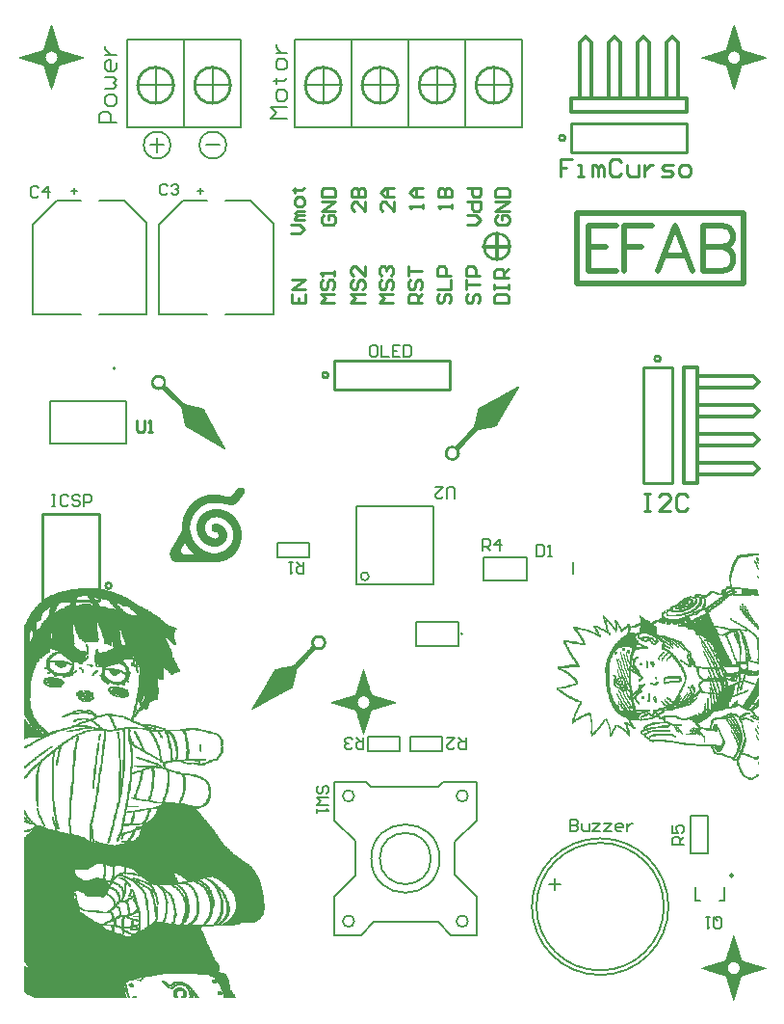
<source format=gto>
G04*
G04 #@! TF.GenerationSoftware,Altium Limited,Altium Designer,18.0.7 (293)*
G04*
G04 Layer_Color=65535*
%FSLAX25Y25*%
%MOIN*%
G70*
G01*
G75*
%ADD10C,0.00787*%
%ADD11C,0.01000*%
%ADD12C,0.00600*%
%ADD13C,0.00984*%
%ADD14C,0.01968*%
%ADD15C,0.00100*%
%ADD16C,0.00200*%
%ADD17C,0.01181*%
%ADD18C,0.00800*%
D10*
X32244Y216843D02*
G03*
X32244Y216843I-394J0D01*
G01*
D02*
G03*
X32244Y216843I-394J0D01*
G01*
D02*
G03*
X32244Y216843I-394J0D01*
G01*
X144488Y47441D02*
G03*
X144488Y47441I-11811J0D01*
G01*
X141535D02*
G03*
X141535Y47441I-8858J0D01*
G01*
X114961Y25787D02*
G03*
X114961Y25787I-1969J0D01*
G01*
D02*
G03*
X114961Y25787I-1969J0D01*
G01*
X154331Y69095D02*
G03*
X154331Y69095I-1969J0D01*
G01*
D02*
G03*
X154331Y69095I-1969J0D01*
G01*
X114961D02*
G03*
X114961Y69095I-1969J0D01*
G01*
X154331Y25787D02*
G03*
X154331Y25787I-1969J0D01*
G01*
X152345Y125197D02*
G03*
X152345Y125197I-278J0D01*
G01*
X222146Y30807D02*
G03*
X222146Y30807I-22047J0D01*
G01*
X223721D02*
G03*
X223721Y30807I-23622J0D01*
G01*
X51395Y294094D02*
G03*
X51395Y294094I-4643J0D01*
G01*
X70686D02*
G03*
X70686Y294094I-4643J0D01*
G01*
X36063Y191004D02*
Y205650D01*
Y191004D02*
Y205650D01*
X9606Y191004D02*
Y205650D01*
Y191004D02*
Y205650D01*
Y191004D02*
X36063D01*
X9606D02*
X36063D01*
X9606Y205650D02*
X36063D01*
X9606D02*
X36063D01*
X29764Y191004D02*
X36063D01*
X9606D02*
X15472D01*
X9606Y205650D02*
X10591D01*
X35039D02*
X36063D01*
X9606Y191004D02*
Y205650D01*
X36063Y191004D02*
Y205650D01*
X108071Y73819D02*
X119199D01*
X120877Y72141D01*
X145855Y73819D02*
X157284D01*
X144177Y72141D02*
X145855Y73819D01*
X108071Y21063D02*
X117399D01*
X121777Y25441D01*
X148355Y21063D02*
X157284D01*
X143977Y25441D02*
X148355Y21063D01*
X157284D02*
Y34252D01*
X149777Y41758D02*
X157284Y34252D01*
Y60630D02*
Y73819D01*
X149777Y53124D02*
X157284Y60630D01*
X149777Y41758D02*
Y53124D01*
X108071Y21063D02*
Y34252D01*
X115277Y41458D01*
X108071Y60630D02*
Y73819D01*
Y60630D02*
X115277Y53424D01*
Y41458D02*
Y53424D01*
X121777Y25441D02*
X143977D01*
X120877Y72141D02*
X144177D01*
X136319Y121063D02*
Y129331D01*
X150886D01*
X136319Y121063D02*
X150886D01*
Y129331D01*
X43209Y235630D02*
Y267126D01*
X35335Y275000D02*
X43209Y267126D01*
X3839Y266732D02*
X12106Y275000D01*
X3839Y235630D02*
Y266732D01*
X26654Y235630D02*
X43209D01*
X3839D02*
X20394D01*
X12106Y275000D02*
X20394D01*
X26654D02*
X35335D01*
X16969Y278288D02*
X19055D01*
X18012Y277244D02*
Y279331D01*
X86909Y235531D02*
Y267027D01*
X79035Y274902D02*
X86909Y267027D01*
X47539Y266634D02*
X55807Y274902D01*
X47539Y235531D02*
Y266634D01*
X70354Y235531D02*
X86909D01*
X47539D02*
X64095D01*
X55807Y274902D02*
X64095D01*
X70354D02*
X79035D01*
X60669Y278189D02*
X62756D01*
X61713Y277146D02*
Y279232D01*
X182382Y38681D02*
X186319D01*
X184350Y36713D02*
Y40650D01*
X232972Y32972D02*
X234744D01*
X241240D02*
X243012D01*
Y37500D01*
X232972Y32972D02*
Y37500D01*
X157025Y314764D02*
X169550D01*
X163325Y308465D02*
Y321063D01*
X137340Y314764D02*
X149864D01*
X143640Y308465D02*
Y321063D01*
X153445Y300197D02*
Y330512D01*
X133760D02*
X173130D01*
Y300197D02*
Y330512D01*
X133760Y300197D02*
X173130D01*
X94390D02*
X133760D01*
Y330512D01*
X123917Y308465D02*
Y321063D01*
X117618Y314764D02*
X130142D01*
X97933D02*
X110457D01*
X104232Y308465D02*
Y321063D01*
X114075Y300197D02*
Y330512D01*
X94390D02*
X133760D01*
X94390Y300197D02*
Y330512D01*
X36417Y300197D02*
X75787D01*
X36417D02*
Y330512D01*
X75787D01*
Y300197D02*
Y330512D01*
X56102Y300197D02*
Y330512D01*
X46260Y308465D02*
Y321063D01*
X39961Y314764D02*
X52485D01*
X59646D02*
X72170D01*
X65945Y308465D02*
Y321063D01*
X46752Y291732D02*
Y296457D01*
X44291Y294094D02*
X49213D01*
X63583D02*
X68504D01*
X50262Y280051D02*
X49606Y280707D01*
X48294D01*
X47638Y280051D01*
Y277428D01*
X48294Y276772D01*
X49606D01*
X50262Y277428D01*
X51573Y280051D02*
X52229Y280707D01*
X53541D01*
X54197Y280051D01*
Y279396D01*
X53541Y278740D01*
X52886D01*
X53541D01*
X54197Y278084D01*
Y277428D01*
X53541Y276772D01*
X52229D01*
X51573Y277428D01*
X149606Y171852D02*
Y175131D01*
X148950Y175787D01*
X147638D01*
X146983Y175131D01*
Y171852D01*
X143047Y175787D02*
X145671D01*
X143047Y173164D01*
Y172508D01*
X143703Y171852D01*
X145015D01*
X145671Y172508D01*
X105248Y69817D02*
X105904Y70473D01*
Y71785D01*
X105248Y72441D01*
X104592D01*
X103936Y71785D01*
Y70473D01*
X103280Y69817D01*
X102624D01*
X101969Y70473D01*
Y71785D01*
X102624Y72441D01*
X105904Y68505D02*
X101969D01*
X103280Y67193D01*
X101969Y65881D01*
X105904D01*
X101969Y64569D02*
Y63258D01*
Y63914D01*
X105904D01*
X105248Y64569D01*
X229035Y52362D02*
X225100D01*
Y54330D01*
X225756Y54986D01*
X227068D01*
X227724Y54330D01*
Y52362D01*
Y53674D02*
X229035Y54986D01*
X225100Y58922D02*
Y56298D01*
X227068D01*
X226412Y57610D01*
Y58266D01*
X227068Y58922D01*
X228380D01*
X229035Y58266D01*
Y56954D01*
X228380Y56298D01*
X118209Y89075D02*
Y85139D01*
X116241D01*
X115585Y85795D01*
Y87107D01*
X116241Y87763D01*
X118209D01*
X116897D02*
X115585Y89075D01*
X114273Y85795D02*
X113617Y85139D01*
X112305D01*
X111649Y85795D01*
Y86451D01*
X112305Y87107D01*
X112961D01*
X112305D01*
X111649Y87763D01*
Y88419D01*
X112305Y89075D01*
X113617D01*
X114273Y88419D01*
X153740Y89173D02*
Y85237D01*
X151772D01*
X151116Y85893D01*
Y87205D01*
X151772Y87861D01*
X153740D01*
X152428D02*
X151116Y89173D01*
X147181D02*
X149804D01*
X147181Y86549D01*
Y85893D01*
X147836Y85237D01*
X149148D01*
X149804Y85893D01*
X159449Y153937D02*
Y157873D01*
X161417D01*
X162073Y157217D01*
Y155905D01*
X161417Y155249D01*
X159449D01*
X160761D02*
X162073Y153937D01*
X165352D02*
Y157873D01*
X163384Y155905D01*
X166008D01*
X97539Y150000D02*
Y146064D01*
X95572D01*
X94915Y146720D01*
Y148032D01*
X95572Y148688D01*
X97539D01*
X96228D02*
X94915Y150000D01*
X93604D02*
X92292D01*
X92948D01*
Y146064D01*
X93604Y146720D01*
X239502Y26608D02*
Y23984D01*
X240158Y23328D01*
X241470D01*
X242126Y23984D01*
Y26608D01*
X241470Y27264D01*
X240158D01*
X240814Y25952D02*
X239502Y27264D01*
X240158D02*
X239502Y26608D01*
X238190Y27264D02*
X236878D01*
X237534D01*
Y23328D01*
X238190Y23984D01*
X10236Y173326D02*
X11548D01*
X10892D01*
Y169390D01*
X10236D01*
X11548D01*
X16140Y172669D02*
X15484Y173326D01*
X14172D01*
X13516Y172669D01*
Y170046D01*
X14172Y169390D01*
X15484D01*
X16140Y170046D01*
X20076Y172669D02*
X19420Y173326D01*
X18108D01*
X17452Y172669D01*
Y172014D01*
X18108Y171358D01*
X19420D01*
X20076Y170702D01*
Y170046D01*
X19420Y169390D01*
X18108D01*
X17452Y170046D01*
X21387Y169390D02*
Y173326D01*
X23355D01*
X24011Y172669D01*
Y171358D01*
X23355Y170702D01*
X21387D01*
X91831Y303346D02*
X85927D01*
X87895Y305314D01*
X85927Y307282D01*
X91831D01*
Y310234D02*
Y312202D01*
X90847Y313186D01*
X88879D01*
X87895Y312202D01*
Y310234D01*
X88879Y309250D01*
X90847D01*
X91831Y310234D01*
X86911Y316138D02*
X87895D01*
Y315154D01*
Y317122D01*
Y316138D01*
X90847D01*
X91831Y317122D01*
Y321057D02*
Y323025D01*
X90847Y324009D01*
X88879D01*
X87895Y323025D01*
Y321057D01*
X88879Y320073D01*
X90847D01*
X91831Y321057D01*
X87895Y325977D02*
X91831D01*
X89863D01*
X88879Y326961D01*
X87895Y327945D01*
Y328929D01*
X32776Y301772D02*
X26872D01*
Y304724D01*
X27856Y305707D01*
X29824D01*
X30808Y304724D01*
Y301772D01*
X32776Y308659D02*
Y310627D01*
X31792Y311611D01*
X29824D01*
X28840Y310627D01*
Y308659D01*
X29824Y307675D01*
X31792D01*
X32776Y308659D01*
X28840Y313579D02*
X31792D01*
X32776Y314563D01*
X31792Y315547D01*
X32776Y316531D01*
X31792Y317515D01*
X28840D01*
X32776Y322434D02*
Y320466D01*
X31792Y319482D01*
X29824D01*
X28840Y320466D01*
Y322434D01*
X29824Y323418D01*
X30808D01*
Y319482D01*
X28840Y325386D02*
X32776D01*
X30808D01*
X29824Y326370D01*
X28840Y327354D01*
Y328338D01*
X122342Y224999D02*
X121030D01*
X120374Y224343D01*
Y221719D01*
X121030Y221063D01*
X122342D01*
X122998Y221719D01*
Y224343D01*
X122342Y224999D01*
X124310D02*
Y221063D01*
X126934D01*
X130869Y224999D02*
X128245D01*
Y221063D01*
X130869D01*
X128245Y223031D02*
X129557D01*
X132181Y224999D02*
Y221063D01*
X134149D01*
X134805Y221719D01*
Y224343D01*
X134149Y224999D01*
X132181D01*
X178150Y155904D02*
Y151969D01*
X180117D01*
X180773Y152624D01*
Y155248D01*
X180117Y155904D01*
X178150D01*
X182085Y151969D02*
X183397D01*
X182741D01*
Y155904D01*
X182085Y155248D01*
X5675Y279166D02*
X5019Y279822D01*
X3707D01*
X3051Y279166D01*
Y276542D01*
X3707Y275886D01*
X5019D01*
X5675Y276542D01*
X8955Y275886D02*
Y279822D01*
X6987Y277854D01*
X9611D01*
X189665Y60826D02*
Y56890D01*
X191633D01*
X192289Y57546D01*
Y58202D01*
X191633Y58858D01*
X189665D01*
X191633D01*
X192289Y59514D01*
Y60170D01*
X191633Y60826D01*
X189665D01*
X193601Y59514D02*
Y57546D01*
X194257Y56890D01*
X196225D01*
Y59514D01*
X197537D02*
X200161D01*
X197537Y56890D01*
X200161D01*
X201473Y59514D02*
X204096D01*
X201473Y56890D01*
X204096D01*
X207376D02*
X206064D01*
X205408Y57546D01*
Y58858D01*
X206064Y59514D01*
X207376D01*
X208032Y58858D01*
Y58202D01*
X205408D01*
X209344Y59514D02*
Y56890D01*
Y58202D01*
X210000Y58858D01*
X210656Y59514D01*
X211312D01*
D11*
X187980Y296555D02*
G03*
X187980Y296555I-1000J0D01*
G01*
X168839Y259044D02*
G03*
X168839Y259044I-4478J0D01*
G01*
X220980Y220205D02*
G03*
X220980Y220205I-1000J0D01*
G01*
X30949Y141732D02*
G03*
X30949Y141732I-1000J0D01*
G01*
X105992Y214567D02*
G03*
X105992Y214567I-1000J0D01*
G01*
X169550Y314764D02*
G03*
X169550Y314764I-6225J0D01*
G01*
X149864D02*
G03*
X149864Y314764I-6225J0D01*
G01*
X130142D02*
G03*
X130142Y314764I-6225J0D01*
G01*
X110457D02*
G03*
X110457Y314764I-6225J0D01*
G01*
X52485D02*
G03*
X52485Y314764I-6225J0D01*
G01*
X72170D02*
G03*
X72170Y314764I-6225J0D01*
G01*
X189980Y301555D02*
X229980D01*
Y291555D02*
Y301555D01*
X228980Y291555D02*
X229980D01*
X189980D02*
X228980D01*
X189980D02*
Y301555D01*
X214980Y217205D02*
X224980D01*
X214980Y178205D02*
Y217205D01*
Y177205D02*
Y178205D01*
Y177205D02*
X224980D01*
Y217205D01*
X26791Y136732D02*
Y166732D01*
X7106D02*
X26791D01*
X7106Y136732D02*
Y166732D01*
Y136732D02*
X26791D01*
X107992Y209567D02*
Y219567D01*
Y209567D02*
X146992D01*
X147992D01*
Y219567D01*
X107992D02*
X147992D01*
X92939Y263495D02*
X96087D01*
X97661Y265070D01*
X96087Y266644D01*
X92939D01*
X97661Y268218D02*
X94513D01*
Y269005D01*
X95300Y269793D01*
X97661D01*
X95300D01*
X94513Y270580D01*
X95300Y271367D01*
X97661D01*
Y273728D02*
Y275303D01*
X96874Y276090D01*
X95300D01*
X94513Y275303D01*
Y273728D01*
X95300Y272941D01*
X96874D01*
X97661Y273728D01*
X93726Y278451D02*
X94513D01*
Y277664D01*
Y279238D01*
Y278451D01*
X96874D01*
X97661Y279238D01*
X104426Y269793D02*
X103639Y269005D01*
Y267431D01*
X104426Y266644D01*
X107574D01*
X108361Y267431D01*
Y269005D01*
X107574Y269793D01*
X106000D01*
Y268218D01*
X108361Y271367D02*
X103639D01*
X108361Y274516D01*
X103639D01*
Y276090D02*
X108361D01*
Y278451D01*
X107574Y279238D01*
X104426D01*
X103639Y278451D01*
Y276090D01*
X118861Y274516D02*
Y271367D01*
X115713Y274516D01*
X114926D01*
X114138Y273728D01*
Y272154D01*
X114926Y271367D01*
X114138Y276090D02*
X118861D01*
Y278451D01*
X118074Y279238D01*
X117287D01*
X116500Y278451D01*
Y276090D01*
Y278451D01*
X115713Y279238D01*
X114926D01*
X114138Y278451D01*
Y276090D01*
X128761Y274516D02*
Y271367D01*
X125613Y274516D01*
X124826D01*
X124039Y273728D01*
Y272154D01*
X124826Y271367D01*
X128761Y276090D02*
X125613D01*
X124039Y277664D01*
X125613Y279238D01*
X128761D01*
X126400D01*
Y276090D01*
X138761Y272154D02*
Y273728D01*
Y272941D01*
X134038D01*
X134826Y272154D01*
X138761Y276090D02*
X135613D01*
X134038Y277664D01*
X135613Y279238D01*
X138761D01*
X136400D01*
Y276090D01*
X148661Y272154D02*
Y273728D01*
Y272941D01*
X143939D01*
X144726Y272154D01*
X143939Y276090D02*
X148661D01*
Y278451D01*
X147874Y279238D01*
X147087D01*
X146300Y278451D01*
Y276090D01*
Y278451D01*
X145513Y279238D01*
X144726D01*
X143939Y278451D01*
Y276090D01*
X154039Y266644D02*
X157187D01*
X158761Y268218D01*
X157187Y269793D01*
X154039D01*
Y274516D02*
X158761D01*
Y272154D01*
X157974Y271367D01*
X156400D01*
X155613Y272154D01*
Y274516D01*
X154039Y279238D02*
X158761D01*
Y276877D01*
X157974Y276090D01*
X156400D01*
X155613Y276877D01*
Y279238D01*
X164626Y269793D02*
X163839Y269005D01*
Y267431D01*
X164626Y266644D01*
X167774D01*
X168561Y267431D01*
Y269005D01*
X167774Y269793D01*
X166200D01*
Y268218D01*
X168561Y271367D02*
X163839D01*
X168561Y274516D01*
X163839D01*
Y276090D02*
X168561D01*
Y278451D01*
X167774Y279238D01*
X164626D01*
X163839Y278451D01*
Y276090D01*
X163539Y239544D02*
X168261D01*
Y241905D01*
X167474Y242693D01*
X164326D01*
X163539Y241905D01*
Y239544D01*
Y244267D02*
Y245841D01*
Y245054D01*
X168261D01*
Y244267D01*
Y245841D01*
Y248203D02*
X163539D01*
Y250564D01*
X164326Y251351D01*
X165900D01*
X166687Y250564D01*
Y248203D01*
Y249777D02*
X168261Y251351D01*
X154526Y242693D02*
X153738Y241905D01*
Y240331D01*
X154526Y239544D01*
X155313D01*
X156100Y240331D01*
Y241905D01*
X156887Y242693D01*
X157674D01*
X158461Y241905D01*
Y240331D01*
X157674Y239544D01*
X153738Y244267D02*
Y247416D01*
Y245841D01*
X158461D01*
Y248990D02*
X153738D01*
Y251351D01*
X154526Y252138D01*
X156100D01*
X156887Y251351D01*
Y248990D01*
X144426Y242693D02*
X143639Y241905D01*
Y240331D01*
X144426Y239544D01*
X145213D01*
X146000Y240331D01*
Y241905D01*
X146787Y242693D01*
X147574D01*
X148361Y241905D01*
Y240331D01*
X147574Y239544D01*
X143639Y244267D02*
X148361D01*
Y247416D01*
Y248990D02*
X143639D01*
Y251351D01*
X144426Y252138D01*
X146000D01*
X146787Y251351D01*
Y248990D01*
X138461Y239544D02*
X133739D01*
Y241905D01*
X134526Y242693D01*
X136100D01*
X136887Y241905D01*
Y239544D01*
Y241118D02*
X138461Y242693D01*
X134526Y247416D02*
X133739Y246628D01*
Y245054D01*
X134526Y244267D01*
X135313D01*
X136100Y245054D01*
Y246628D01*
X136887Y247416D01*
X137674D01*
X138461Y246628D01*
Y245054D01*
X137674Y244267D01*
X133739Y248990D02*
Y252138D01*
Y250564D01*
X138461D01*
X128461Y239544D02*
X123739D01*
X125313Y241118D01*
X123739Y242693D01*
X128461D01*
X124526Y247416D02*
X123739Y246628D01*
Y245054D01*
X124526Y244267D01*
X125313D01*
X126100Y245054D01*
Y246628D01*
X126887Y247416D01*
X127674D01*
X128461Y246628D01*
Y245054D01*
X127674Y244267D01*
X124526Y248990D02*
X123739Y249777D01*
Y251351D01*
X124526Y252138D01*
X125313D01*
X126100Y251351D01*
Y250564D01*
Y251351D01*
X126887Y252138D01*
X127674D01*
X128461Y251351D01*
Y249777D01*
X127674Y248990D01*
X118561Y239544D02*
X113839D01*
X115413Y241118D01*
X113839Y242693D01*
X118561D01*
X114626Y247416D02*
X113839Y246628D01*
Y245054D01*
X114626Y244267D01*
X115413D01*
X116200Y245054D01*
Y246628D01*
X116987Y247416D01*
X117774D01*
X118561Y246628D01*
Y245054D01*
X117774Y244267D01*
X118561Y252138D02*
Y248990D01*
X115413Y252138D01*
X114626D01*
X113839Y251351D01*
Y249777D01*
X114626Y248990D01*
X108061Y239544D02*
X103339D01*
X104913Y241118D01*
X103339Y242693D01*
X108061D01*
X104126Y247416D02*
X103339Y246628D01*
Y245054D01*
X104126Y244267D01*
X104913D01*
X105700Y245054D01*
Y246628D01*
X106487Y247416D01*
X107274D01*
X108061Y246628D01*
Y245054D01*
X107274Y244267D01*
X108061Y248990D02*
Y250564D01*
Y249777D01*
X103339D01*
X104126Y248990D01*
X93439Y242693D02*
Y239544D01*
X98161D01*
Y242693D01*
X95800Y239544D02*
Y241118D01*
X98161Y244267D02*
X93439D01*
X98161Y247416D01*
X93439D01*
X39862Y198916D02*
Y195636D01*
X40518Y194980D01*
X41830D01*
X42486Y195636D01*
Y198916D01*
X43798Y194980D02*
X45110D01*
X44454D01*
Y198916D01*
X43798Y198260D01*
X190515Y289266D02*
X186516D01*
Y286267D01*
X188515D01*
X186516D01*
Y283268D01*
X192514D02*
X194513D01*
X193514D01*
Y287266D01*
X192514D01*
X197512Y283268D02*
Y287266D01*
X198512D01*
X199512Y286267D01*
Y283268D01*
Y286267D01*
X200511Y287266D01*
X201511Y286267D01*
Y283268D01*
X207509Y288266D02*
X206509Y289266D01*
X204510D01*
X203510Y288266D01*
Y284267D01*
X204510Y283268D01*
X206509D01*
X207509Y284267D01*
X209508Y287266D02*
Y284267D01*
X210508Y283268D01*
X213507D01*
Y287266D01*
X215506D02*
Y283268D01*
Y285267D01*
X216506Y286267D01*
X217506Y287266D01*
X218505D01*
X221504Y283268D02*
X224503D01*
X225503Y284267D01*
X224503Y285267D01*
X222504D01*
X221504Y286267D01*
X222504Y287266D01*
X225503D01*
X228502Y283268D02*
X230502D01*
X231501Y284267D01*
Y286267D01*
X230502Y287266D01*
X228502D01*
X227502Y286267D01*
Y284267D01*
X228502Y283268D01*
X215483Y173696D02*
X217482D01*
X216482D01*
Y167698D01*
X215483D01*
X217482D01*
X224480D02*
X220481D01*
X224480Y171697D01*
Y172697D01*
X223480Y173696D01*
X221481D01*
X220481Y172697D01*
X230478D02*
X229478Y173696D01*
X227479D01*
X226479Y172697D01*
Y168698D01*
X227479Y167698D01*
X229478D01*
X230478Y168698D01*
D12*
X120048Y145009D02*
G03*
X120048Y145009I-1414J0D01*
G01*
X115748Y169095D02*
X142520D01*
Y142323D02*
Y169095D01*
X115748Y142323D02*
X142520D01*
X115748D02*
Y169095D01*
D13*
X246063Y41634D02*
G03*
X246063Y41634I-492J0D01*
G01*
D14*
X192126Y270571D02*
X249606D01*
Y246161D02*
Y270571D01*
X192126Y246161D02*
X249606D01*
X192126D02*
Y270571D01*
X205810Y266237D02*
X196063D01*
Y250492D01*
X205810D01*
X196063Y258739D02*
X202061D01*
X208434Y266237D02*
Y250492D01*
Y266237D02*
X218180D01*
X208434Y258739D02*
X214432D01*
X231976Y250492D02*
X225978Y266237D01*
X219980Y250492D01*
X222229Y255740D02*
X229727D01*
X235649Y266237D02*
Y250492D01*
Y266237D02*
X242397D01*
X244647Y265487D01*
X245396Y264737D01*
X246146Y263238D01*
Y261738D01*
X245396Y260239D01*
X244647Y259489D01*
X242397Y258739D01*
X235649D02*
X242397D01*
X244647Y257990D01*
X245396Y257240D01*
X246146Y255740D01*
Y253491D01*
X245396Y251992D01*
X244647Y251242D01*
X242397Y250492D01*
X235649D01*
D15*
X79455Y99229D02*
X79555D01*
Y99329D02*
X79755D01*
X79555Y99429D02*
X79955D01*
X79655Y99529D02*
X80155D01*
X79655Y99629D02*
X80355D01*
X79755Y99729D02*
X80455D01*
X79855Y99829D02*
X80655D01*
X79855Y99929D02*
X80855D01*
X79955Y100029D02*
X81055D01*
X79955Y100129D02*
X81255D01*
X80055Y100229D02*
X81355D01*
X80155Y100329D02*
X81555D01*
X80155Y100429D02*
X81755D01*
X80255Y100529D02*
X81955D01*
X80255Y100629D02*
X82155D01*
X80355Y100729D02*
X82255D01*
X80455Y100829D02*
X82455D01*
X80455Y100929D02*
X82655D01*
X80555Y101029D02*
X82855D01*
X80555Y101129D02*
X83055D01*
X80655Y101229D02*
X83155D01*
X80755Y101329D02*
X83355D01*
X80755Y101429D02*
X83555D01*
X80855Y101529D02*
X83755D01*
X80855Y101629D02*
X83955D01*
X80955Y101729D02*
X84055D01*
X80955Y101829D02*
X84255D01*
X81055Y101929D02*
X84455D01*
X81155Y102029D02*
X84655D01*
X81155Y102129D02*
X84855D01*
X81255Y102229D02*
X84955D01*
X81255Y102329D02*
X85155D01*
X81355Y102429D02*
X85355D01*
X81455Y102529D02*
X85555D01*
X81455Y102629D02*
X85755D01*
X81555Y102729D02*
X85855D01*
X81555Y102829D02*
X86055D01*
X81655Y102929D02*
X86255D01*
X81755Y103029D02*
X86455D01*
X81755Y103129D02*
X86655D01*
X81855Y103229D02*
X86855D01*
X81855Y103329D02*
X86955D01*
X81955Y103429D02*
X87155D01*
X82055Y103529D02*
X87355D01*
X82055Y103629D02*
X87555D01*
X82155Y103729D02*
X87755D01*
X82155Y103829D02*
X87955D01*
X82255Y103929D02*
X88155D01*
X82355Y104029D02*
X88255D01*
X82355Y104129D02*
X88455D01*
X82455Y104229D02*
X88655D01*
X82455Y104329D02*
X88855D01*
X82555Y104429D02*
X89055D01*
X82655Y104529D02*
X89255D01*
X82655Y104629D02*
X89355D01*
X82755Y104729D02*
X89555D01*
X82755Y104829D02*
X89755D01*
X82855Y104929D02*
X89955D01*
X82955Y105029D02*
X90155D01*
X82955Y105129D02*
X90355D01*
X83055Y105229D02*
X90455D01*
X83055Y105329D02*
X90655D01*
X83155Y105429D02*
X90855D01*
X83155Y105529D02*
X91055D01*
X83255Y105629D02*
X91255D01*
X83355Y105729D02*
X91455D01*
X83355Y105829D02*
X91555D01*
X83455Y105929D02*
X91755D01*
X83455Y106029D02*
X91955D01*
X83555Y106129D02*
X92155D01*
X83655Y106229D02*
X92355D01*
X83655Y106329D02*
X92555D01*
X83755Y106429D02*
X92755D01*
X83755Y106529D02*
X92855D01*
X83855Y106629D02*
X93055D01*
X83855Y106729D02*
X93255D01*
X83955Y106829D02*
X93355D01*
X84055Y106929D02*
X93355D01*
X84055Y107029D02*
X93355D01*
X84155Y107129D02*
X93455D01*
X84155Y107229D02*
X93455D01*
X84255Y107329D02*
X93455D01*
X84355Y107429D02*
X93455D01*
X84355Y107529D02*
X93555D01*
X84455Y107629D02*
X93555D01*
X84455Y107729D02*
X93555D01*
X84555Y107829D02*
X93555D01*
X84555Y107929D02*
X93655D01*
X84655Y108029D02*
X93655D01*
X84755Y108129D02*
X93655D01*
X84755Y108229D02*
X93755D01*
X84855Y108329D02*
X93755D01*
X84855Y108429D02*
X93755D01*
X84955Y108529D02*
X93755D01*
X84955Y108629D02*
X93855D01*
X85055Y108729D02*
X93855D01*
X85155Y108829D02*
X93855D01*
X85155Y108929D02*
X93855D01*
X85255Y109029D02*
X93955D01*
X85255Y109129D02*
X93955D01*
X85355Y109229D02*
X93955D01*
X85455Y109329D02*
X94055D01*
X85455Y109429D02*
X94055D01*
X85555Y109529D02*
X94055D01*
X85555Y109629D02*
X94055D01*
X85655Y109729D02*
X94055D01*
X85655Y109829D02*
X94155D01*
X85755Y109929D02*
X94155D01*
X85855Y110029D02*
X94155D01*
X85855Y110129D02*
X94155D01*
X85955Y110229D02*
X94155D01*
X85955Y110329D02*
X94255D01*
X86055Y110429D02*
X94255D01*
X86155Y110529D02*
X94255D01*
X86155Y110629D02*
X94255D01*
X86255Y110729D02*
X94355D01*
X86255Y110829D02*
X94355D01*
X86355Y110929D02*
X94355D01*
X86355Y111029D02*
X94355D01*
X86455Y111129D02*
X94355D01*
X86555Y111229D02*
X94455D01*
X86555Y111329D02*
X94455D01*
X86655Y111429D02*
X94455D01*
X86655Y111529D02*
X94455D01*
X86755Y111629D02*
X94555D01*
X86755Y111729D02*
X94555D01*
X86855Y111829D02*
X94555D01*
X86955Y111929D02*
X94555D01*
X86955Y112029D02*
X94555D01*
X87055Y112129D02*
X94655D01*
X87055Y112229D02*
X94655D01*
X87155Y112329D02*
X94655D01*
X87255Y112429D02*
X94655D01*
X87255Y112529D02*
X94755D01*
X87355Y112629D02*
X94755D01*
X87355Y112729D02*
X94755D01*
X87455Y112829D02*
X94755D01*
X87755Y112929D02*
X94755D01*
X88155Y113029D02*
X94855D01*
X88555Y113129D02*
X94855D01*
X88955Y113229D02*
X94955D01*
X89355Y113329D02*
X95055D01*
X89855Y113429D02*
X95155D01*
X90255Y113529D02*
X95255D01*
X90855Y113629D02*
X95355D01*
X91355Y113729D02*
X95355D01*
X91855Y113829D02*
X95455D01*
X92455Y113929D02*
X95555D01*
X92955Y114029D02*
X95655D01*
X93455Y114129D02*
X95755D01*
X93955Y114229D02*
X95855D01*
X94055Y114329D02*
X95955D01*
X94155Y114429D02*
X96055D01*
X94255Y114529D02*
X96155D01*
X94355Y114629D02*
X96255D01*
X94455Y114729D02*
X96355D01*
X94555Y114829D02*
X96455D01*
X94655Y114929D02*
X96555D01*
X94755Y115029D02*
X96655D01*
X94755Y115129D02*
X96755D01*
X94855Y115229D02*
X96855D01*
X94955Y115329D02*
X96955D01*
X95055Y115429D02*
X97055D01*
X95155Y115529D02*
X97155D01*
X95255Y115629D02*
X97155D01*
X95355Y115729D02*
X97255D01*
X95455Y115829D02*
X97355D01*
X95555Y115929D02*
X97455D01*
X95655Y116029D02*
X97555D01*
X95755Y116129D02*
X97655D01*
X95855Y116229D02*
X97755D01*
X95955Y116329D02*
X97855D01*
X96055Y116429D02*
X97955D01*
X96155Y116529D02*
X98055D01*
X96255Y116629D02*
X98155D01*
X96355Y116729D02*
X98255D01*
X96455Y116829D02*
X98355D01*
X96555Y116929D02*
X98455D01*
X96555Y117029D02*
X98555D01*
X96655Y117129D02*
X98655D01*
X96755Y117229D02*
X98755D01*
X96855Y117329D02*
X98855D01*
X96955Y117429D02*
X98955D01*
X97055Y117529D02*
X98955D01*
X97155Y117629D02*
X99055D01*
X97255Y117729D02*
X99155D01*
X97355Y117829D02*
X99255D01*
X97455Y117929D02*
X99355D01*
X97555Y118029D02*
X99455D01*
X97655Y118129D02*
X99555D01*
X97755Y118229D02*
X99655D01*
X97855Y118329D02*
X99755D01*
X97955Y118429D02*
X99855D01*
X98055Y118529D02*
X99955D01*
X98155Y118629D02*
X100055D01*
X98255Y118729D02*
X100155D01*
X98355Y118829D02*
X100255D01*
X98355Y118929D02*
X100355D01*
X98455Y119029D02*
X100455D01*
X98555Y119129D02*
X100555D01*
X98655Y119229D02*
X100655D01*
X98755Y119329D02*
X100755D01*
X98855Y119429D02*
X100855D01*
X98955Y119529D02*
X100855D01*
X99055Y119629D02*
X100955D01*
X99155Y119729D02*
X101055D01*
X102255Y119829D02*
X102855D01*
X99255D02*
X101155D01*
X101755Y119929D02*
X103255D01*
X99355D02*
X101255D01*
X101555Y120029D02*
X103555D01*
X99455D02*
X101355D01*
X99555Y120129D02*
X103755D01*
X99655Y120229D02*
X103855D01*
X99755Y120329D02*
X104055D01*
X102855Y120429D02*
X104155D01*
X99855D02*
X102255D01*
X103155Y120529D02*
X104255D01*
X99955D02*
X101855D01*
X103455Y120629D02*
X104355D01*
X100055D02*
X101655D01*
X103555Y120729D02*
X104455D01*
X100155D02*
X101555D01*
X103755Y120829D02*
X104455D01*
X100155D02*
X101355D01*
X103855Y120929D02*
X104555D01*
X100255D02*
X101255D01*
X103955Y121029D02*
X104655D01*
X100355D02*
X101155D01*
X103955Y121129D02*
X104655D01*
X100355D02*
X101055D01*
X104055Y121229D02*
X104755D01*
X100355D02*
X101055D01*
X104155Y121329D02*
X104755D01*
X100255D02*
X100955D01*
X104155Y121429D02*
X104855D01*
X100255D02*
X100955D01*
X104255Y121529D02*
X104855D01*
X100255D02*
X100855D01*
X104255Y121629D02*
X104855D01*
X100155D02*
X100855D01*
X104255Y121729D02*
X104855D01*
X100155D02*
X100755D01*
X104355Y121829D02*
X104955D01*
X100155D02*
X100755D01*
X104355Y121929D02*
X104955D01*
X100155D02*
X100755D01*
X104355Y122029D02*
X104955D01*
X100155D02*
X100755D01*
X104355Y122129D02*
X104955D01*
X100155D02*
X100755D01*
X104355Y122229D02*
X104955D01*
X100055D02*
X100755D01*
X104355Y122329D02*
X104955D01*
X100155D02*
X100755D01*
X104355Y122429D02*
X104955D01*
X100155D02*
X100755D01*
X104355Y122529D02*
X104955D01*
X100155D02*
X100755D01*
X104355Y122629D02*
X104955D01*
X100155D02*
X100755D01*
X104255Y122729D02*
X104855D01*
X100155D02*
X100755D01*
X104255Y122829D02*
X104855D01*
X100155D02*
X100855D01*
X104255Y122929D02*
X104855D01*
X100155D02*
X100855D01*
X104155Y123029D02*
X104855D01*
X100255D02*
X100955D01*
X104155Y123129D02*
X104755D01*
X100255D02*
X100955D01*
X104055Y123229D02*
X104755D01*
X100355D02*
X101055D01*
X103955Y123329D02*
X104655D01*
X100355D02*
X101055D01*
X103955Y123429D02*
X104655D01*
X100455D02*
X101155D01*
X103855Y123529D02*
X104555D01*
X100455D02*
X101255D01*
X103755Y123629D02*
X104555D01*
X100555D02*
X101355D01*
X103555Y123729D02*
X104455D01*
X100655D02*
X101455D01*
X103455Y123829D02*
X104355D01*
X100655D02*
X101655D01*
X103255Y123929D02*
X104255D01*
X100755D02*
X101855D01*
X102855Y124029D02*
X104155D01*
X100855D02*
X102255D01*
X100955Y124129D02*
X104055D01*
X101155Y124229D02*
X103955D01*
X101255Y124329D02*
X103755D01*
X101455Y124429D02*
X103555D01*
X101655Y124529D02*
X103355D01*
X102055Y124629D02*
X102955D01*
X171734Y210723D02*
X171834D01*
X171534Y210623D02*
X171734D01*
X171334Y210523D02*
X171734D01*
X171134Y210423D02*
X171634D01*
X170934Y210323D02*
X171634D01*
X170834Y210223D02*
X171534D01*
X170634Y210123D02*
X171434D01*
X170434Y210023D02*
X171434D01*
X170234Y209923D02*
X171334D01*
X170034Y209823D02*
X171334D01*
X169934Y209723D02*
X171234D01*
X169734Y209623D02*
X171134D01*
X169534Y209523D02*
X171134D01*
X169334Y209423D02*
X171034D01*
X169134Y209323D02*
X171034D01*
X169034Y209223D02*
X170934D01*
X168834Y209123D02*
X170834D01*
X168634Y209023D02*
X170834D01*
X168434Y208923D02*
X170734D01*
X168234Y208823D02*
X170734D01*
X168134Y208723D02*
X170634D01*
X167934Y208623D02*
X170534D01*
X167734Y208523D02*
X170534D01*
X167534Y208423D02*
X170434D01*
X167334Y208323D02*
X170434D01*
X167234Y208223D02*
X170334D01*
X167034Y208123D02*
X170334D01*
X166834Y208023D02*
X170234D01*
X166634Y207923D02*
X170134D01*
X166434Y207823D02*
X170134D01*
X166334Y207723D02*
X170034D01*
X166134Y207623D02*
X170034D01*
X165934Y207523D02*
X169934D01*
X165734Y207423D02*
X169834D01*
X165534Y207323D02*
X169834D01*
X165434Y207223D02*
X169734D01*
X165234Y207123D02*
X169734D01*
X165034Y207023D02*
X169634D01*
X164834Y206923D02*
X169534D01*
X164634Y206823D02*
X169534D01*
X164434Y206723D02*
X169434D01*
X164334Y206623D02*
X169434D01*
X164134Y206523D02*
X169334D01*
X163934Y206423D02*
X169234D01*
X163734Y206323D02*
X169234D01*
X163534Y206223D02*
X169134D01*
X163334Y206123D02*
X169134D01*
X163134Y206023D02*
X169034D01*
X163034Y205923D02*
X168934D01*
X162834Y205823D02*
X168934D01*
X162634Y205723D02*
X168834D01*
X162434Y205623D02*
X168834D01*
X162234Y205523D02*
X168734D01*
X162034Y205423D02*
X168634D01*
X161934Y205323D02*
X168634D01*
X161734Y205223D02*
X168534D01*
X161534Y205123D02*
X168534D01*
X161334Y205023D02*
X168434D01*
X161134Y204923D02*
X168334D01*
X160934Y204823D02*
X168334D01*
X160834Y204723D02*
X168234D01*
X160634Y204623D02*
X168234D01*
X160434Y204523D02*
X168134D01*
X160234Y204423D02*
X168134D01*
X160034Y204323D02*
X168034D01*
X159834Y204223D02*
X167934D01*
X159734Y204123D02*
X167934D01*
X159534Y204023D02*
X167834D01*
X159334Y203923D02*
X167834D01*
X159134Y203823D02*
X167734D01*
X158934Y203723D02*
X167634D01*
X158734Y203623D02*
X167634D01*
X158534Y203523D02*
X167534D01*
X158434Y203423D02*
X167534D01*
X158234Y203323D02*
X167434D01*
X158034Y203223D02*
X167434D01*
X157934Y203123D02*
X167334D01*
X157934Y203023D02*
X167234D01*
X157934Y202923D02*
X167234D01*
X157834Y202823D02*
X167134D01*
X157834Y202723D02*
X167134D01*
X157834Y202623D02*
X167034D01*
X157834Y202523D02*
X166934D01*
X157734Y202423D02*
X166934D01*
X157734Y202323D02*
X166834D01*
X157734Y202223D02*
X166834D01*
X157734Y202123D02*
X166734D01*
X157634Y202023D02*
X166734D01*
X157634Y201923D02*
X166634D01*
X157634Y201823D02*
X166534D01*
X157534Y201723D02*
X166534D01*
X157534Y201623D02*
X166434D01*
X157534Y201523D02*
X166434D01*
X157534Y201423D02*
X166334D01*
X157434Y201323D02*
X166334D01*
X157434Y201223D02*
X166234D01*
X157434Y201123D02*
X166134D01*
X157434Y201023D02*
X166134D01*
X157334Y200923D02*
X166034D01*
X157334Y200823D02*
X166034D01*
X157334Y200723D02*
X165934D01*
X157234Y200623D02*
X165834D01*
X157234Y200523D02*
X165834D01*
X157234Y200423D02*
X165734D01*
X157234Y200323D02*
X165734D01*
X157234Y200223D02*
X165634D01*
X157134Y200123D02*
X165634D01*
X157134Y200023D02*
X165534D01*
X157134Y199923D02*
X165434D01*
X157134Y199823D02*
X165434D01*
X157134Y199723D02*
X165334D01*
X157034Y199623D02*
X165334D01*
X157034Y199523D02*
X165234D01*
X157034Y199423D02*
X165134D01*
X157034Y199323D02*
X165134D01*
X156934Y199223D02*
X165034D01*
X156934Y199123D02*
X165034D01*
X156934Y199023D02*
X164934D01*
X156934Y198923D02*
X164934D01*
X156934Y198823D02*
X164834D01*
X156834Y198723D02*
X164734D01*
X156834Y198623D02*
X164734D01*
X156834Y198523D02*
X164634D01*
X156834Y198423D02*
X164634D01*
X156734Y198323D02*
X164534D01*
X156734Y198223D02*
X164534D01*
X156734Y198123D02*
X164434D01*
X156734Y198023D02*
X164334D01*
X156734Y197923D02*
X164334D01*
X156634Y197823D02*
X164234D01*
X156634Y197723D02*
X164234D01*
X156634Y197623D02*
X164134D01*
X156634Y197523D02*
X164034D01*
X156534Y197423D02*
X164034D01*
X156534Y197323D02*
X163934D01*
X156534Y197223D02*
X163934D01*
X156534Y197123D02*
X163834D01*
X156534Y197023D02*
X163534D01*
X156434Y196923D02*
X163134D01*
X156434Y196823D02*
X162734D01*
X156334Y196723D02*
X162334D01*
X156234Y196623D02*
X161934D01*
X156134Y196523D02*
X161434D01*
X156034Y196423D02*
X161034D01*
X155934Y196323D02*
X160434D01*
X155934Y196223D02*
X159934D01*
X155834Y196123D02*
X159434D01*
X155734Y196023D02*
X158834D01*
X155634Y195923D02*
X158334D01*
X155534Y195823D02*
X157834D01*
X155434Y195723D02*
X157334D01*
X155334Y195623D02*
X157234D01*
X155234Y195523D02*
X157134D01*
X155134Y195423D02*
X157034D01*
X155034Y195323D02*
X156934D01*
X154934Y195223D02*
X156834D01*
X154834Y195123D02*
X156734D01*
X154734Y195023D02*
X156634D01*
X154634Y194923D02*
X156534D01*
X154534Y194823D02*
X156534D01*
X154434Y194723D02*
X156434D01*
X154334Y194623D02*
X156334D01*
X154234Y194523D02*
X156234D01*
X154134Y194423D02*
X156134D01*
X154134Y194323D02*
X156034D01*
X154034Y194223D02*
X155934D01*
X153934Y194123D02*
X155834D01*
X153834Y194023D02*
X155734D01*
X153734Y193923D02*
X155634D01*
X153634Y193823D02*
X155534D01*
X153534Y193723D02*
X155434D01*
X153434Y193623D02*
X155334D01*
X153334Y193523D02*
X155234D01*
X153234Y193423D02*
X155134D01*
X153134Y193323D02*
X155034D01*
X153034Y193223D02*
X154934D01*
X152934Y193123D02*
X154834D01*
X152834Y193023D02*
X154734D01*
X152734Y192923D02*
X154734D01*
X152634Y192823D02*
X154634D01*
X152534Y192723D02*
X154534D01*
X152434Y192623D02*
X154434D01*
X152334Y192523D02*
X154334D01*
X152334Y192423D02*
X154234D01*
X152234Y192323D02*
X154134D01*
X152134Y192223D02*
X154034D01*
X152034Y192123D02*
X153934D01*
X151934Y192023D02*
X153834D01*
X151834Y191923D02*
X153734D01*
X151734Y191823D02*
X153634D01*
X151634Y191723D02*
X153534D01*
X151534Y191623D02*
X153434D01*
X151434Y191523D02*
X153334D01*
X151334Y191423D02*
X153234D01*
X151234Y191323D02*
X153134D01*
X151134Y191223D02*
X153034D01*
X151034Y191123D02*
X152934D01*
X150934Y191023D02*
X152934D01*
X150834Y190923D02*
X152834D01*
X150734Y190823D02*
X152734D01*
X150634Y190723D02*
X152634D01*
X150534Y190623D02*
X152534D01*
X150434Y190523D02*
X152434D01*
X150434Y190423D02*
X152334D01*
X150334Y190323D02*
X152234D01*
X150234Y190223D02*
X152134D01*
X148434Y190123D02*
X149034D01*
X150134D02*
X152034D01*
X148034Y190023D02*
X149534D01*
X150034D02*
X151934D01*
X147734Y189923D02*
X149734D01*
X149934D02*
X151834D01*
X147534Y189823D02*
X151734D01*
X147434Y189723D02*
X151634D01*
X147234Y189623D02*
X151534D01*
X147134Y189523D02*
X148434D01*
X149034D02*
X151434D01*
X147034Y189423D02*
X148134D01*
X149434D02*
X151334D01*
X146934Y189323D02*
X147834D01*
X149634D02*
X151234D01*
X146834Y189223D02*
X147734D01*
X149734D02*
X151134D01*
X146834Y189123D02*
X147534D01*
X149934D02*
X151134D01*
X146734Y189023D02*
X147434D01*
X150034D02*
X151034D01*
X146634Y188923D02*
X147334D01*
X150134D02*
X150934D01*
X146634Y188823D02*
X147334D01*
X150234D02*
X150934D01*
X146534Y188723D02*
X147234D01*
X150234D02*
X150934D01*
X146534Y188623D02*
X147134D01*
X150334D02*
X151034D01*
X146434Y188523D02*
X147134D01*
X150334D02*
X151034D01*
X146434Y188423D02*
X147034D01*
X150434D02*
X151034D01*
X146434Y188323D02*
X147034D01*
X150434D02*
X151134D01*
X146434Y188223D02*
X147034D01*
X150534D02*
X151134D01*
X146334Y188123D02*
X146934D01*
X150534D02*
X151134D01*
X146334Y188023D02*
X146934D01*
X150534D02*
X151134D01*
X146334Y187923D02*
X146934D01*
X150534D02*
X151134D01*
X146334Y187823D02*
X146934D01*
X150534D02*
X151134D01*
X146334Y187723D02*
X146934D01*
X150534D02*
X151234D01*
X146334Y187623D02*
X146934D01*
X150534D02*
X151134D01*
X146334Y187523D02*
X146934D01*
X150534D02*
X151134D01*
X146334Y187423D02*
X146934D01*
X150534D02*
X151134D01*
X146334Y187323D02*
X146934D01*
X150534D02*
X151134D01*
X146434Y187223D02*
X147034D01*
X150534D02*
X151134D01*
X146434Y187123D02*
X147034D01*
X150434D02*
X151134D01*
X146434Y187023D02*
X147034D01*
X150434D02*
X151134D01*
X146434Y186923D02*
X147134D01*
X150334D02*
X151034D01*
X146534Y186823D02*
X147134D01*
X150334D02*
X151034D01*
X146534Y186723D02*
X147234D01*
X150234D02*
X150934D01*
X146634Y186623D02*
X147334D01*
X150234D02*
X150934D01*
X146634Y186523D02*
X147334D01*
X150134D02*
X150834D01*
X146734Y186423D02*
X147434D01*
X150034D02*
X150834D01*
X146734Y186323D02*
X147534D01*
X149934D02*
X150734D01*
X146834Y186223D02*
X147734D01*
X149834D02*
X150634D01*
X146934Y186123D02*
X147834D01*
X149634D02*
X150634D01*
X147034Y186023D02*
X148034D01*
X149434D02*
X150534D01*
X147134Y185923D02*
X148434D01*
X149034D02*
X150434D01*
X147234Y185823D02*
X150334D01*
X147334Y185723D02*
X150134D01*
X147534Y185623D02*
X150034D01*
X147734Y185523D02*
X149834D01*
X147934Y185423D02*
X149634D01*
X148334Y185323D02*
X149234D01*
X10003Y313503D02*
X10103D01*
X10003Y313603D02*
X10103D01*
X10003Y313703D02*
X10103D01*
X9903Y313803D02*
X10203D01*
X9903Y313903D02*
X10203D01*
X9903Y314003D02*
X10203D01*
X9803Y314103D02*
X10303D01*
X9803Y314203D02*
X10303D01*
X9803Y314303D02*
X10303D01*
X9703Y314403D02*
X10403D01*
X9703Y314503D02*
X10403D01*
X9703Y314603D02*
X10403D01*
X9603Y314703D02*
X10503D01*
X9603Y314803D02*
X10503D01*
X9603Y314903D02*
X10503D01*
X9503Y315003D02*
X10603D01*
X9503Y315103D02*
X10603D01*
X9503Y315203D02*
X10603D01*
X9503Y315303D02*
X10603D01*
X9403Y315403D02*
X10703D01*
X9403Y315503D02*
X10703D01*
X9403Y315603D02*
X10703D01*
X9303Y315703D02*
X10803D01*
X9303Y315803D02*
X10803D01*
X9303Y315903D02*
X10803D01*
X9303Y316003D02*
X10903D01*
X9203Y316103D02*
X10903D01*
X9203Y316203D02*
X10903D01*
X9203Y316303D02*
X11003D01*
X9103Y316403D02*
X11003D01*
X9103Y316503D02*
X11003D01*
X9103Y316603D02*
X11003D01*
X9003Y316703D02*
X11103D01*
X9003Y316803D02*
X11103D01*
X9003Y316903D02*
X11103D01*
X8903Y317003D02*
X11203D01*
X8903Y317103D02*
X11203D01*
X8903Y317203D02*
X11203D01*
X8803Y317303D02*
X11303D01*
X8803Y317403D02*
X11303D01*
X8803Y317503D02*
X11303D01*
X8803Y317603D02*
X11303D01*
X8703Y317703D02*
X11403D01*
X8703Y317803D02*
X11403D01*
X8703Y317903D02*
X11403D01*
X8603Y318003D02*
X11503D01*
X8603Y318103D02*
X11503D01*
X8603Y318203D02*
X11503D01*
X8603Y318303D02*
X11603D01*
X8503Y318403D02*
X11603D01*
X8503Y318503D02*
X11603D01*
X8503Y318603D02*
X11703D01*
X8403Y318703D02*
X11703D01*
X8403Y318803D02*
X11703D01*
X8403Y318903D02*
X11803D01*
X8303Y319003D02*
X11803D01*
X8303Y319103D02*
X11803D01*
X8303Y319203D02*
X11903D01*
X8203Y319303D02*
X11903D01*
X8203Y319403D02*
X11903D01*
X8203Y319503D02*
X11903D01*
X8103Y319603D02*
X12003D01*
X8103Y319703D02*
X12003D01*
X8103Y319803D02*
X12003D01*
X8103Y319903D02*
X12103D01*
X8003Y320003D02*
X12103D01*
X8003Y320103D02*
X12103D01*
X8003Y320203D02*
X12103D01*
X7903Y320303D02*
X12203D01*
X7903Y320403D02*
X12203D01*
X7903Y320503D02*
X12203D01*
X7903Y320603D02*
X12303D01*
X7803Y320703D02*
X12303D01*
X7803Y320803D02*
X12303D01*
X7803Y320903D02*
X12403D01*
X7703Y321003D02*
X12403D01*
X7703Y321103D02*
X12403D01*
X7703Y321203D02*
X12503D01*
X7603Y321303D02*
X12503D01*
X7603Y321403D02*
X12503D01*
X7603Y321503D02*
X12603D01*
X7503Y321603D02*
X12603D01*
X7503Y321703D02*
X12603D01*
X7303Y321803D02*
X12903D01*
X6903Y321903D02*
X13203D01*
X6603Y322003D02*
X13503D01*
X6203Y322103D02*
X13903D01*
X5903Y322203D02*
X14203D01*
X10303Y322303D02*
X14503D01*
X5603D02*
X9803D01*
X10803Y322403D02*
X14803D01*
X5303D02*
X9303D01*
X11003Y322503D02*
X15103D01*
X5003D02*
X9103D01*
X11203Y322603D02*
X15503D01*
X4603D02*
X8903D01*
X11303Y322703D02*
X15803D01*
X4303D02*
X8803D01*
X11503Y322803D02*
X16103D01*
X4003D02*
X8603D01*
X11603Y322903D02*
X16403D01*
X3703D02*
X8503D01*
X11703Y323003D02*
X16703D01*
X3403D02*
X8403D01*
X11803Y323103D02*
X17103D01*
X3003D02*
X8303D01*
X11803Y323203D02*
X17403D01*
X2703D02*
X8303D01*
X11903Y323303D02*
X17703D01*
X2403D02*
X8203D01*
X12003Y323403D02*
X18103D01*
X2003D02*
X8103D01*
X12003Y323503D02*
X18403D01*
X1703D02*
X8103D01*
X12103Y323603D02*
X18703D01*
X1403D02*
X8003D01*
X12103Y323703D02*
X19003D01*
X1103D02*
X8003D01*
X12203Y323803D02*
X19303D01*
X803D02*
X7903D01*
X12203Y323903D02*
X19703D01*
X403D02*
X7903D01*
X12203Y324003D02*
X20003D01*
X103D02*
X7903D01*
X12203Y324103D02*
X20303D01*
X-197D02*
X7903D01*
X12303Y324203D02*
X20703D01*
X-597D02*
X7803D01*
X12303Y324303D02*
X21003D01*
X-897D02*
X7803D01*
X12303Y324403D02*
X21203D01*
X-1097D02*
X7803D01*
X12303Y324503D02*
X20903D01*
X-797D02*
X7803D01*
X12303Y324603D02*
X20603D01*
X-497D02*
X7803D01*
X12303Y324703D02*
X20303D01*
X-197D02*
X7803D01*
X12303Y324803D02*
X20003D01*
X103D02*
X7803D01*
X12203Y324903D02*
X19703D01*
X403D02*
X7903D01*
X12203Y325003D02*
X19303D01*
X803D02*
X7903D01*
X12203Y325103D02*
X19003D01*
X1103D02*
X7903D01*
X12203Y325203D02*
X18703D01*
X1403D02*
X7903D01*
X12103Y325303D02*
X18303D01*
X1803D02*
X8003D01*
X12103Y325403D02*
X18003D01*
X2103D02*
X8003D01*
X12003Y325503D02*
X17703D01*
X2403D02*
X8103D01*
X12003Y325603D02*
X17403D01*
X2703D02*
X8103D01*
X11903Y325703D02*
X17103D01*
X3003D02*
X8203D01*
X11803Y325803D02*
X16803D01*
X3303D02*
X8303D01*
X11803Y325903D02*
X16403D01*
X3703D02*
X8303D01*
X11703Y326003D02*
X16103D01*
X4003D02*
X8403D01*
X11603Y326103D02*
X15703D01*
X4403D02*
X8503D01*
X11503Y326203D02*
X15403D01*
X4703D02*
X8603D01*
X11303Y326303D02*
X15103D01*
X5003D02*
X8803D01*
X11203Y326403D02*
X14803D01*
X5303D02*
X8903D01*
X11003Y326503D02*
X14503D01*
X5603D02*
X9103D01*
X10803Y326603D02*
X14103D01*
X6003D02*
X9303D01*
X10403Y326703D02*
X13803D01*
X6303D02*
X9703D01*
X6603Y326803D02*
X13503D01*
X6903Y326903D02*
X13203D01*
X7303Y327003D02*
X12903D01*
X7403Y327103D02*
X12803D01*
X7403Y327203D02*
X12703D01*
X7403Y327303D02*
X12703D01*
X7503Y327403D02*
X12703D01*
X7503Y327503D02*
X12603D01*
X7503Y327603D02*
X12603D01*
X7603Y327703D02*
X12603D01*
X7603Y327803D02*
X12503D01*
X7603Y327903D02*
X12503D01*
X7703Y328003D02*
X12503D01*
X7703Y328103D02*
X12403D01*
X7703Y328203D02*
X12403D01*
X7803Y328303D02*
X12403D01*
X7803Y328403D02*
X12303D01*
X7803Y328503D02*
X12303D01*
X7803Y328603D02*
X12303D01*
X7903Y328703D02*
X12203D01*
X7903Y328803D02*
X12203D01*
X7903Y328903D02*
X12203D01*
X8003Y329003D02*
X12203D01*
X8003Y329103D02*
X12103D01*
X8003Y329203D02*
X12103D01*
X8003Y329303D02*
X12103D01*
X8103Y329403D02*
X12003D01*
X8103Y329503D02*
X12003D01*
X8103Y329603D02*
X12003D01*
X8203Y329703D02*
X11903D01*
X8203Y329803D02*
X11903D01*
X8203Y329903D02*
X11903D01*
X8303Y330003D02*
X11903D01*
X8303Y330103D02*
X11803D01*
X8303Y330203D02*
X11803D01*
X8403Y330303D02*
X11803D01*
X8403Y330403D02*
X11703D01*
X8403Y330503D02*
X11703D01*
X8503Y330603D02*
X11703D01*
X8503Y330703D02*
X11603D01*
X8503Y330803D02*
X11603D01*
X8603Y330903D02*
X11603D01*
X8603Y331003D02*
X11503D01*
X8603Y331103D02*
X11503D01*
X8603Y331203D02*
X11503D01*
X8703Y331303D02*
X11403D01*
X8703Y331403D02*
X11403D01*
X8703Y331503D02*
X11403D01*
X8803Y331603D02*
X11403D01*
X8803Y331703D02*
X11303D01*
X8803Y331803D02*
X11303D01*
X8803Y331903D02*
X11303D01*
X8903Y332003D02*
X11203D01*
X8903Y332103D02*
X11203D01*
X8903Y332203D02*
X11203D01*
X9003Y332303D02*
X11103D01*
X9003Y332403D02*
X11103D01*
X9003Y332503D02*
X11103D01*
X9103Y332603D02*
X11103D01*
X9103Y332703D02*
X11003D01*
X9103Y332803D02*
X11003D01*
X9203Y332903D02*
X11003D01*
X9203Y333003D02*
X10903D01*
X9203Y333103D02*
X10903D01*
X9303Y333203D02*
X10903D01*
X9303Y333303D02*
X10803D01*
X9303Y333403D02*
X10803D01*
X9303Y333503D02*
X10803D01*
X9403Y333603D02*
X10703D01*
X9403Y333703D02*
X10703D01*
X9403Y333803D02*
X10703D01*
X9503Y333903D02*
X10603D01*
X9503Y334003D02*
X10603D01*
X9503Y334103D02*
X10603D01*
X9503Y334203D02*
X10603D01*
X9603Y334303D02*
X10503D01*
X9603Y334403D02*
X10503D01*
X9603Y334503D02*
X10503D01*
X9703Y334603D02*
X10403D01*
X9703Y334703D02*
X10403D01*
X9703Y334803D02*
X10403D01*
X9803Y334903D02*
X10303D01*
X9803Y335003D02*
X10303D01*
X9803Y335103D02*
X10303D01*
X9903Y335203D02*
X10203D01*
X9903Y335303D02*
X10203D01*
X9903Y335403D02*
X10203D01*
X10003Y335503D02*
X10103D01*
X10003Y335603D02*
X10103D01*
X10003Y335703D02*
X10103D01*
X246224Y313503D02*
X246324D01*
X246224Y313603D02*
X246324D01*
X246224Y313703D02*
X246324D01*
X246124Y313803D02*
X246424D01*
X246124Y313903D02*
X246424D01*
X246124Y314003D02*
X246424D01*
X246024Y314103D02*
X246524D01*
X246024Y314203D02*
X246524D01*
X246024Y314303D02*
X246524D01*
X245924Y314403D02*
X246624D01*
X245924Y314503D02*
X246624D01*
X245924Y314603D02*
X246624D01*
X245824Y314703D02*
X246724D01*
X245824Y314803D02*
X246724D01*
X245824Y314903D02*
X246724D01*
X245724Y315003D02*
X246824D01*
X245724Y315103D02*
X246824D01*
X245724Y315203D02*
X246824D01*
X245724Y315303D02*
X246824D01*
X245624Y315403D02*
X246924D01*
X245624Y315503D02*
X246924D01*
X245624Y315603D02*
X246924D01*
X245524Y315703D02*
X247024D01*
X245524Y315803D02*
X247024D01*
X245524Y315903D02*
X247024D01*
X245524Y316003D02*
X247124D01*
X245424Y316103D02*
X247124D01*
X245424Y316203D02*
X247124D01*
X245424Y316303D02*
X247224D01*
X245324Y316403D02*
X247224D01*
X245324Y316503D02*
X247224D01*
X245324Y316603D02*
X247224D01*
X245224Y316703D02*
X247324D01*
X245224Y316803D02*
X247324D01*
X245224Y316903D02*
X247324D01*
X245124Y317003D02*
X247424D01*
X245124Y317103D02*
X247424D01*
X245124Y317203D02*
X247424D01*
X245024Y317303D02*
X247524D01*
X245024Y317403D02*
X247524D01*
X245024Y317503D02*
X247524D01*
X245024Y317603D02*
X247524D01*
X244924Y317703D02*
X247624D01*
X244924Y317803D02*
X247624D01*
X244924Y317903D02*
X247624D01*
X244824Y318003D02*
X247724D01*
X244824Y318103D02*
X247724D01*
X244824Y318203D02*
X247724D01*
X244824Y318303D02*
X247824D01*
X244724Y318403D02*
X247824D01*
X244724Y318503D02*
X247824D01*
X244724Y318603D02*
X247924D01*
X244624Y318703D02*
X247924D01*
X244624Y318803D02*
X247924D01*
X244624Y318903D02*
X248024D01*
X244524Y319003D02*
X248024D01*
X244524Y319103D02*
X248024D01*
X244524Y319203D02*
X248124D01*
X244424Y319303D02*
X248124D01*
X244424Y319403D02*
X248124D01*
X244424Y319503D02*
X248124D01*
X244324Y319603D02*
X248224D01*
X244324Y319703D02*
X248224D01*
X244324Y319803D02*
X248224D01*
X244324Y319903D02*
X248324D01*
X244224Y320003D02*
X248324D01*
X244224Y320103D02*
X248324D01*
X244224Y320203D02*
X248324D01*
X244124Y320303D02*
X248424D01*
X244124Y320403D02*
X248424D01*
X244124Y320503D02*
X248424D01*
X244124Y320603D02*
X248524D01*
X244024Y320703D02*
X248524D01*
X244024Y320803D02*
X248524D01*
X244024Y320903D02*
X248624D01*
X243924Y321003D02*
X248624D01*
X243924Y321103D02*
X248624D01*
X243924Y321203D02*
X248724D01*
X243824Y321303D02*
X248724D01*
X243824Y321403D02*
X248724D01*
X243824Y321503D02*
X248824D01*
X243724Y321603D02*
X248824D01*
X243724Y321703D02*
X248824D01*
X243524Y321803D02*
X249124D01*
X243124Y321903D02*
X249424D01*
X242824Y322003D02*
X249724D01*
X242424Y322103D02*
X250124D01*
X242124Y322203D02*
X250424D01*
X246524Y322303D02*
X250724D01*
X241824D02*
X246024D01*
X247024Y322403D02*
X251024D01*
X241524D02*
X245524D01*
X247224Y322503D02*
X251324D01*
X241224D02*
X245324D01*
X247424Y322603D02*
X251724D01*
X240824D02*
X245124D01*
X247524Y322703D02*
X252024D01*
X240524D02*
X245024D01*
X247724Y322803D02*
X252324D01*
X240224D02*
X244824D01*
X247824Y322903D02*
X252624D01*
X239924D02*
X244724D01*
X247924Y323003D02*
X252924D01*
X239624D02*
X244624D01*
X248024Y323103D02*
X253324D01*
X239224D02*
X244524D01*
X248024Y323203D02*
X253624D01*
X238924D02*
X244524D01*
X248124Y323303D02*
X253924D01*
X238624D02*
X244424D01*
X248224Y323403D02*
X254324D01*
X238224D02*
X244324D01*
X248224Y323503D02*
X254624D01*
X237924D02*
X244324D01*
X248324Y323603D02*
X254924D01*
X237624D02*
X244224D01*
X248324Y323703D02*
X255224D01*
X237324D02*
X244224D01*
X248424Y323803D02*
X255524D01*
X237024D02*
X244124D01*
X248424Y323903D02*
X255924D01*
X236624D02*
X244124D01*
X248424Y324003D02*
X256224D01*
X236324D02*
X244124D01*
X248424Y324103D02*
X256524D01*
X236024D02*
X244124D01*
X248524Y324203D02*
X256924D01*
X235624D02*
X244024D01*
X248524Y324303D02*
X257224D01*
X235324D02*
X244024D01*
X248524Y324403D02*
X257424D01*
X235124D02*
X244024D01*
X248524Y324503D02*
X257124D01*
X235424D02*
X244024D01*
X248524Y324603D02*
X256824D01*
X235724D02*
X244024D01*
X248524Y324703D02*
X256524D01*
X236024D02*
X244024D01*
X248524Y324803D02*
X256224D01*
X236324D02*
X244024D01*
X248424Y324903D02*
X255924D01*
X236624D02*
X244124D01*
X248424Y325003D02*
X255524D01*
X237024D02*
X244124D01*
X248424Y325103D02*
X255224D01*
X237324D02*
X244124D01*
X248424Y325203D02*
X254924D01*
X237624D02*
X244124D01*
X248324Y325303D02*
X254524D01*
X238024D02*
X244224D01*
X248324Y325403D02*
X254224D01*
X238324D02*
X244224D01*
X248224Y325503D02*
X253924D01*
X238624D02*
X244324D01*
X248224Y325603D02*
X253624D01*
X238924D02*
X244324D01*
X248124Y325703D02*
X253324D01*
X239224D02*
X244424D01*
X248024Y325803D02*
X253024D01*
X239524D02*
X244524D01*
X248024Y325903D02*
X252624D01*
X239924D02*
X244524D01*
X247924Y326003D02*
X252324D01*
X240224D02*
X244624D01*
X247824Y326103D02*
X251924D01*
X240624D02*
X244724D01*
X247724Y326203D02*
X251624D01*
X240924D02*
X244824D01*
X247524Y326303D02*
X251324D01*
X241224D02*
X245024D01*
X247424Y326403D02*
X251024D01*
X241524D02*
X245124D01*
X247224Y326503D02*
X250724D01*
X241824D02*
X245324D01*
X247024Y326603D02*
X250324D01*
X242224D02*
X245524D01*
X246624Y326703D02*
X250024D01*
X242524D02*
X245924D01*
X242824Y326803D02*
X249724D01*
X243124Y326903D02*
X249424D01*
X243524Y327003D02*
X249124D01*
X243624Y327103D02*
X249024D01*
X243624Y327203D02*
X248924D01*
X243624Y327303D02*
X248924D01*
X243724Y327403D02*
X248924D01*
X243724Y327503D02*
X248824D01*
X243724Y327603D02*
X248824D01*
X243824Y327703D02*
X248824D01*
X243824Y327803D02*
X248724D01*
X243824Y327903D02*
X248724D01*
X243924Y328003D02*
X248724D01*
X243924Y328103D02*
X248624D01*
X243924Y328203D02*
X248624D01*
X244024Y328303D02*
X248624D01*
X244024Y328403D02*
X248524D01*
X244024Y328503D02*
X248524D01*
X244024Y328603D02*
X248524D01*
X244124Y328703D02*
X248424D01*
X244124Y328803D02*
X248424D01*
X244124Y328903D02*
X248424D01*
X244224Y329003D02*
X248424D01*
X244224Y329103D02*
X248324D01*
X244224Y329203D02*
X248324D01*
X244224Y329303D02*
X248324D01*
X244324Y329403D02*
X248224D01*
X244324Y329503D02*
X248224D01*
X244324Y329603D02*
X248224D01*
X244424Y329703D02*
X248124D01*
X244424Y329803D02*
X248124D01*
X244424Y329903D02*
X248124D01*
X244524Y330003D02*
X248124D01*
X244524Y330103D02*
X248024D01*
X244524Y330203D02*
X248024D01*
X244624Y330303D02*
X248024D01*
X244624Y330403D02*
X247924D01*
X244624Y330503D02*
X247924D01*
X244724Y330603D02*
X247924D01*
X244724Y330703D02*
X247824D01*
X244724Y330803D02*
X247824D01*
X244824Y330903D02*
X247824D01*
X244824Y331003D02*
X247724D01*
X244824Y331103D02*
X247724D01*
X244824Y331203D02*
X247724D01*
X244924Y331303D02*
X247624D01*
X244924Y331403D02*
X247624D01*
X244924Y331503D02*
X247624D01*
X245024Y331603D02*
X247624D01*
X245024Y331703D02*
X247524D01*
X245024Y331803D02*
X247524D01*
X245024Y331903D02*
X247524D01*
X245124Y332003D02*
X247424D01*
X245124Y332103D02*
X247424D01*
X245124Y332203D02*
X247424D01*
X245224Y332303D02*
X247324D01*
X245224Y332403D02*
X247324D01*
X245224Y332503D02*
X247324D01*
X245324Y332603D02*
X247324D01*
X245324Y332703D02*
X247224D01*
X245324Y332803D02*
X247224D01*
X245424Y332903D02*
X247224D01*
X245424Y333003D02*
X247124D01*
X245424Y333103D02*
X247124D01*
X245524Y333203D02*
X247124D01*
X245524Y333303D02*
X247024D01*
X245524Y333403D02*
X247024D01*
X245524Y333503D02*
X247024D01*
X245624Y333603D02*
X246924D01*
X245624Y333703D02*
X246924D01*
X245624Y333803D02*
X246924D01*
X245724Y333903D02*
X246824D01*
X245724Y334003D02*
X246824D01*
X245724Y334103D02*
X246824D01*
X245724Y334203D02*
X246824D01*
X245824Y334303D02*
X246724D01*
X245824Y334403D02*
X246724D01*
X245824Y334503D02*
X246724D01*
X245924Y334603D02*
X246624D01*
X245924Y334703D02*
X246624D01*
X245924Y334803D02*
X246624D01*
X246024Y334903D02*
X246524D01*
X246024Y335003D02*
X246524D01*
X246024Y335103D02*
X246524D01*
X246124Y335203D02*
X246424D01*
X246124Y335303D02*
X246424D01*
X246124Y335403D02*
X246424D01*
X246224Y335503D02*
X246324D01*
X246224Y335603D02*
X246324D01*
X246224Y335703D02*
X246324D01*
X75163Y175724D02*
X75863D01*
X74963Y175624D02*
X76163D01*
X74763Y175524D02*
X76263D01*
X74663Y175424D02*
X76363D01*
X74563Y175324D02*
X76463D01*
X74463Y175224D02*
X76563D01*
X74463Y175124D02*
X76663D01*
X74363Y175024D02*
X76663D01*
X74263Y174924D02*
X76663D01*
X74163Y174824D02*
X76763D01*
X74163Y174724D02*
X76763D01*
X74063Y174624D02*
X76763D01*
X73963Y174524D02*
X76763D01*
X73863Y174424D02*
X76763D01*
X73863Y174324D02*
X76763D01*
X73763Y174224D02*
X76763D01*
X73663Y174124D02*
X76663D01*
X73563Y174024D02*
X76663D01*
X73563Y173924D02*
X76563D01*
X73463Y173824D02*
X76563D01*
X73363Y173724D02*
X76463D01*
X73263Y173624D02*
X76363D01*
X73163Y173524D02*
X76263D01*
X73063Y173424D02*
X76263D01*
X65063Y173324D02*
X67163D01*
X73063D02*
X76163D01*
X64463Y173224D02*
X67763D01*
X72963D02*
X76063D01*
X64063Y173124D02*
X68263D01*
X72863D02*
X75963D01*
X63663Y173024D02*
X68663D01*
X72763D02*
X75963D01*
X63363Y172924D02*
X69063D01*
X72563D02*
X75863D01*
X63063Y172824D02*
X69563D01*
X72463D02*
X75763D01*
X62763Y172724D02*
X70063D01*
X72263D02*
X75663D01*
X62463Y172624D02*
X70563D01*
X72063D02*
X75663D01*
X62263Y172524D02*
X75563D01*
X62063Y172424D02*
X75463D01*
X61863Y172324D02*
X75363D01*
X61663Y172224D02*
X75363D01*
X61463Y172124D02*
X75263D01*
X61263Y172024D02*
X75163D01*
X61063Y171924D02*
X75063D01*
X60863Y171824D02*
X74963D01*
X60763Y171724D02*
X74963D01*
X60563Y171624D02*
X74863D01*
X60463Y171524D02*
X74763D01*
X60263Y171424D02*
X74663D01*
X60163Y171324D02*
X74663D01*
X59963Y171224D02*
X74563D01*
X59863Y171124D02*
X74463D01*
X59763Y171024D02*
X74363D01*
X59663Y170924D02*
X74363D01*
X59463Y170824D02*
X74263D01*
X59363Y170724D02*
X74163D01*
X59263Y170624D02*
X65063D01*
X67963D02*
X74063D01*
X59163Y170524D02*
X64563D01*
X68663D02*
X73963D01*
X59063Y170424D02*
X64163D01*
X69263D02*
X73863D01*
X58963Y170324D02*
X63763D01*
X69863D02*
X73663D01*
X58863Y170224D02*
X63463D01*
X70363D02*
X73563D01*
X58763Y170124D02*
X63263D01*
X70863D02*
X73363D01*
X58663Y170024D02*
X62963D01*
X71263D02*
X73063D01*
X58563Y169924D02*
X62763D01*
X71863D02*
X72763D01*
X58463Y169824D02*
X62563D01*
X58363Y169724D02*
X62363D01*
X58263Y169624D02*
X62263D01*
X58163Y169524D02*
X62063D01*
X58063Y169424D02*
X61863D01*
X57963Y169324D02*
X61763D01*
X57863Y169224D02*
X61563D01*
X57863Y169124D02*
X61463D01*
X57763Y169024D02*
X61363D01*
X57663Y168924D02*
X61163D01*
X57563Y168824D02*
X61063D01*
X57563Y168724D02*
X60963D01*
X57463Y168624D02*
X60863D01*
X57363Y168524D02*
X60763D01*
X57263Y168424D02*
X60663D01*
X57263Y168324D02*
X60563D01*
X57163Y168224D02*
X60463D01*
X66163D02*
X68163D01*
X57163Y168124D02*
X60363D01*
X65663D02*
X68663D01*
X57063Y168024D02*
X60263D01*
X65263D02*
X69063D01*
X56963Y167924D02*
X60163D01*
X64863D02*
X69463D01*
X56963Y167824D02*
X60063D01*
X64663D02*
X69763D01*
X56863Y167724D02*
X59963D01*
X64363D02*
X69963D01*
X56863Y167624D02*
X59863D01*
X64163D02*
X70263D01*
X56763Y167524D02*
X59863D01*
X63963D02*
X70463D01*
X56663Y167424D02*
X59763D01*
X63763D02*
X70663D01*
X56663Y167324D02*
X59663D01*
X63563D02*
X70863D01*
X56563Y167224D02*
X59563D01*
X63363D02*
X71063D01*
X56563Y167124D02*
X59563D01*
X63263D02*
X71263D01*
X56463Y167024D02*
X59463D01*
X63063D02*
X71363D01*
X56463Y166924D02*
X59363D01*
X62963D02*
X71563D01*
X56363Y166824D02*
X59363D01*
X62863D02*
X71763D01*
X56363Y166724D02*
X59263D01*
X62663D02*
X71863D01*
X56263Y166624D02*
X59163D01*
X62563D02*
X71963D01*
X56263Y166524D02*
X59163D01*
X62463D02*
X72163D01*
X56263Y166424D02*
X59063D01*
X62363D02*
X72263D01*
X56163Y166324D02*
X59063D01*
X62263D02*
X72363D01*
X56163Y166224D02*
X58963D01*
X62163D02*
X72463D01*
X56063Y166124D02*
X58863D01*
X62063D02*
X72663D01*
X56063Y166024D02*
X58863D01*
X61963D02*
X72763D01*
X56063Y165924D02*
X58763D01*
X61863D02*
X72863D01*
X55963Y165824D02*
X58763D01*
X61763D02*
X72963D01*
X55963Y165724D02*
X58663D01*
X61763D02*
X66563D01*
X67563D02*
X73063D01*
X55963Y165624D02*
X58663D01*
X61663D02*
X66063D01*
X68163D02*
X73163D01*
X55863Y165524D02*
X58663D01*
X61563D02*
X65663D01*
X68563D02*
X73263D01*
X55863Y165424D02*
X58563D01*
X61463D02*
X65363D01*
X68863D02*
X73363D01*
X55863Y165324D02*
X58563D01*
X61463D02*
X65163D01*
X69163D02*
X73463D01*
X55763Y165224D02*
X58463D01*
X61363D02*
X64963D01*
X69363D02*
X73463D01*
X55763Y165124D02*
X58463D01*
X61263D02*
X64763D01*
X69563D02*
X73563D01*
X55763Y165024D02*
X58463D01*
X61263D02*
X64663D01*
X69763D02*
X73663D01*
X55663Y164924D02*
X58363D01*
X61163D02*
X64463D01*
X69963D02*
X73763D01*
X55663Y164824D02*
X58363D01*
X61163D02*
X64363D01*
X70163D02*
X73863D01*
X55663Y164724D02*
X58263D01*
X61063D02*
X64263D01*
X70263D02*
X73863D01*
X55663Y164624D02*
X58263D01*
X61063D02*
X64163D01*
X70463D02*
X73963D01*
X55563Y164524D02*
X58263D01*
X60963D02*
X64063D01*
X70563D02*
X74063D01*
X55563Y164424D02*
X58263D01*
X60963D02*
X63963D01*
X70763D02*
X74063D01*
X55563Y164324D02*
X58163D01*
X60863D02*
X63863D01*
X70863D02*
X74163D01*
X55563Y164224D02*
X58163D01*
X60863D02*
X63763D01*
X70963D02*
X74263D01*
X55563Y164124D02*
X58163D01*
X60763D02*
X63663D01*
X71063D02*
X74263D01*
X55463Y164024D02*
X58163D01*
X60763D02*
X63663D01*
X71163D02*
X74363D01*
X55463Y163924D02*
X58063D01*
X60763D02*
X63563D01*
X71263D02*
X74463D01*
X55463Y163824D02*
X58063D01*
X60663D02*
X63463D01*
X71363D02*
X74463D01*
X55463Y163724D02*
X58063D01*
X60663D02*
X63463D01*
X71463D02*
X74563D01*
X55463Y163624D02*
X58063D01*
X60663D02*
X63363D01*
X71563D02*
X74563D01*
X55463Y163524D02*
X57963D01*
X60563D02*
X63363D01*
X71663D02*
X74663D01*
X55463Y163424D02*
X57963D01*
X60563D02*
X63263D01*
X71763D02*
X74663D01*
X55363Y163324D02*
X57963D01*
X60563D02*
X63263D01*
X71863D02*
X74763D01*
X55363Y163224D02*
X57963D01*
X60563D02*
X63163D01*
X71863D02*
X74763D01*
X55363Y163124D02*
X57963D01*
X60463D02*
X63163D01*
X66363D02*
X67663D01*
X71963D02*
X74863D01*
X55363Y163024D02*
X57963D01*
X60463D02*
X63163D01*
X66163D02*
X67963D01*
X72063D02*
X74863D01*
X55363Y162924D02*
X57963D01*
X60463D02*
X63063D01*
X65963D02*
X68263D01*
X72063D02*
X74963D01*
X55363Y162824D02*
X57963D01*
X60463D02*
X63063D01*
X65863D02*
X68463D01*
X72163D02*
X74963D01*
X55363Y162724D02*
X57863D01*
X60463D02*
X63063D01*
X65763D02*
X68663D01*
X72263D02*
X74963D01*
X55363Y162624D02*
X57863D01*
X60463D02*
X63063D01*
X65763D02*
X68863D01*
X72263D02*
X75063D01*
X55363Y162524D02*
X57863D01*
X60463D02*
X63063D01*
X65663D02*
X68963D01*
X72363D02*
X75063D01*
X55363Y162424D02*
X57863D01*
X60463D02*
X62963D01*
X65663D02*
X69163D01*
X72463D02*
X75163D01*
X55363Y162324D02*
X57863D01*
X60363D02*
X62963D01*
X65563D02*
X69263D01*
X72463D02*
X75163D01*
X55363Y162224D02*
X57863D01*
X60363D02*
X62963D01*
X65563D02*
X69363D01*
X72563D02*
X75163D01*
X55363Y162124D02*
X57863D01*
X60363D02*
X62963D01*
X65563D02*
X69463D01*
X72563D02*
X75263D01*
X55363Y162024D02*
X57863D01*
X60363D02*
X62963D01*
X65563D02*
X69563D01*
X72563D02*
X75263D01*
X55363Y161924D02*
X57863D01*
X60363D02*
X62963D01*
X65563D02*
X69663D01*
X72663D02*
X75263D01*
X55363Y161824D02*
X57863D01*
X60363D02*
X62963D01*
X65563D02*
X69763D01*
X72663D02*
X75263D01*
X55363Y161724D02*
X57863D01*
X60363D02*
X62963D01*
X65563D02*
X69863D01*
X72763D02*
X75363D01*
X55363Y161624D02*
X57863D01*
X60363D02*
X62963D01*
X65563D02*
X69863D01*
X72763D02*
X75363D01*
X55363Y161524D02*
X57863D01*
X60463D02*
X62963D01*
X65563D02*
X69963D01*
X72863D02*
X75363D01*
X55363Y161424D02*
X57863D01*
X60463D02*
X62963D01*
X65663D02*
X70063D01*
X72863D02*
X75363D01*
X55363Y161324D02*
X57863D01*
X60463D02*
X63063D01*
X65663D02*
X70063D01*
X72863D02*
X75463D01*
X55363Y161224D02*
X57863D01*
X60463D02*
X63063D01*
X65763D02*
X70163D01*
X72863D02*
X75463D01*
X55363Y161124D02*
X57863D01*
X60463D02*
X63063D01*
X65863D02*
X70163D01*
X72963D02*
X75463D01*
X55363Y161024D02*
X57963D01*
X60463D02*
X63063D01*
X65863D02*
X70263D01*
X72963D02*
X75463D01*
X55363Y160924D02*
X57963D01*
X60463D02*
X63063D01*
X66063D02*
X70263D01*
X72963D02*
X75463D01*
X55363Y160824D02*
X57963D01*
X60463D02*
X63163D01*
X66163D02*
X70363D01*
X73063D02*
X75563D01*
X55263Y160724D02*
X57963D01*
X60563D02*
X63163D01*
X66363D02*
X70363D01*
X73063D02*
X75563D01*
X55263Y160624D02*
X57963D01*
X60563D02*
X63163D01*
X67063D02*
X70463D01*
X73063D02*
X75563D01*
X55163Y160524D02*
X57963D01*
X60563D02*
X63263D01*
X67363D02*
X70463D01*
X73063D02*
X75563D01*
X55163Y160424D02*
X57963D01*
X60563D02*
X63263D01*
X67563D02*
X70463D01*
X73063D02*
X75563D01*
X55063Y160324D02*
X58063D01*
X60563D02*
X63363D01*
X67663D02*
X70463D01*
X73063D02*
X75563D01*
X54963Y160224D02*
X58063D01*
X60663D02*
X63363D01*
X67763D02*
X70563D01*
X73163D02*
X75563D01*
X54963Y160124D02*
X58063D01*
X60663D02*
X63463D01*
X67863D02*
X70563D01*
X73163D02*
X75563D01*
X54863Y160024D02*
X58063D01*
X60663D02*
X63463D01*
X67863D02*
X70563D01*
X73163D02*
X75663D01*
X54863Y159924D02*
X58063D01*
X60763D02*
X63563D01*
X67963D02*
X70563D01*
X73163D02*
X75663D01*
X54763Y159824D02*
X58163D01*
X60763D02*
X63563D01*
X67963D02*
X70563D01*
X73163D02*
X75663D01*
X54763Y159724D02*
X58163D01*
X60763D02*
X63663D01*
X68063D02*
X70563D01*
X73163D02*
X75663D01*
X54663Y159624D02*
X58163D01*
X60863D02*
X63763D01*
X68063D02*
X70663D01*
X73163D02*
X75663D01*
X54563Y159524D02*
X58163D01*
X60863D02*
X63863D01*
X68063D02*
X70663D01*
X73163D02*
X75663D01*
X54563Y159424D02*
X58263D01*
X60963D02*
X63863D01*
X68063D02*
X70663D01*
X73163D02*
X75663D01*
X54463Y159324D02*
X58263D01*
X60963D02*
X63963D01*
X68063D02*
X70663D01*
X73163D02*
X75663D01*
X54463Y159224D02*
X58263D01*
X60963D02*
X64063D01*
X68063D02*
X70663D01*
X73163D02*
X75663D01*
X54363Y159124D02*
X58363D01*
X61063D02*
X64163D01*
X68063D02*
X70663D01*
X73163D02*
X75663D01*
X54363Y159024D02*
X58363D01*
X61063D02*
X64263D01*
X68063D02*
X70563D01*
X73163D02*
X75663D01*
X54263Y158924D02*
X58363D01*
X61163D02*
X64463D01*
X67963D02*
X70563D01*
X73163D02*
X75663D01*
X54163Y158824D02*
X58463D01*
X61163D02*
X64563D01*
X67963D02*
X70563D01*
X73163D02*
X75663D01*
X54163Y158724D02*
X58463D01*
X61263D02*
X64663D01*
X67863D02*
X70563D01*
X73163D02*
X75663D01*
X54063Y158624D02*
X58463D01*
X61363D02*
X64863D01*
X67863D02*
X70563D01*
X73163D02*
X75563D01*
X54063Y158524D02*
X58563D01*
X61363D02*
X65063D01*
X67763D02*
X70563D01*
X73163D02*
X75563D01*
X53963Y158424D02*
X58563D01*
X61463D02*
X65263D01*
X67663D02*
X70463D01*
X73063D02*
X75563D01*
X53963Y158324D02*
X58663D01*
X61563D02*
X65563D01*
X67563D02*
X70463D01*
X73063D02*
X75563D01*
X53863Y158224D02*
X58663D01*
X61563D02*
X65863D01*
X67363D02*
X70463D01*
X73063D02*
X75563D01*
X53763Y158124D02*
X58763D01*
X61663D02*
X66363D01*
X67063D02*
X70363D01*
X73063D02*
X75563D01*
X53763Y158024D02*
X58763D01*
X61763D02*
X70363D01*
X73063D02*
X75563D01*
X53663Y157924D02*
X58863D01*
X61863D02*
X70363D01*
X72963D02*
X75563D01*
X53663Y157824D02*
X58863D01*
X61863D02*
X70263D01*
X72963D02*
X75463D01*
X53563Y157724D02*
X58963D01*
X61963D02*
X70263D01*
X72963D02*
X75463D01*
X53563Y157624D02*
X58963D01*
X62063D02*
X70163D01*
X72963D02*
X75463D01*
X53463Y157524D02*
X59063D01*
X62163D02*
X70163D01*
X72863D02*
X75463D01*
X53363Y157424D02*
X59063D01*
X62263D02*
X70063D01*
X72863D02*
X75463D01*
X53363Y157324D02*
X59163D01*
X62363D02*
X69963D01*
X72863D02*
X75463D01*
X53263Y157224D02*
X59163D01*
X62463D02*
X69963D01*
X72763D02*
X75363D01*
X53263Y157124D02*
X59263D01*
X62563D02*
X69863D01*
X72763D02*
X75363D01*
X53163Y157024D02*
X56163D01*
X56363D02*
X59363D01*
X62663D02*
X69763D01*
X72663D02*
X75363D01*
X53063Y156924D02*
X56163D01*
X56363D02*
X59363D01*
X62863D02*
X69663D01*
X72663D02*
X75363D01*
X53063Y156824D02*
X56063D01*
X56463D02*
X59463D01*
X62963D02*
X69563D01*
X72663D02*
X75263D01*
X52963Y156724D02*
X55963D01*
X56463D02*
X59563D01*
X63063D02*
X69463D01*
X72563D02*
X75263D01*
X52963Y156624D02*
X55963D01*
X56563D02*
X59563D01*
X63263D02*
X69363D01*
X72563D02*
X75263D01*
X52863Y156524D02*
X55863D01*
X56563D02*
X59663D01*
X63363D02*
X69263D01*
X72463D02*
X75163D01*
X52863Y156424D02*
X55863D01*
X56663D02*
X59763D01*
X63563D02*
X69163D01*
X72463D02*
X75163D01*
X52763Y156324D02*
X55763D01*
X56663D02*
X59863D01*
X63763D02*
X68963D01*
X72363D02*
X75163D01*
X52663Y156224D02*
X55663D01*
X56763D02*
X59963D01*
X63963D02*
X68863D01*
X72263D02*
X75163D01*
X52663Y156124D02*
X55663D01*
X56763D02*
X59963D01*
X64163D02*
X68663D01*
X72263D02*
X75063D01*
X52563Y156024D02*
X55563D01*
X56863D02*
X60063D01*
X64363D02*
X68463D01*
X72163D02*
X75063D01*
X52563Y155924D02*
X55563D01*
X56863D02*
X60163D01*
X64563D02*
X68263D01*
X72063D02*
X74963D01*
X52463Y155824D02*
X55463D01*
X56963D02*
X60263D01*
X64863D02*
X67963D01*
X72063D02*
X74963D01*
X52463Y155724D02*
X55363D01*
X57063D02*
X60363D01*
X65263D02*
X67663D01*
X71963D02*
X74963D01*
X52363Y155624D02*
X55363D01*
X57063D02*
X60463D01*
X65763D02*
X67263D01*
X71863D02*
X74863D01*
X52263Y155524D02*
X55263D01*
X57163D02*
X60563D01*
X71763D02*
X74863D01*
X52263Y155424D02*
X55263D01*
X57263D02*
X60663D01*
X71763D02*
X74763D01*
X52163Y155324D02*
X55163D01*
X57263D02*
X60763D01*
X71663D02*
X74763D01*
X52163Y155224D02*
X55063D01*
X57363D02*
X60863D01*
X71563D02*
X74763D01*
X52063Y155124D02*
X55063D01*
X57463D02*
X60963D01*
X71463D02*
X74663D01*
X52063Y155024D02*
X54963D01*
X57463D02*
X61163D01*
X71363D02*
X74663D01*
X51963Y154924D02*
X54963D01*
X57563D02*
X61263D01*
X71263D02*
X74563D01*
X51863Y154824D02*
X54863D01*
X57663D02*
X61363D01*
X71163D02*
X74563D01*
X51863Y154724D02*
X54863D01*
X57763D02*
X61463D01*
X71063D02*
X74463D01*
X51763Y154624D02*
X54763D01*
X57763D02*
X61663D01*
X70863D02*
X74463D01*
X51763Y154524D02*
X54763D01*
X57863D02*
X61763D01*
X70763D02*
X74363D01*
X51663Y154424D02*
X54663D01*
X57963D02*
X61963D01*
X70663D02*
X74263D01*
X51663Y154324D02*
X54663D01*
X58063D02*
X62063D01*
X70563D02*
X74263D01*
X51563Y154224D02*
X54663D01*
X58163D02*
X62263D01*
X70363D02*
X74163D01*
X51463Y154124D02*
X54663D01*
X58263D02*
X62463D01*
X70263D02*
X74163D01*
X51463Y154024D02*
X54663D01*
X58263D02*
X62563D01*
X70063D02*
X74063D01*
X51363Y153924D02*
X54663D01*
X58363D02*
X62763D01*
X69863D02*
X73963D01*
X51363Y153824D02*
X54663D01*
X58463D02*
X62963D01*
X69663D02*
X73963D01*
X51363Y153724D02*
X54763D01*
X58563D02*
X63263D01*
X69463D02*
X73863D01*
X51263Y153624D02*
X54763D01*
X58663D02*
X63463D01*
X69263D02*
X73763D01*
X51263Y153524D02*
X54763D01*
X58763D02*
X63763D01*
X69063D02*
X73663D01*
X51263Y153424D02*
X54863D01*
X58863D02*
X64063D01*
X68763D02*
X73663D01*
X51163Y153324D02*
X54863D01*
X58963D02*
X64363D01*
X68463D02*
X73563D01*
X51163Y153224D02*
X54963D01*
X59063D02*
X64763D01*
X68163D02*
X73463D01*
X51163Y153124D02*
X55063D01*
X59163D02*
X65163D01*
X67663D02*
X73363D01*
X51163Y153024D02*
X55163D01*
X59263D02*
X66063D01*
X66763D02*
X73263D01*
X51163Y152924D02*
X55263D01*
X59363D02*
X73163D01*
X51163Y152824D02*
X55463D01*
X59463D02*
X73063D01*
X51163Y152724D02*
X72963D01*
X51163Y152624D02*
X72863D01*
X51163Y152524D02*
X72763D01*
X51163Y152424D02*
X72663D01*
X51263Y152324D02*
X72563D01*
X51263Y152224D02*
X72463D01*
X51263Y152124D02*
X72363D01*
X51263Y152024D02*
X72263D01*
X51363Y151924D02*
X72063D01*
X51363Y151824D02*
X71963D01*
X51363Y151724D02*
X71863D01*
X51463Y151624D02*
X71663D01*
X51463Y151524D02*
X71563D01*
X51563Y151424D02*
X71363D01*
X51663Y151324D02*
X71163D01*
X51663Y151224D02*
X70963D01*
X51763Y151124D02*
X70763D01*
X51863Y151024D02*
X70563D01*
X51963Y150924D02*
X70363D01*
X52063Y150824D02*
X70163D01*
X52163Y150724D02*
X69863D01*
X52263Y150624D02*
X69563D01*
X52463Y150524D02*
X69263D01*
X52663Y150424D02*
X68863D01*
X52863Y150324D02*
X68263D01*
X53263Y150224D02*
X67563D01*
X44704Y211716D02*
Y212616D01*
X44804Y211316D02*
Y213016D01*
X44904Y211116D02*
Y213216D01*
X45004Y210916D02*
Y213416D01*
X45104Y210816D02*
Y213616D01*
X45204Y210616D02*
Y213716D01*
X45304Y210516D02*
Y211916D01*
Y212516D02*
Y213816D01*
X45404Y210416D02*
Y211516D01*
Y212916D02*
Y213916D01*
X45504Y210316D02*
Y211316D01*
Y213116D02*
Y214016D01*
X45604Y210316D02*
Y211116D01*
Y213216D02*
Y214116D01*
X45704Y210216D02*
Y211016D01*
Y213416D02*
Y214216D01*
X45804Y210116D02*
Y210916D01*
Y213516D02*
Y214216D01*
X45904Y210116D02*
Y210816D01*
Y213616D02*
Y214316D01*
X46004Y210016D02*
Y210716D01*
Y213616D02*
Y214316D01*
X46104Y210016D02*
Y210716D01*
Y213716D02*
Y214416D01*
X46204Y209916D02*
Y210616D01*
Y213816D02*
Y214416D01*
X46304Y209916D02*
Y210616D01*
Y213816D02*
Y214516D01*
X46404Y209816D02*
Y210516D01*
Y213916D02*
Y214516D01*
X46504Y209816D02*
Y210516D01*
Y213916D02*
Y214516D01*
X46604Y209816D02*
Y210416D01*
Y213916D02*
Y214516D01*
X46704Y209816D02*
Y210416D01*
Y214016D02*
Y214616D01*
X46804Y209816D02*
Y210416D01*
Y214016D02*
Y214616D01*
X46904Y209816D02*
Y210416D01*
Y214016D02*
Y214616D01*
X47004Y209816D02*
Y210416D01*
Y214016D02*
Y214616D01*
X47104Y209716D02*
Y210416D01*
Y214016D02*
Y214616D01*
X47204Y209816D02*
Y210416D01*
Y214016D02*
Y214616D01*
X47304Y209816D02*
Y210416D01*
Y214016D02*
Y214616D01*
X47404Y209816D02*
Y210416D01*
Y214016D02*
Y214616D01*
X47504Y209816D02*
Y210416D01*
Y214016D02*
Y214616D01*
X47604Y209816D02*
Y210416D01*
Y213916D02*
Y214516D01*
X47704Y209816D02*
Y210516D01*
Y213916D02*
Y214516D01*
X47804Y209916D02*
Y210516D01*
Y213916D02*
Y214516D01*
X47904Y209916D02*
Y210616D01*
Y213816D02*
Y214516D01*
X48004Y209916D02*
Y210616D01*
Y213816D02*
Y214416D01*
X48104Y210016D02*
Y210716D01*
Y213716D02*
Y214416D01*
X48204Y210016D02*
Y210716D01*
Y213616D02*
Y214316D01*
X48304Y210016D02*
Y210816D01*
Y213616D02*
Y214316D01*
X48404Y209916D02*
Y210916D01*
Y213516D02*
Y214216D01*
X48504Y209816D02*
Y211016D01*
Y213416D02*
Y214116D01*
X48604Y209816D02*
Y211216D01*
Y213216D02*
Y214116D01*
X48704Y209716D02*
Y211316D01*
Y213116D02*
Y214016D01*
X48804Y209616D02*
Y211516D01*
Y212816D02*
Y213916D01*
X48904Y209516D02*
Y211916D01*
Y212516D02*
Y213816D01*
X49004Y209416D02*
Y213716D01*
X49104Y209316D02*
Y213516D01*
X49204Y209216D02*
Y213416D01*
X49304Y209116D02*
Y211016D01*
Y211216D02*
Y213216D01*
X49404Y209016D02*
Y210916D01*
Y211416D02*
Y212916D01*
X49504Y208916D02*
Y210816D01*
Y211916D02*
Y212516D01*
X49604Y208816D02*
Y210716D01*
X49704Y208716D02*
Y210616D01*
X49804Y208616D02*
Y210516D01*
X49904Y208516D02*
Y210516D01*
X50004Y208416D02*
Y210416D01*
X50104Y208316D02*
Y210316D01*
X50204Y208216D02*
Y210216D01*
X50304Y208116D02*
Y210116D01*
X50404Y208016D02*
Y210016D01*
X50504Y208016D02*
Y209916D01*
X50604Y207916D02*
Y209816D01*
X50704Y207816D02*
Y209716D01*
X50804Y207716D02*
Y209616D01*
X50904Y207616D02*
Y209516D01*
X51004Y207516D02*
Y209416D01*
X51104Y207416D02*
Y209316D01*
X51204Y207316D02*
Y209216D01*
X51304Y207216D02*
Y209116D01*
X51404Y207116D02*
Y209016D01*
X51504Y207016D02*
Y208916D01*
X51604Y206916D02*
Y208816D01*
X51704Y206816D02*
Y208716D01*
X51804Y206716D02*
Y208616D01*
X51904Y206616D02*
Y208616D01*
X52004Y206516D02*
Y208516D01*
X52104Y206416D02*
Y208416D01*
X52204Y206316D02*
Y208316D01*
X52304Y206216D02*
Y208216D01*
X52404Y206216D02*
Y208116D01*
X52504Y206116D02*
Y208016D01*
X52604Y206016D02*
Y207916D01*
X52704Y205916D02*
Y207816D01*
X52804Y205816D02*
Y207716D01*
X52904Y205716D02*
Y207616D01*
X53004Y205616D02*
Y207516D01*
X53104Y205516D02*
Y207416D01*
X53204Y205416D02*
Y207316D01*
X53304Y205316D02*
Y207216D01*
X53404Y205216D02*
Y207116D01*
X53504Y205116D02*
Y207016D01*
X53604Y205016D02*
Y206916D01*
X53704Y204916D02*
Y206816D01*
X53804Y204816D02*
Y206816D01*
X53904Y204716D02*
Y206716D01*
X54004Y204616D02*
Y206616D01*
X54104Y204516D02*
Y206516D01*
X54204Y204416D02*
Y206416D01*
X54304Y204416D02*
Y206316D01*
X54404Y204316D02*
Y206216D01*
X54504Y204216D02*
Y206116D01*
X54604Y204116D02*
Y206016D01*
X54704Y204016D02*
Y205916D01*
X54804Y203916D02*
Y205816D01*
X54904Y203816D02*
Y205716D01*
X55004Y203716D02*
Y205616D01*
X55104Y203616D02*
Y205516D01*
X55204Y203116D02*
Y205416D01*
X55304Y202616D02*
Y205316D01*
X55404Y202116D02*
Y205216D01*
X55504Y201516D02*
Y205116D01*
X55604Y201016D02*
Y205016D01*
X55704Y200516D02*
Y205016D01*
X55804Y199916D02*
Y204916D01*
X55904Y199516D02*
Y204816D01*
X56004Y199016D02*
Y204716D01*
X56104Y198616D02*
Y204616D01*
X56204Y198216D02*
Y204516D01*
X56304Y197816D02*
Y204516D01*
X56404Y197416D02*
Y204416D01*
X56504Y197116D02*
Y204416D01*
X56604Y197016D02*
Y204416D01*
X56704Y197016D02*
Y204416D01*
X56804Y196916D02*
Y204416D01*
X56904Y196916D02*
Y204316D01*
X57004Y196816D02*
Y204316D01*
X57104Y196716D02*
Y204316D01*
X57204Y196716D02*
Y204316D01*
X57304Y196616D02*
Y204216D01*
X57404Y196616D02*
Y204216D01*
X57504Y196516D02*
Y204216D01*
X57604Y196416D02*
Y204216D01*
X57704Y196416D02*
Y204216D01*
X57804Y196316D02*
Y204116D01*
X57904Y196316D02*
Y204116D01*
X58004Y196216D02*
Y204116D01*
X58104Y196216D02*
Y204116D01*
X58204Y196116D02*
Y204016D01*
X58304Y196016D02*
Y204016D01*
X58404Y196016D02*
Y204016D01*
X58504Y195916D02*
Y204016D01*
X58604Y195916D02*
Y204016D01*
X58704Y195816D02*
Y203916D01*
X58804Y195816D02*
Y203916D01*
X58904Y195716D02*
Y203916D01*
X59004Y195616D02*
Y203916D01*
X59104Y195616D02*
Y203816D01*
X59204Y195516D02*
Y203816D01*
X59304Y195516D02*
Y203816D01*
X59404Y195416D02*
Y203816D01*
X59504Y195316D02*
Y203816D01*
X59604Y195316D02*
Y203716D01*
X59704Y195216D02*
Y203716D01*
X59804Y195216D02*
Y203716D01*
X59904Y195116D02*
Y203716D01*
X60004Y195116D02*
Y203716D01*
X60104Y195016D02*
Y203616D01*
X60204Y194916D02*
Y203616D01*
X60304Y194916D02*
Y203616D01*
X60404Y194816D02*
Y203516D01*
X60504Y194816D02*
Y203516D01*
X60604Y194716D02*
Y203516D01*
X60704Y194616D02*
Y203516D01*
X60804Y194616D02*
Y203416D01*
X60904Y194516D02*
Y203416D01*
X61004Y194516D02*
Y203416D01*
X61104Y194416D02*
Y203416D01*
X61204Y194416D02*
Y203316D01*
X61304Y194316D02*
Y203316D01*
X61404Y194216D02*
Y203316D01*
X61504Y194216D02*
Y203216D01*
X61604Y194116D02*
Y203216D01*
X61704Y194116D02*
Y203216D01*
X61804Y194016D02*
Y203216D01*
X61904Y194016D02*
Y203116D01*
X62004Y193916D02*
Y203116D01*
X62104Y193816D02*
Y203116D01*
X62204Y193816D02*
Y203116D01*
X62304Y193716D02*
Y203016D01*
X62404Y193716D02*
Y203016D01*
X62504Y193616D02*
Y203016D01*
X62604Y193516D02*
Y202916D01*
X62704Y193516D02*
Y202716D01*
X62804Y193416D02*
Y202516D01*
X62904Y193416D02*
Y202416D01*
X63004Y193316D02*
Y202216D01*
X63104Y193316D02*
Y202016D01*
X63204Y193216D02*
Y201816D01*
X63304Y193116D02*
Y201616D01*
X63404Y193116D02*
Y201416D01*
X63504Y193016D02*
Y201216D01*
X63604Y193016D02*
Y201116D01*
X63704Y192916D02*
Y200916D01*
X63804Y192816D02*
Y200716D01*
X63904Y192816D02*
Y200516D01*
X64004Y192716D02*
Y200316D01*
X64104Y192716D02*
Y200116D01*
X64204Y192616D02*
Y200016D01*
X64304Y192616D02*
Y199816D01*
X64404Y192516D02*
Y199616D01*
X64504Y192416D02*
Y199416D01*
X64604Y192416D02*
Y199216D01*
X64704Y192316D02*
Y199016D01*
X64804Y192316D02*
Y198916D01*
X64904Y192216D02*
Y198716D01*
X65004Y192116D02*
Y198516D01*
X65104Y192116D02*
Y198316D01*
X65204Y192016D02*
Y198116D01*
X65304Y192016D02*
Y197916D01*
X65404Y191916D02*
Y197816D01*
X65504Y191816D02*
Y197616D01*
X65604Y191816D02*
Y197416D01*
X65704Y191716D02*
Y197216D01*
X65804Y191716D02*
Y197016D01*
X65904Y191616D02*
Y196816D01*
X66004Y191516D02*
Y196616D01*
X66104Y191516D02*
Y196516D01*
X66204Y191416D02*
Y196316D01*
X66304Y191416D02*
Y196116D01*
X66404Y191316D02*
Y195916D01*
X66504Y191216D02*
Y195716D01*
X66604Y191216D02*
Y195516D01*
X66704Y191116D02*
Y195416D01*
X66804Y191116D02*
Y195216D01*
X66904Y191016D02*
Y195016D01*
X67004Y190916D02*
Y194816D01*
X67104Y190916D02*
Y194616D01*
X67204Y190816D02*
Y194516D01*
X67304Y190816D02*
Y194316D01*
X67404Y190716D02*
Y194116D01*
X67504Y190616D02*
Y193916D01*
X67604Y190616D02*
Y193716D01*
X67704Y190516D02*
Y193616D01*
X67804Y190516D02*
Y193416D01*
X67904Y190416D02*
Y193216D01*
X68004Y190416D02*
Y193016D01*
X68104Y190316D02*
Y192816D01*
X68204Y190216D02*
Y192716D01*
X68304Y190216D02*
Y192516D01*
X68404Y190116D02*
Y192316D01*
X68504Y190116D02*
Y192116D01*
X68604Y190016D02*
Y191916D01*
X68704Y189916D02*
Y191816D01*
X68804Y189916D02*
Y191616D01*
X68904Y189816D02*
Y191416D01*
X69004Y189816D02*
Y191216D01*
X69104Y189716D02*
Y191016D01*
X69204Y189616D02*
Y190916D01*
X69304Y189616D02*
Y190716D01*
X69404Y189516D02*
Y190516D01*
X69504Y189516D02*
Y190316D01*
X69604Y189416D02*
Y190116D01*
X69704Y189316D02*
Y190016D01*
X69804Y189316D02*
Y189816D01*
X69904Y189216D02*
Y189616D01*
X70004Y189216D02*
Y189416D01*
X70104Y189116D02*
Y189216D01*
X246093Y20918D02*
X246193D01*
X246093Y20818D02*
X246193D01*
X246093Y20718D02*
X246193D01*
X245993Y20618D02*
X246293D01*
X245993Y20518D02*
X246293D01*
X245993Y20418D02*
X246293D01*
X245893Y20318D02*
X246393D01*
X245893Y20218D02*
X246393D01*
X245893Y20118D02*
X246393D01*
X245793Y20018D02*
X246493D01*
X245793Y19918D02*
X246493D01*
X245793Y19818D02*
X246493D01*
X245693Y19718D02*
X246593D01*
X245693Y19618D02*
X246593D01*
X245693Y19518D02*
X246593D01*
X245593Y19418D02*
X246693D01*
X245593Y19318D02*
X246693D01*
X245593Y19218D02*
X246693D01*
X245593Y19118D02*
X246693D01*
X245493Y19018D02*
X246793D01*
X245493Y18918D02*
X246793D01*
X245493Y18818D02*
X246793D01*
X245393Y18718D02*
X246893D01*
X245393Y18618D02*
X246893D01*
X245393Y18518D02*
X246893D01*
X245393Y18418D02*
X246993D01*
X245293Y18318D02*
X246993D01*
X245293Y18218D02*
X246993D01*
X245293Y18118D02*
X247093D01*
X245193Y18018D02*
X247093D01*
X245193Y17918D02*
X247093D01*
X245193Y17818D02*
X247193D01*
X245093Y17718D02*
X247193D01*
X245093Y17618D02*
X247193D01*
X245093Y17518D02*
X247193D01*
X244993Y17418D02*
X247293D01*
X244993Y17318D02*
X247293D01*
X244993Y17218D02*
X247293D01*
X244893Y17118D02*
X247393D01*
X244893Y17018D02*
X247393D01*
X244893Y16918D02*
X247393D01*
X244893Y16818D02*
X247493D01*
X244793Y16718D02*
X247493D01*
X244793Y16618D02*
X247493D01*
X244793Y16518D02*
X247493D01*
X244693Y16418D02*
X247593D01*
X244693Y16318D02*
X247593D01*
X244693Y16218D02*
X247593D01*
X244693Y16118D02*
X247693D01*
X244593Y16018D02*
X247693D01*
X244593Y15918D02*
X247693D01*
X244593Y15818D02*
X247793D01*
X244493Y15718D02*
X247793D01*
X244493Y15618D02*
X247793D01*
X244493Y15518D02*
X247893D01*
X244393Y15418D02*
X247893D01*
X244393Y15318D02*
X247893D01*
X244393Y15218D02*
X247993D01*
X244293Y15118D02*
X247993D01*
X244293Y15018D02*
X247993D01*
X244293Y14918D02*
X247993D01*
X244193Y14818D02*
X248093D01*
X244193Y14718D02*
X248093D01*
X244193Y14618D02*
X248093D01*
X244093Y14518D02*
X248193D01*
X244093Y14418D02*
X248193D01*
X244093Y14318D02*
X248193D01*
X244093Y14218D02*
X248293D01*
X243993Y14118D02*
X248293D01*
X243993Y14018D02*
X248293D01*
X243993Y13918D02*
X248293D01*
X243893Y13818D02*
X248393D01*
X243893Y13718D02*
X248393D01*
X243893Y13618D02*
X248393D01*
X243893Y13518D02*
X248493D01*
X243793Y13418D02*
X248493D01*
X243793Y13318D02*
X248493D01*
X243793Y13218D02*
X248593D01*
X243693Y13118D02*
X248593D01*
X243693Y13018D02*
X248593D01*
X243693Y12918D02*
X248693D01*
X243593Y12818D02*
X248693D01*
X243593Y12718D02*
X248693D01*
X243593Y12618D02*
X248793D01*
X243493Y12518D02*
X248793D01*
X243493Y12418D02*
X248793D01*
X243493Y12318D02*
X248893D01*
X243393Y12218D02*
X248993D01*
X242993Y12118D02*
X249293D01*
X242693Y12018D02*
X249593D01*
X242393Y11918D02*
X245793D01*
X246493D02*
X249893D01*
X242093Y11818D02*
X245393D01*
X246893D02*
X250193D01*
X241693Y11718D02*
X245193D01*
X247093D02*
X250593D01*
X241393Y11618D02*
X244993D01*
X247293D02*
X250893D01*
X241093Y11518D02*
X244893D01*
X247393D02*
X251193D01*
X240793Y11418D02*
X244693D01*
X247593D02*
X251493D01*
X240493Y11318D02*
X244593D01*
X247693D02*
X251793D01*
X240093Y11218D02*
X244493D01*
X247793D02*
X252193D01*
X239793Y11118D02*
X244393D01*
X247893D02*
X252493D01*
X239393Y11018D02*
X244393D01*
X247893D02*
X252893D01*
X239093Y10918D02*
X244293D01*
X247993D02*
X253193D01*
X238793Y10818D02*
X244193D01*
X248093D02*
X253493D01*
X238493Y10718D02*
X244193D01*
X248093D02*
X253793D01*
X238193Y10618D02*
X244093D01*
X248193D02*
X254093D01*
X237893Y10518D02*
X244093D01*
X248193D02*
X254393D01*
X237493Y10418D02*
X243993D01*
X248293D02*
X254793D01*
X237193Y10318D02*
X243993D01*
X248293D02*
X255093D01*
X236893Y10218D02*
X243993D01*
X248293D02*
X255393D01*
X236493Y10118D02*
X243993D01*
X248293D02*
X255793D01*
X236193Y10018D02*
X243893D01*
X248393D02*
X256093D01*
X235893Y9918D02*
X243893D01*
X248393D02*
X256393D01*
X235593Y9818D02*
X243893D01*
X248393D02*
X256693D01*
X235293Y9718D02*
X243893D01*
X248393D02*
X256993D01*
X234993Y9618D02*
X243893D01*
X248393D02*
X257293D01*
X235193Y9518D02*
X243893D01*
X248393D02*
X257093D01*
X235493Y9418D02*
X243893D01*
X248393D02*
X256793D01*
X235893Y9318D02*
X243993D01*
X248293D02*
X256393D01*
X236193Y9218D02*
X243993D01*
X248293D02*
X256093D01*
X236493Y9118D02*
X243993D01*
X248293D02*
X255793D01*
X236893Y9018D02*
X243993D01*
X248293D02*
X255393D01*
X237193Y8918D02*
X244093D01*
X248193D02*
X255093D01*
X237493Y8818D02*
X244093D01*
X248193D02*
X254793D01*
X237793Y8718D02*
X244193D01*
X248093D02*
X254493D01*
X238093Y8618D02*
X244193D01*
X248093D02*
X254193D01*
X238493Y8518D02*
X244293D01*
X247993D02*
X253793D01*
X238793Y8418D02*
X244393D01*
X247893D02*
X253493D01*
X239093Y8318D02*
X244393D01*
X247893D02*
X253193D01*
X239493Y8218D02*
X244493D01*
X247793D02*
X252793D01*
X239793Y8118D02*
X244593D01*
X247693D02*
X252493D01*
X240093Y8018D02*
X244693D01*
X247593D02*
X252193D01*
X240393Y7918D02*
X244893D01*
X247393D02*
X251893D01*
X240693Y7818D02*
X244993D01*
X247293D02*
X251593D01*
X241093Y7718D02*
X245193D01*
X247093D02*
X251193D01*
X241393Y7618D02*
X245393D01*
X246893D02*
X250893D01*
X241693Y7518D02*
X245893D01*
X246393D02*
X250593D01*
X241993Y7418D02*
X250293D01*
X242293Y7318D02*
X249993D01*
X242693Y7218D02*
X249593D01*
X242993Y7118D02*
X249293D01*
X243393Y7018D02*
X248993D01*
X243593Y6918D02*
X248693D01*
X243593Y6818D02*
X248693D01*
X243693Y6718D02*
X248693D01*
X243693Y6618D02*
X248593D01*
X243693Y6518D02*
X248593D01*
X243793Y6418D02*
X248593D01*
X243793Y6318D02*
X248493D01*
X243793Y6218D02*
X248493D01*
X243893Y6118D02*
X248493D01*
X243893Y6018D02*
X248393D01*
X243893Y5918D02*
X248393D01*
X243993Y5818D02*
X248393D01*
X243993Y5718D02*
X248293D01*
X243993Y5618D02*
X248293D01*
X243993Y5518D02*
X248293D01*
X244093Y5418D02*
X248193D01*
X244093Y5318D02*
X248193D01*
X244093Y5218D02*
X248193D01*
X244193Y5118D02*
X248193D01*
X244193Y5018D02*
X248093D01*
X244193Y4918D02*
X248093D01*
X244193Y4818D02*
X248093D01*
X244293Y4718D02*
X247993D01*
X244293Y4618D02*
X247993D01*
X244293Y4518D02*
X247993D01*
X244393Y4418D02*
X247993D01*
X244393Y4318D02*
X247893D01*
X244393Y4218D02*
X247893D01*
X244493Y4118D02*
X247893D01*
X244493Y4018D02*
X247793D01*
X244493Y3918D02*
X247793D01*
X244593Y3818D02*
X247793D01*
X244593Y3718D02*
X247693D01*
X244593Y3618D02*
X247693D01*
X244693Y3518D02*
X247693D01*
X244693Y3418D02*
X247593D01*
X244693Y3318D02*
X247593D01*
X244693Y3218D02*
X247593D01*
X244793Y3118D02*
X247493D01*
X244793Y3018D02*
X247493D01*
X244793Y2918D02*
X247493D01*
X244893Y2818D02*
X247393D01*
X244893Y2718D02*
X247393D01*
X244893Y2618D02*
X247393D01*
X244893Y2518D02*
X247393D01*
X244993Y2418D02*
X247293D01*
X244993Y2318D02*
X247293D01*
X244993Y2218D02*
X247293D01*
X245093Y2118D02*
X247193D01*
X245093Y2018D02*
X247193D01*
X245093Y1918D02*
X247193D01*
X245193Y1818D02*
X247093D01*
X245193Y1718D02*
X247093D01*
X245193Y1618D02*
X247093D01*
X245293Y1518D02*
X247093D01*
X245293Y1418D02*
X246993D01*
X245293Y1318D02*
X246993D01*
X245393Y1218D02*
X246993D01*
X245393Y1118D02*
X246893D01*
X245393Y1018D02*
X246893D01*
X245393Y918D02*
X246893D01*
X245493Y818D02*
X246793D01*
X245493Y718D02*
X246793D01*
X245493Y618D02*
X246793D01*
X245593Y518D02*
X246693D01*
X245593Y418D02*
X246693D01*
X245593Y318D02*
X246693D01*
X245593Y218D02*
X246693D01*
X245693Y118D02*
X246593D01*
X245693Y18D02*
X246593D01*
X245693Y-82D02*
X246593D01*
X245793Y-182D02*
X246493D01*
X245793Y-282D02*
X246493D01*
X245793Y-382D02*
X246493D01*
X245893Y-482D02*
X246393D01*
X245893Y-582D02*
X246393D01*
X245893Y-682D02*
X246393D01*
X245993Y-782D02*
X246293D01*
X245993Y-882D02*
X246293D01*
X245993Y-982D02*
X246293D01*
X246093Y-1082D02*
X246193D01*
X246093Y-1182D02*
X246193D01*
X246093Y-1282D02*
X246193D01*
X118009Y112800D02*
X118109D01*
X118009Y112700D02*
X118109D01*
X118009Y112600D02*
X118109D01*
X117909Y112500D02*
X118209D01*
X117909Y112400D02*
X118209D01*
X117909Y112300D02*
X118209D01*
X117809Y112200D02*
X118309D01*
X117809Y112100D02*
X118309D01*
X117809Y112000D02*
X118309D01*
X117709Y111900D02*
X118409D01*
X117709Y111800D02*
X118409D01*
X117709Y111700D02*
X118409D01*
X117609Y111600D02*
X118509D01*
X117609Y111500D02*
X118509D01*
X117609Y111400D02*
X118509D01*
X117509Y111300D02*
X118609D01*
X117509Y111200D02*
X118609D01*
X117509Y111100D02*
X118609D01*
X117509Y111000D02*
X118609D01*
X117409Y110900D02*
X118709D01*
X117409Y110800D02*
X118709D01*
X117409Y110700D02*
X118709D01*
X117309Y110600D02*
X118809D01*
X117309Y110500D02*
X118809D01*
X117309Y110400D02*
X118809D01*
X117309Y110300D02*
X118909D01*
X117209Y110200D02*
X118909D01*
X117209Y110100D02*
X118909D01*
X117209Y110000D02*
X119009D01*
X117109Y109900D02*
X119009D01*
X117109Y109800D02*
X119009D01*
X117109Y109700D02*
X119109D01*
X117009Y109600D02*
X119109D01*
X117009Y109500D02*
X119109D01*
X117009Y109400D02*
X119109D01*
X116909Y109300D02*
X119209D01*
X116909Y109200D02*
X119209D01*
X116909Y109100D02*
X119209D01*
X116809Y109000D02*
X119309D01*
X116809Y108900D02*
X119309D01*
X116809Y108800D02*
X119309D01*
X116809Y108700D02*
X119409D01*
X116709Y108600D02*
X119409D01*
X116709Y108500D02*
X119409D01*
X116709Y108400D02*
X119409D01*
X116609Y108300D02*
X119509D01*
X116609Y108200D02*
X119509D01*
X116609Y108100D02*
X119509D01*
X116609Y108000D02*
X119609D01*
X116509Y107900D02*
X119609D01*
X116509Y107800D02*
X119609D01*
X116509Y107700D02*
X119709D01*
X116409Y107600D02*
X119709D01*
X116409Y107500D02*
X119709D01*
X116409Y107400D02*
X119809D01*
X116309Y107300D02*
X119809D01*
X116309Y107200D02*
X119809D01*
X116309Y107100D02*
X119909D01*
X116209Y107000D02*
X119909D01*
X116209Y106900D02*
X119909D01*
X116209Y106800D02*
X119909D01*
X116109Y106700D02*
X120009D01*
X116109Y106600D02*
X120009D01*
X116109Y106500D02*
X120009D01*
X116009Y106400D02*
X120109D01*
X116009Y106300D02*
X120109D01*
X116009Y106200D02*
X120109D01*
X116009Y106100D02*
X120209D01*
X115909Y106000D02*
X120209D01*
X115909Y105900D02*
X120209D01*
X115909Y105800D02*
X120209D01*
X115809Y105700D02*
X120309D01*
X115809Y105600D02*
X120309D01*
X115809Y105500D02*
X120309D01*
X115809Y105400D02*
X120409D01*
X115709Y105300D02*
X120409D01*
X115709Y105200D02*
X120409D01*
X115709Y105100D02*
X120509D01*
X115609Y105000D02*
X120509D01*
X115609Y104900D02*
X120509D01*
X115609Y104800D02*
X120609D01*
X115509Y104700D02*
X120609D01*
X115509Y104600D02*
X120609D01*
X115509Y104500D02*
X120709D01*
X115409Y104400D02*
X120709D01*
X115409Y104300D02*
X120709D01*
X115409Y104200D02*
X120809D01*
X115309Y104100D02*
X120909D01*
X114909Y104000D02*
X121209D01*
X114609Y103900D02*
X121509D01*
X114309Y103800D02*
X117709D01*
X118409D02*
X121809D01*
X114009Y103700D02*
X117309D01*
X118809D02*
X122109D01*
X113609Y103600D02*
X117109D01*
X119009D02*
X122509D01*
X113309Y103500D02*
X116909D01*
X119209D02*
X122809D01*
X113009Y103400D02*
X116809D01*
X119309D02*
X123109D01*
X112709Y103300D02*
X116609D01*
X119509D02*
X123409D01*
X112409Y103200D02*
X116509D01*
X119609D02*
X123709D01*
X112009Y103100D02*
X116409D01*
X119709D02*
X124109D01*
X111709Y103000D02*
X116309D01*
X119809D02*
X124409D01*
X111309Y102900D02*
X116309D01*
X119809D02*
X124809D01*
X111009Y102800D02*
X116209D01*
X119909D02*
X125109D01*
X110709Y102700D02*
X116109D01*
X120009D02*
X125409D01*
X110409Y102600D02*
X116109D01*
X120009D02*
X125709D01*
X110109Y102500D02*
X116009D01*
X120109D02*
X126009D01*
X109809Y102400D02*
X116009D01*
X120109D02*
X126309D01*
X109409Y102300D02*
X115909D01*
X120209D02*
X126709D01*
X109109Y102200D02*
X115909D01*
X120209D02*
X127009D01*
X108809Y102100D02*
X115909D01*
X120209D02*
X127309D01*
X108409Y102000D02*
X115909D01*
X120209D02*
X127709D01*
X108109Y101900D02*
X115809D01*
X120309D02*
X128009D01*
X107809Y101800D02*
X115809D01*
X120309D02*
X128309D01*
X107509Y101700D02*
X115809D01*
X120309D02*
X128609D01*
X107209Y101600D02*
X115809D01*
X120309D02*
X128909D01*
X106909Y101500D02*
X115809D01*
X120309D02*
X129209D01*
X107109Y101400D02*
X115809D01*
X120309D02*
X129009D01*
X107409Y101300D02*
X115809D01*
X120309D02*
X128709D01*
X107809Y101200D02*
X115909D01*
X120209D02*
X128309D01*
X108109Y101100D02*
X115909D01*
X120209D02*
X128009D01*
X108409Y101000D02*
X115909D01*
X120209D02*
X127709D01*
X108809Y100900D02*
X115909D01*
X120209D02*
X127309D01*
X109109Y100800D02*
X116009D01*
X120109D02*
X127009D01*
X109409Y100700D02*
X116009D01*
X120109D02*
X126709D01*
X109709Y100600D02*
X116109D01*
X120009D02*
X126409D01*
X110009Y100500D02*
X116109D01*
X120009D02*
X126109D01*
X110409Y100400D02*
X116209D01*
X119909D02*
X125709D01*
X110709Y100300D02*
X116309D01*
X119809D02*
X125409D01*
X111009Y100200D02*
X116309D01*
X119809D02*
X125109D01*
X111409Y100100D02*
X116409D01*
X119709D02*
X124709D01*
X111709Y100000D02*
X116509D01*
X119609D02*
X124409D01*
X112009Y99900D02*
X116609D01*
X119509D02*
X124109D01*
X112309Y99800D02*
X116809D01*
X119309D02*
X123809D01*
X112609Y99700D02*
X116909D01*
X119209D02*
X123509D01*
X113009Y99600D02*
X117109D01*
X119009D02*
X123109D01*
X113309Y99500D02*
X117309D01*
X118809D02*
X122809D01*
X113609Y99400D02*
X117809D01*
X118309D02*
X122509D01*
X113909Y99300D02*
X122209D01*
X114209Y99200D02*
X121909D01*
X114609Y99100D02*
X121509D01*
X114909Y99000D02*
X121209D01*
X115309Y98900D02*
X120909D01*
X115509Y98800D02*
X120609D01*
X115509Y98700D02*
X120609D01*
X115609Y98600D02*
X120609D01*
X115609Y98500D02*
X120509D01*
X115609Y98400D02*
X120509D01*
X115709Y98300D02*
X120509D01*
X115709Y98200D02*
X120409D01*
X115709Y98100D02*
X120409D01*
X115809Y98000D02*
X120409D01*
X115809Y97900D02*
X120309D01*
X115809Y97800D02*
X120309D01*
X115909Y97700D02*
X120309D01*
X115909Y97600D02*
X120209D01*
X115909Y97500D02*
X120209D01*
X115909Y97400D02*
X120209D01*
X116009Y97300D02*
X120109D01*
X116009Y97200D02*
X120109D01*
X116009Y97100D02*
X120109D01*
X116109Y97000D02*
X120109D01*
X116109Y96900D02*
X120009D01*
X116109Y96800D02*
X120009D01*
X116109Y96700D02*
X120009D01*
X116209Y96600D02*
X119909D01*
X116209Y96500D02*
X119909D01*
X116209Y96400D02*
X119909D01*
X116309Y96300D02*
X119909D01*
X116309Y96200D02*
X119809D01*
X116309Y96100D02*
X119809D01*
X116409Y96000D02*
X119809D01*
X116409Y95900D02*
X119709D01*
X116409Y95800D02*
X119709D01*
X116509Y95700D02*
X119709D01*
X116509Y95600D02*
X119609D01*
X116509Y95500D02*
X119609D01*
X116609Y95400D02*
X119609D01*
X116609Y95300D02*
X119509D01*
X116609Y95200D02*
X119509D01*
X116609Y95100D02*
X119509D01*
X116709Y95000D02*
X119409D01*
X116709Y94900D02*
X119409D01*
X116709Y94800D02*
X119409D01*
X116809Y94700D02*
X119309D01*
X116809Y94600D02*
X119309D01*
X116809Y94500D02*
X119309D01*
X116809Y94400D02*
X119309D01*
X116909Y94300D02*
X119209D01*
X116909Y94200D02*
X119209D01*
X116909Y94100D02*
X119209D01*
X117009Y94000D02*
X119109D01*
X117009Y93900D02*
X119109D01*
X117009Y93800D02*
X119109D01*
X117109Y93700D02*
X119009D01*
X117109Y93600D02*
X119009D01*
X117109Y93500D02*
X119009D01*
X117209Y93400D02*
X119009D01*
X117209Y93300D02*
X118909D01*
X117209Y93200D02*
X118909D01*
X117309Y93100D02*
X118909D01*
X117309Y93000D02*
X118809D01*
X117309Y92900D02*
X118809D01*
X117309Y92800D02*
X118809D01*
X117409Y92700D02*
X118709D01*
X117409Y92600D02*
X118709D01*
X117409Y92500D02*
X118709D01*
X117509Y92400D02*
X118609D01*
X117509Y92300D02*
X118609D01*
X117509Y92200D02*
X118609D01*
X117509Y92100D02*
X118609D01*
X117609Y92000D02*
X118509D01*
X117609Y91900D02*
X118509D01*
X117609Y91800D02*
X118509D01*
X117709Y91700D02*
X118409D01*
X117709Y91600D02*
X118409D01*
X117709Y91500D02*
X118409D01*
X117809Y91400D02*
X118309D01*
X117809Y91300D02*
X118309D01*
X117809Y91200D02*
X118309D01*
X117909Y91100D02*
X118209D01*
X117909Y91000D02*
X118209D01*
X117909Y90900D02*
X118209D01*
X118009Y90800D02*
X118109D01*
X118009Y90700D02*
X118109D01*
X118009Y90600D02*
X118109D01*
D16*
X19242Y140821D02*
X26643D01*
X18043Y140621D02*
X27643D01*
X16643Y140420D02*
X28442D01*
X15243Y140220D02*
X29243D01*
X14443Y140021D02*
X29842D01*
X13842Y139821D02*
X30643D01*
X13043Y139620D02*
X31242D01*
X12443Y139420D02*
X31842D01*
X11842Y139220D02*
X32243D01*
X11443Y139021D02*
X32842D01*
X11043Y138821D02*
X33443D01*
X10243Y138620D02*
X33843D01*
X22242Y138420D02*
X34242D01*
X9843D02*
X21242D01*
X22643Y138221D02*
X34843D01*
X9443D02*
X20243D01*
X22842Y138021D02*
X35043D01*
X8843D02*
X19042D01*
X22842Y137820D02*
X35642D01*
X8642D02*
X19042D01*
X25642Y137620D02*
X35842D01*
X23043D02*
X24843D01*
X8242D02*
X18843D01*
X26243Y137420D02*
X36443D01*
X23243D02*
X24843D01*
X8043D02*
X18843D01*
X27643Y137221D02*
X36643D01*
X23243D02*
X25043D01*
X17243D02*
X18843D01*
X7643D02*
X17042D01*
X29443Y137021D02*
X37042D01*
X23243D02*
X25242D01*
X17243D02*
X18643D01*
X7442D02*
X16242D01*
X29643Y136820D02*
X37442D01*
X23442D02*
X25242D01*
X17243D02*
X18643D01*
X7243D02*
X15043D01*
X30042Y136620D02*
X37642D01*
X23642D02*
X25442D01*
X17042D02*
X18643D01*
X7042D02*
X14443D01*
X30242Y136421D02*
X37843D01*
X23642D02*
X25642D01*
X16842D02*
X18442D01*
X6643D02*
X13643D01*
X32243Y136221D02*
X38243D01*
X30242D02*
X32043D01*
X23843D02*
X25842D01*
X16842D02*
X18442D01*
X6643D02*
X13442D01*
X32642Y136021D02*
X38443D01*
X30443D02*
X32043D01*
X23843D02*
X25842D01*
X16842D02*
X18442D01*
X6242D02*
X13043D01*
X33242Y135820D02*
X38842D01*
X30643D02*
X32243D01*
X24043D02*
X26043D01*
X16643D02*
X18442D01*
X6042D02*
X12642D01*
X33643Y135620D02*
X39042D01*
X30843D02*
X32443D01*
X24242D02*
X26243D01*
X16643D02*
X18442D01*
X5843D02*
X12443D01*
X34043Y135421D02*
X39243D01*
X31043D02*
X32842D01*
X24242D02*
X26243D01*
X20642D02*
X23243D01*
X16643D02*
X18442D01*
X5643D02*
X12242D01*
X34242Y135221D02*
X39643D01*
X31242D02*
X32842D01*
X24242D02*
X26443D01*
X19643D02*
X23843D01*
X16443D02*
X18243D01*
X5443D02*
X12242D01*
X34642Y135020D02*
X40042D01*
X31242D02*
X33042D01*
X18843D02*
X26643D01*
X15843D02*
X18442D01*
X5443D02*
X12043D01*
X36443Y134820D02*
X40442D01*
X31442D02*
X33242D01*
X15243D02*
X26643D01*
X9843D02*
X12043D01*
X5243D02*
X9642D01*
X36843Y134620D02*
X40843D01*
X31642D02*
X33443D01*
X15043D02*
X27242D01*
X9843D02*
X11842D01*
X4843D02*
X9443D01*
X37042Y134421D02*
X41243D01*
X31842D02*
X33643D01*
X14842D02*
X28642D01*
X9843D02*
X11842D01*
X4642D02*
X9243D01*
X37242Y134221D02*
X41642D01*
X32043D02*
X33843D01*
X14642D02*
X29443D01*
X9642D02*
X11643D01*
X4442D02*
X9042D01*
X37442Y134020D02*
X42042D01*
X32243D02*
X34043D01*
X13643D02*
X30843D01*
X9642D02*
X11643D01*
X4242D02*
X8843D01*
X37642Y133820D02*
X42443D01*
X32243D02*
X34242D01*
X13442D02*
X31642D01*
X9642D02*
X11443D01*
X4242D02*
X8642D01*
X37843Y133621D02*
X42643D01*
X13043D02*
X34442D01*
X9642D02*
X11443D01*
X4242D02*
X8242D01*
X38243Y133421D02*
X43242D01*
X12642D02*
X34642D01*
X9443D02*
X11242D01*
X4042D02*
X8043D01*
X38443Y133221D02*
X43442D01*
X12443D02*
X34843D01*
X9443D02*
X11242D01*
X3842D02*
X7643D01*
X38642Y133020D02*
X43843D01*
X12043D02*
X35043D01*
X9443D02*
X11043D01*
X3642D02*
X7442D01*
X38842Y132820D02*
X44243D01*
X11842D02*
X35243D01*
X9443D02*
X11043D01*
X3443D02*
X7243D01*
X39042Y132621D02*
X44442D01*
X11643D02*
X35443D01*
X9443D02*
X11043D01*
X3243D02*
X7042D01*
X39243Y132421D02*
X44842D01*
X11443D02*
X35642D01*
X9443D02*
X11043D01*
X3042D02*
X7042D01*
X39443Y132220D02*
X45042D01*
X11242D02*
X36443D01*
X9243D02*
X11043D01*
X3042D02*
X6842D01*
X39643Y132020D02*
X45443D01*
X9243D02*
X36843D01*
X2843D02*
X6643D01*
X39843Y131820D02*
X45643D01*
X9243D02*
X37242D01*
X2643D02*
X6643D01*
X39843Y131621D02*
X46042D01*
X9243D02*
X39243D01*
X2643D02*
X6643D01*
X39843Y131421D02*
X46242D01*
X9042D02*
X39643D01*
X2643D02*
X6643D01*
X9042Y131220D02*
X46643D01*
X2442D02*
X6442D01*
X9042Y131020D02*
X46843D01*
X2242D02*
X6442D01*
X8843Y130821D02*
X47243D01*
X2242D02*
X6442D01*
X8843Y130621D02*
X47442D01*
X2242D02*
X6442D01*
X8443Y130420D02*
X47642D01*
X2042D02*
X6442D01*
X8242Y130220D02*
X47842D01*
X1843D02*
X6242D01*
X8043Y130020D02*
X48043D01*
X1843D02*
X6042D01*
X25842Y129821D02*
X48243D01*
X7643D02*
X25442D01*
X1843D02*
X5443D01*
X25842Y129621D02*
X48443D01*
X17642D02*
X25442D01*
X7442D02*
X17443D01*
X1643D02*
X5243D01*
X26043Y129420D02*
X48842D01*
X17642D02*
X25442D01*
X7243D02*
X17443D01*
X1643D02*
X5043D01*
X26043Y129220D02*
X49042D01*
X17842D02*
X25642D01*
X7243D02*
X17443D01*
X1443D02*
X4843D01*
X26243Y129021D02*
X49242D01*
X17842D02*
X25642D01*
X7042D02*
X17443D01*
X1443D02*
X4843D01*
X26243Y128821D02*
X49442D01*
X17842D02*
X25642D01*
X6842D02*
X17443D01*
X1242D02*
X4843D01*
X26443Y128621D02*
X49843D01*
X17842D02*
X25642D01*
X6842D02*
X17443D01*
X1242D02*
X4843D01*
X26443Y128420D02*
X50042D01*
X17842D02*
X25642D01*
X6643D02*
X17443D01*
X1043D02*
X4642D01*
X26443Y128220D02*
X50442D01*
X18043D02*
X25642D01*
X6643D02*
X17243D01*
X843D02*
X4642D01*
X26643Y128021D02*
X50842D01*
X18043D02*
X25642D01*
X6643D02*
X17243D01*
X843D02*
X4642D01*
X26842Y127821D02*
X51442D01*
X18243D02*
X25642D01*
X6442D02*
X17443D01*
X642D02*
X4642D01*
X33443Y127620D02*
X52043D01*
X26842D02*
X33242D01*
X18243D02*
X25842D01*
X6242D02*
X17443D01*
X642D02*
X4642D01*
X33643Y127420D02*
X52443D01*
X27042D02*
X33242D01*
X18243D02*
X25842D01*
X6242D02*
X17443D01*
X642D02*
X4642D01*
X33643Y127220D02*
X53043D01*
X27042D02*
X33242D01*
X18243D02*
X25842D01*
X6042D02*
X17443D01*
X642D02*
X4843D01*
X33843Y127021D02*
X53242D01*
X27042D02*
X33242D01*
X18442D02*
X25842D01*
X5443D02*
X17443D01*
X642D02*
X4843D01*
X33843Y126821D02*
X53043D01*
X27242D02*
X33443D01*
X18442D02*
X25842D01*
X5243D02*
X17443D01*
X642D02*
X4843D01*
X33843Y126620D02*
X52842D01*
X27242D02*
X33443D01*
X18442D02*
X25842D01*
X5043D02*
X17443D01*
X3443D02*
X4843D01*
X642D02*
X3042D01*
X34043Y126420D02*
X52643D01*
X27242D02*
X33443D01*
X18643D02*
X25842D01*
X3443D02*
X17443D01*
X642D02*
X3042D01*
X34242Y126221D02*
X52643D01*
X27442D02*
X33443D01*
X18643D02*
X25842D01*
X3443D02*
X17443D01*
X642D02*
X2843D01*
X34242Y126021D02*
X52643D01*
X27442D02*
X33443D01*
X18843D02*
X26043D01*
X3642D02*
X17443D01*
X642D02*
X2843D01*
X34242Y125821D02*
X52443D01*
X27442D02*
X33643D01*
X18843D02*
X26043D01*
X3642D02*
X17443D01*
X642D02*
X2643D01*
X34242Y125620D02*
X52242D01*
X27643D02*
X33643D01*
X18843D02*
X26043D01*
X10042D02*
X17443D01*
X3642D02*
X9843D01*
X642D02*
X2442D01*
X34442Y125420D02*
X52242D01*
X27643D02*
X33643D01*
X19042D02*
X26043D01*
X10243D02*
X17443D01*
X3642D02*
X9843D01*
X642D02*
X2442D01*
X34442Y125221D02*
X52242D01*
X27643D02*
X33643D01*
X19042D02*
X26043D01*
X10243D02*
X17443D01*
X3642D02*
X9843D01*
X642D02*
X2442D01*
X34642Y125021D02*
X52242D01*
X27843D02*
X33643D01*
X19242D02*
X26043D01*
X10243D02*
X17443D01*
X3842D02*
X9843D01*
X642D02*
X2442D01*
X34642Y124820D02*
X52043D01*
X27843D02*
X33843D01*
X19242D02*
X26043D01*
X10243D02*
X17642D01*
X3842D02*
X9642D01*
X642D02*
X2442D01*
X34642Y124620D02*
X52043D01*
X27843D02*
X33843D01*
X19443D02*
X26043D01*
X10442D02*
X17642D01*
X3642D02*
X9642D01*
X642D02*
X2442D01*
X34843Y124420D02*
X52242D01*
X28043D02*
X33843D01*
X19443D02*
X26043D01*
X10442D02*
X17642D01*
X3642D02*
X9642D01*
X642D02*
X2442D01*
X49442Y124221D02*
X52242D01*
X34843D02*
X49042D01*
X28043D02*
X33843D01*
X19443D02*
X26043D01*
X10442D02*
X17642D01*
X3642D02*
X9642D01*
X642D02*
X2442D01*
X49643Y124021D02*
X52242D01*
X35043D02*
X49042D01*
X28043D02*
X33843D01*
X19643D02*
X26043D01*
X10442D02*
X17642D01*
X3443D02*
X9642D01*
X642D02*
X2442D01*
X49843Y123820D02*
X52242D01*
X35043D02*
X49242D01*
X28043D02*
X33843D01*
X19643D02*
X26043D01*
X10243D02*
X17642D01*
X3443D02*
X9642D01*
X642D02*
X2442D01*
X50243Y123620D02*
X52443D01*
X35043D02*
X49442D01*
X28242D02*
X33843D01*
X19842D02*
X26043D01*
X10042D02*
X17642D01*
X3243D02*
X9642D01*
X642D02*
X2442D01*
X50442Y123421D02*
X52443D01*
X35243D02*
X49442D01*
X28242D02*
X33843D01*
X19842D02*
X26243D01*
X3243D02*
X17642D01*
X642D02*
X2442D01*
X50643Y123221D02*
X52643D01*
X35243D02*
X49643D01*
X28442D02*
X33843D01*
X20843D02*
X26243D01*
X3042D02*
X17842D01*
X642D02*
X2442D01*
X51042Y123021D02*
X52643D01*
X35443D02*
X49643D01*
X28442D02*
X34043D01*
X20843D02*
X26043D01*
X3042D02*
X17842D01*
X642D02*
X2242D01*
X51243Y122820D02*
X52643D01*
X35443D02*
X49843D01*
X28442D02*
X34043D01*
X21043D02*
X26043D01*
X3042D02*
X17842D01*
X642D02*
X2442D01*
X51243Y122620D02*
X52842D01*
X35443D02*
X49843D01*
X28442D02*
X34043D01*
X21242D02*
X26043D01*
X3042D02*
X17842D01*
X642D02*
X2442D01*
X51643Y122421D02*
X52842D01*
X35443D02*
X50042D01*
X28442D02*
X34043D01*
X23642D02*
X25842D01*
X21442D02*
X23243D01*
X2843D02*
X17842D01*
X642D02*
X2242D01*
X51842Y122221D02*
X53043D01*
X35642D02*
X50042D01*
X31242D02*
X34043D01*
X28442D02*
X30843D01*
X21643D02*
X21843D01*
X2843D02*
X17842D01*
X642D02*
X2242D01*
X52043Y122020D02*
X53043D01*
X35642D02*
X50243D01*
X31242D02*
X34043D01*
X28442D02*
X30843D01*
X2643D02*
X17842D01*
X642D02*
X2242D01*
X52242Y121820D02*
X53043D01*
X35842D02*
X50243D01*
X31442D02*
X34043D01*
X28642D02*
X30843D01*
X17443D02*
X18043D01*
X2442D02*
X17243D01*
X642D02*
X2242D01*
X52443Y121621D02*
X53043D01*
X35842D02*
X50442D01*
X31442D02*
X34242D01*
X29643D02*
X30843D01*
X17642D02*
X17842D01*
X642D02*
X17243D01*
X52643Y121421D02*
X53043D01*
X35642D02*
X50442D01*
X31442D02*
X34242D01*
X30242D02*
X30843D01*
X22042D02*
X22443D01*
X642D02*
X17443D01*
X34442Y121221D02*
X50643D01*
X31442D02*
X34242D01*
X30443D02*
X30843D01*
X22042D02*
X22443D01*
X642D02*
X17642D01*
X31442Y121020D02*
X50643D01*
X22042D02*
X22443D01*
X642D02*
X17842D01*
X31642Y120820D02*
X50842D01*
X22042D02*
X22643D01*
X642D02*
X18043D01*
X31842Y120621D02*
X50842D01*
X22242D02*
X22643D01*
X642D02*
X18243D01*
X31642Y120421D02*
X50842D01*
X22242D02*
X22643D01*
X642D02*
X18442D01*
X31242Y120220D02*
X51042D01*
X22242D02*
X22842D01*
X642D02*
X18643D01*
X31043Y120020D02*
X51042D01*
X22443D02*
X22842D01*
X10243D02*
X19042D01*
X642D02*
X9443D01*
X30643Y119820D02*
X51243D01*
X25642D02*
X26043D01*
X22443D02*
X22842D01*
X10643D02*
X19443D01*
X642D02*
X9443D01*
X30443Y119621D02*
X51243D01*
X25442D02*
X26043D01*
X22443D02*
X22842D01*
X11242D02*
X19643D01*
X642D02*
X9443D01*
X29842Y119421D02*
X51442D01*
X25442D02*
X26043D01*
X22443D02*
X22842D01*
X11443D02*
X19842D01*
X642D02*
X9443D01*
X29243Y119220D02*
X51442D01*
X25442D02*
X26043D01*
X22443D02*
X22842D01*
X20843D02*
X21843D01*
X12242D02*
X20642D01*
X642D02*
X9443D01*
X28442Y119020D02*
X51442D01*
X25442D02*
X25842D01*
X22443D02*
X22842D01*
X12242D02*
X22042D01*
X642D02*
X9443D01*
X27643Y118821D02*
X51643D01*
X26043D02*
X26443D01*
X25242D02*
X25842D01*
X22443D02*
X22842D01*
X11242D02*
X22042D01*
X642D02*
X8843D01*
X25242Y118621D02*
X51643D01*
X22443D02*
X22842D01*
X10842D02*
X22042D01*
X642D02*
X8642D01*
X25842Y118421D02*
X51643D01*
X25242D02*
X25642D01*
X22242D02*
X22842D01*
X10442D02*
X22042D01*
X642D02*
X8242D01*
X25842Y118220D02*
X51643D01*
X25242D02*
X25642D01*
X22443D02*
X22643D01*
X13643D02*
X22042D01*
X10243D02*
X11842D01*
X642D02*
X8043D01*
X25842Y118020D02*
X51643D01*
X25043D02*
X25642D01*
X14042D02*
X22042D01*
X9843D02*
X11443D01*
X642D02*
X7643D01*
X25842Y117821D02*
X51643D01*
X25043D02*
X25642D01*
X14243D02*
X21843D01*
X9642D02*
X11043D01*
X642D02*
X7643D01*
X38243Y117621D02*
X51842D01*
X25842D02*
X38043D01*
X25043D02*
X25442D01*
X22443D02*
X22842D01*
X14443D02*
X21843D01*
X9443D02*
X10643D01*
X642D02*
X7243D01*
X38443Y117420D02*
X51842D01*
X25842D02*
X38043D01*
X25043D02*
X25442D01*
X22443D02*
X22842D01*
X14642D02*
X21843D01*
X9443D02*
X10442D01*
X642D02*
X7042D01*
X38642Y117220D02*
X51842D01*
X25842D02*
X38043D01*
X25043D02*
X25442D01*
X22242D02*
X22842D01*
X15043D02*
X21843D01*
X9243D02*
X10243D01*
X642D02*
X6842D01*
X38642Y117020D02*
X52043D01*
X25842D02*
X38243D01*
X25043D02*
X25442D01*
X22042D02*
X22842D01*
X15243D02*
X21643D01*
X9042D02*
X10042D01*
X6442D02*
X6643D01*
X642D02*
X6042D01*
X38642Y116821D02*
X52242D01*
X25842D02*
X38243D01*
X25043D02*
X25442D01*
X22042D02*
X22643D01*
X15642D02*
X21643D01*
X8843D02*
X9843D01*
X642D02*
X5843D01*
X38642Y116621D02*
X52242D01*
X25842D02*
X38243D01*
X25043D02*
X25442D01*
X21843D02*
X22443D01*
X15843D02*
X21643D01*
X8642D02*
X9843D01*
X642D02*
X5843D01*
X38443Y116420D02*
X52242D01*
X37642D02*
X38043D01*
X25842D02*
X36242D01*
X25043D02*
X25642D01*
X16242D02*
X22242D01*
X8642D02*
X9642D01*
X642D02*
X5843D01*
X38443Y116220D02*
X52443D01*
X25842D02*
X35043D01*
X25043D02*
X25642D01*
X16443D02*
X22042D01*
X8443D02*
X9443D01*
X642D02*
X5843D01*
X38443Y116021D02*
X52643D01*
X25842D02*
X34642D01*
X25043D02*
X25642D01*
X16643D02*
X21843D01*
X9642D02*
X13043D01*
X8443D02*
X9443D01*
X642D02*
X5843D01*
X38443Y115821D02*
X52643D01*
X25842D02*
X34442D01*
X25043D02*
X25642D01*
X16842D02*
X21242D01*
X8443D02*
X14243D01*
X642D02*
X5843D01*
X39243Y115621D02*
X52643D01*
X38443D02*
X38842D01*
X26043D02*
X34642D01*
X25043D02*
X25642D01*
X17042D02*
X21043D01*
X8443D02*
X15043D01*
X642D02*
X5443D01*
X39243Y115420D02*
X52842D01*
X38243D02*
X38842D01*
X26043D02*
X35043D01*
X25242D02*
X25642D01*
X18243D02*
X20843D01*
X17042D02*
X17842D01*
X11043D02*
X15642D01*
X8443D02*
X9843D01*
X642D02*
X5043D01*
X39243Y115220D02*
X53043D01*
X37843D02*
X38842D01*
X26043D02*
X35243D01*
X25242D02*
X25642D01*
X19242D02*
X20843D01*
X17243D02*
X17842D01*
X11242D02*
X16443D01*
X8443D02*
X9243D01*
X642D02*
X4843D01*
X39243Y115021D02*
X53043D01*
X37642D02*
X38642D01*
X33843D02*
X35443D01*
X26043D02*
X33042D01*
X25242D02*
X25642D01*
X19643D02*
X20642D01*
X17042D02*
X17842D01*
X11242D02*
X16842D01*
X8443D02*
X9243D01*
X642D02*
X4843D01*
X40042Y114821D02*
X53242D01*
X39243D02*
X39643D01*
X34242D02*
X35642D01*
X26243D02*
X32443D01*
X25242D02*
X25642D01*
X19643D02*
X20243D01*
X15843D02*
X17842D01*
X11443D02*
X15243D01*
X8443D02*
X9243D01*
X642D02*
X4642D01*
X40042Y114620D02*
X53242D01*
X39243D02*
X39643D01*
X38043D02*
X38842D01*
X34442D02*
X35842D01*
X26243D02*
X31842D01*
X25242D02*
X25842D01*
X22242D02*
X23043D01*
X16443D02*
X17842D01*
X11443D02*
X15043D01*
X8443D02*
X9243D01*
X642D02*
X4642D01*
X40242Y114420D02*
X53443D01*
X37642D02*
X39843D01*
X34843D02*
X35842D01*
X26243D02*
X31242D01*
X25442D02*
X25842D01*
X22443D02*
X24043D01*
X17042D02*
X17842D01*
X11643D02*
X15043D01*
X8443D02*
X9243D01*
X642D02*
X4442D01*
X40242Y114220D02*
X53443D01*
X37843D02*
X39843D01*
X35043D02*
X36042D01*
X26443D02*
X30242D01*
X25442D02*
X25842D01*
X23243D02*
X24242D01*
X17243D02*
X17842D01*
X12043D02*
X15043D01*
X8443D02*
X9243D01*
X642D02*
X4442D01*
X40442Y114021D02*
X53642D01*
X38842D02*
X40042D01*
X35443D02*
X36242D01*
X26443D02*
X29443D01*
X25642D02*
X26043D01*
X23843D02*
X24043D01*
X17243D02*
X17842D01*
X12242D02*
X14842D01*
X8443D02*
X9243D01*
X642D02*
X4242D01*
X40442Y113821D02*
X53642D01*
X39042D02*
X39643D01*
X35443D02*
X36242D01*
X26443D02*
X28842D01*
X17042D02*
X17842D01*
X12443D02*
X14642D01*
X8242D02*
X9243D01*
X642D02*
X4242D01*
X40642Y113620D02*
X53843D01*
X39243D02*
X39643D01*
X35642D02*
X36443D01*
X27843D02*
X28842D01*
X17042D02*
X17842D01*
X13043D02*
X13643D01*
X8043D02*
X9443D01*
X642D02*
X4242D01*
X49042Y113420D02*
X53843D01*
X40642D02*
X48643D01*
X39243D02*
X39643D01*
X35642D02*
X36643D01*
X27843D02*
X28842D01*
X19842D02*
X20243D01*
X17042D02*
X17642D01*
X7842D02*
X9443D01*
X642D02*
X4042D01*
X49442Y113221D02*
X54043D01*
X40642D02*
X48643D01*
X39243D02*
X39843D01*
X35842D02*
X36643D01*
X27843D02*
X31842D01*
X19842D02*
X20443D01*
X16842D02*
X17642D01*
X7643D02*
X9642D01*
X642D02*
X4042D01*
X49643Y113021D02*
X54242D01*
X40642D02*
X48643D01*
X39243D02*
X39843D01*
X35842D02*
X36643D01*
X27843D02*
X32842D01*
X20243D02*
X20843D01*
X16842D02*
X17642D01*
X8843D02*
X9843D01*
X642D02*
X4042D01*
X49843Y112820D02*
X54242D01*
X40642D02*
X48643D01*
X39443D02*
X39843D01*
X36042D02*
X36843D01*
X27643D02*
X33443D01*
X20443D02*
X21043D01*
X16643D02*
X17642D01*
X9042D02*
X10042D01*
X642D02*
X3842D01*
X50243Y112620D02*
X54242D01*
X40642D02*
X48643D01*
X39443D02*
X40042D01*
X36042D02*
X36843D01*
X30042D02*
X34043D01*
X27643D02*
X28242D01*
X25642D02*
X25842D01*
X20642D02*
X21043D01*
X16643D02*
X17443D01*
X9042D02*
X10442D01*
X642D02*
X3842D01*
X50442Y112420D02*
X54242D01*
X40642D02*
X48643D01*
X39643D02*
X40042D01*
X36042D02*
X36843D01*
X30042D02*
X34442D01*
X27643D02*
X28242D01*
X25242D02*
X26043D01*
X20642D02*
X21043D01*
X18243D02*
X18843D01*
X16443D02*
X17443D01*
X9443D02*
X10643D01*
X642D02*
X3842D01*
X50643Y112221D02*
X54242D01*
X40642D02*
X48643D01*
X39643D02*
X40042D01*
X36042D02*
X37042D01*
X30242D02*
X34843D01*
X27643D02*
X28242D01*
X25043D02*
X26043D01*
X20642D02*
X21043D01*
X18043D02*
X18643D01*
X16242D02*
X17243D01*
X9443D02*
X10842D01*
X642D02*
X3642D01*
X50842Y112021D02*
X53443D01*
X40642D02*
X48643D01*
X39643D02*
X40042D01*
X36042D02*
X37042D01*
X34242D02*
X35443D01*
X30242D02*
X33643D01*
X27643D02*
X28242D01*
X24843D02*
X25642D01*
X20642D02*
X21043D01*
X17642D02*
X18442D01*
X15843D02*
X17042D01*
X9042D02*
X11242D01*
X642D02*
X3642D01*
X51042Y111820D02*
X53043D01*
X40642D02*
X48643D01*
X39643D02*
X40042D01*
X34642D02*
X37242D01*
X30443D02*
X33643D01*
X27643D02*
X28242D01*
X24643D02*
X25442D01*
X20642D02*
X21043D01*
X17443D02*
X18043D01*
X15442D02*
X17243D01*
X8843D02*
X11842D01*
X642D02*
X3642D01*
X51243Y111620D02*
X52443D01*
X40642D02*
X48643D01*
X34843D02*
X37242D01*
X30643D02*
X33443D01*
X27643D02*
X28242D01*
X24442D02*
X25242D01*
X14842D02*
X17842D01*
X10243D02*
X12443D01*
X8843D02*
X9243D01*
X642D02*
X3443D01*
X51243Y111421D02*
X52242D01*
X40642D02*
X48643D01*
X35243D02*
X37242D01*
X30843D02*
X33242D01*
X27442D02*
X28242D01*
X24242D02*
X24843D01*
X10442D02*
X17243D01*
X642D02*
X3443D01*
X51442Y111221D02*
X52043D01*
X40642D02*
X48643D01*
X35443D02*
X37042D01*
X31043D02*
X32842D01*
X27242D02*
X28242D01*
X24242D02*
X24843D01*
X10842D02*
X17243D01*
X642D02*
X3443D01*
X40442Y111021D02*
X48842D01*
X35842D02*
X37042D01*
X31442D02*
X32243D01*
X27042D02*
X28442D01*
X24043D02*
X24643D01*
X11043D02*
X17243D01*
X642D02*
X3243D01*
X40442Y110820D02*
X48842D01*
X35842D02*
X37042D01*
X26842D02*
X28442D01*
X24043D02*
X24442D01*
X15043D02*
X16842D01*
X13242D02*
X13643D01*
X11043D02*
X12043D01*
X642D02*
X3243D01*
X40442Y110620D02*
X48842D01*
X35842D02*
X37042D01*
X27042D02*
X28642D01*
X15043D02*
X16242D01*
X11043D02*
X11643D01*
X642D02*
X3243D01*
X40442Y110421D02*
X48842D01*
X35842D02*
X36843D01*
X27042D02*
X28842D01*
X14042D02*
X15642D01*
X11043D02*
X11443D01*
X642D02*
X3243D01*
X40442Y110221D02*
X48842D01*
X35642D02*
X36843D01*
X27242D02*
X29043D01*
X14042D02*
X14842D01*
X9042D02*
X10842D01*
X642D02*
X3042D01*
X40442Y110020D02*
X48842D01*
X35642D02*
X36843D01*
X27242D02*
X29243D01*
X11043D02*
X11643D01*
X8242D02*
X10842D01*
X642D02*
X3042D01*
X40442Y109820D02*
X48842D01*
X35443D02*
X36843D01*
X27442D02*
X29443D01*
X11043D02*
X12443D01*
X10042D02*
X10643D01*
X7842D02*
X9642D01*
X642D02*
X3042D01*
X47442Y109620D02*
X48643D01*
X40442D02*
X46843D01*
X35243D02*
X36643D01*
X27442D02*
X29643D01*
X10243D02*
X13043D01*
X9443D02*
X9843D01*
X7643D02*
X8642D01*
X642D02*
X3042D01*
X40442Y109421D02*
X46843D01*
X35243D02*
X36443D01*
X27442D02*
X29842D01*
X9243D02*
X13442D01*
X7643D02*
X9042D01*
X642D02*
X3042D01*
X40442Y109221D02*
X46843D01*
X34843D02*
X36443D01*
X27643D02*
X30242D01*
X8443D02*
X13643D01*
X7442D02*
X8043D01*
X642D02*
X3042D01*
X40442Y109020D02*
X46843D01*
X34642D02*
X36443D01*
X28043D02*
X30643D01*
X8843D02*
X13842D01*
X7442D02*
X8043D01*
X642D02*
X2843D01*
X40442Y108820D02*
X46843D01*
X34242D02*
X36643D01*
X28242D02*
X31043D01*
X8642D02*
X14042D01*
X7442D02*
X8043D01*
X642D02*
X2843D01*
X40442Y108621D02*
X46843D01*
X36242D02*
X36643D01*
X33443D02*
X35842D01*
X29643D02*
X31842D01*
X28442D02*
X29443D01*
X8242D02*
X14042D01*
X7442D02*
X8043D01*
X642D02*
X2843D01*
X40442Y108421D02*
X46843D01*
X29842D02*
X35642D01*
X28842D02*
X29443D01*
X8242D02*
X14243D01*
X7442D02*
X7842D01*
X642D02*
X2843D01*
X40442Y108221D02*
X46843D01*
X30643D02*
X35243D01*
X29043D02*
X30042D01*
X8443D02*
X14243D01*
X7442D02*
X8043D01*
X642D02*
X2843D01*
X40442Y108020D02*
X46843D01*
X31242D02*
X35243D01*
X29443D02*
X29842D01*
X9243D02*
X14042D01*
X7643D02*
X8242D01*
X642D02*
X2843D01*
X40242Y107820D02*
X46843D01*
X34442D02*
X35243D01*
X32443D02*
X33443D01*
X9642D02*
X14042D01*
X7643D02*
X8443D01*
X642D02*
X2843D01*
X40242Y107621D02*
X46843D01*
X34642D02*
X35443D01*
X32642D02*
X33443D01*
X10042D02*
X13842D01*
X8043D02*
X9042D01*
X642D02*
X2643D01*
X40242Y107421D02*
X46843D01*
X34843D02*
X35443D01*
X32842D02*
X33443D01*
X10442D02*
X13442D01*
X8242D02*
X9642D01*
X642D02*
X2643D01*
X40242Y107220D02*
X46843D01*
X11842D02*
X13242D01*
X8843D02*
X11443D01*
X642D02*
X2643D01*
X40242Y107020D02*
X46843D01*
X30843D02*
X31842D01*
X9443D02*
X13242D01*
X642D02*
X2643D01*
X40242Y106820D02*
X46843D01*
X30443D02*
X33443D01*
X10442D02*
X12843D01*
X642D02*
X2643D01*
X40242Y106621D02*
X47043D01*
X30242D02*
X34242D01*
X642D02*
X2643D01*
X40042Y106421D02*
X47043D01*
X32243D02*
X34843D01*
X31442D02*
X31842D01*
X30042D02*
X30843D01*
X642D02*
X2643D01*
X40042Y106220D02*
X47043D01*
X31442D02*
X35443D01*
X29842D02*
X30443D01*
X642D02*
X2643D01*
X40042Y106020D02*
X47043D01*
X31842D02*
X35642D01*
X31043D02*
X31442D01*
X29842D02*
X30443D01*
X642D02*
X2643D01*
X40042Y105821D02*
X47043D01*
X32043D02*
X36242D01*
X31043D02*
X31642D01*
X29842D02*
X30443D01*
X642D02*
X2643D01*
X40042Y105621D02*
X47043D01*
X31043D02*
X36443D01*
X29842D02*
X30443D01*
X22443D02*
X22643D01*
X642D02*
X2643D01*
X40042Y105420D02*
X47043D01*
X32842D02*
X36443D01*
X31642D02*
X32443D01*
X30643D02*
X31242D01*
X29842D02*
X30443D01*
X22443D02*
X23043D01*
X21442D02*
X22042D01*
X19643D02*
X20642D01*
X642D02*
X2643D01*
X40042Y105220D02*
X47043D01*
X31842D02*
X36443D01*
X30843D02*
X31442D01*
X30042D02*
X30443D01*
X22643D02*
X23442D01*
X21643D02*
X22443D01*
X19242D02*
X20843D01*
X642D02*
X2643D01*
X40042Y105020D02*
X47043D01*
X32443D02*
X36643D01*
X31043D02*
X32043D01*
X30242D02*
X30643D01*
X21843D02*
X24043D01*
X19242D02*
X21242D01*
X642D02*
X2643D01*
X40042Y104821D02*
X47043D01*
X32642D02*
X36643D01*
X31442D02*
X32243D01*
X30242D02*
X30843D01*
X23442D02*
X24242D01*
X22443D02*
X23243D01*
X19643D02*
X21442D01*
X18843D02*
X19242D01*
X642D02*
X2643D01*
X39843Y104621D02*
X47043D01*
X31842D02*
X36643D01*
X30443D02*
X31242D01*
X22643D02*
X24242D01*
X21442D02*
X22042D01*
X20042D02*
X21043D01*
X18843D02*
X19443D01*
X642D02*
X2643D01*
X39843Y104420D02*
X47043D01*
X32243D02*
X36643D01*
X30843D02*
X31442D01*
X23043D02*
X24242D01*
X21643D02*
X22443D01*
X20243D02*
X21043D01*
X18843D02*
X19842D01*
X642D02*
X2643D01*
X42443Y104220D02*
X46843D01*
X39843D02*
X42243D01*
X32842D02*
X36643D01*
X31043D02*
X32043D01*
X23043D02*
X24442D01*
X22042D02*
X22842D01*
X20642D02*
X21242D01*
X18843D02*
X20243D01*
X642D02*
X2643D01*
X42443Y104021D02*
X46843D01*
X39843D02*
X42243D01*
X33242D02*
X36643D01*
X31242D02*
X32443D01*
X24043D02*
X24442D01*
X22443D02*
X23843D01*
X18843D02*
X21643D01*
X642D02*
X2643D01*
X42443Y103821D02*
X46843D01*
X39643D02*
X42042D01*
X33443D02*
X36443D01*
X31642D02*
X32842D01*
X24043D02*
X24442D01*
X22643D02*
X23843D01*
X20243D02*
X22042D01*
X19242D02*
X19842D01*
X642D02*
X2643D01*
X42443Y103621D02*
X46843D01*
X39643D02*
X41842D01*
X32243D02*
X36242D01*
X22643D02*
X24442D01*
X21643D02*
X22443D01*
X20642D02*
X21242D01*
X19443D02*
X20042D01*
X642D02*
X2643D01*
X42243Y103420D02*
X46843D01*
X39643D02*
X41842D01*
X32842D02*
X35842D01*
X23642D02*
X24442D01*
X22042D02*
X23043D01*
X20843D02*
X21643D01*
X19643D02*
X20243D01*
X642D02*
X2643D01*
X42243Y103220D02*
X46643D01*
X39643D02*
X41642D01*
X34043D02*
X35443D01*
X24043D02*
X24643D01*
X22443D02*
X23243D01*
X21242D02*
X22042D01*
X19443D02*
X20443D01*
X642D02*
X2643D01*
X42243Y103021D02*
X46843D01*
X39443D02*
X41642D01*
X24043D02*
X24643D01*
X22842D02*
X23843D01*
X21442D02*
X22443D01*
X20443D02*
X21043D01*
X19443D02*
X19842D01*
X642D02*
X2442D01*
X42243Y102821D02*
X46843D01*
X39443D02*
X41442D01*
X23442D02*
X24643D01*
X21843D02*
X22842D01*
X20642D02*
X21242D01*
X19643D02*
X20042D01*
X642D02*
X2442D01*
X42042Y102620D02*
X46843D01*
X39443D02*
X41442D01*
X23442D02*
X24242D01*
X22242D02*
X23043D01*
X20843D02*
X21442D01*
X19842D02*
X20443D01*
X642D02*
X2442D01*
X42042Y102420D02*
X46643D01*
X39443D02*
X41243D01*
X22643D02*
X24043D01*
X21242D02*
X22042D01*
X20243D02*
X20843D01*
X642D02*
X2442D01*
X42042Y102220D02*
X45243D01*
X39443D02*
X41243D01*
X22643D02*
X23642D01*
X21643D02*
X22242D01*
X20443D02*
X21043D01*
X642D02*
X2442D01*
X41842Y102021D02*
X44842D01*
X39243D02*
X41043D01*
X21843D02*
X23243D01*
X20642D02*
X21242D01*
X642D02*
X2643D01*
X41842Y101821D02*
X44442D01*
X40042D02*
X41043D01*
X39243D02*
X39643D01*
X21043D02*
X21643D01*
X642D02*
X2643D01*
X41842Y101620D02*
X44043D01*
X40242D02*
X41243D01*
X39243D02*
X39643D01*
X642D02*
X2643D01*
X41642Y101420D02*
X43843D01*
X40442D02*
X41442D01*
X39243D02*
X39643D01*
X642D02*
X2643D01*
X40843Y101221D02*
X43843D01*
X39243D02*
X39643D01*
X642D02*
X2643D01*
X41043Y101021D02*
X43843D01*
X39042D02*
X39643D01*
X642D02*
X2643D01*
X40843Y100821D02*
X43643D01*
X39042D02*
X39643D01*
X642D02*
X2643D01*
X40843Y100620D02*
X43643D01*
X39042D02*
X39443D01*
X642D02*
X2643D01*
X40843Y100420D02*
X43442D01*
X39042D02*
X39443D01*
X642D02*
X2643D01*
X41043Y100221D02*
X43442D01*
X38842D02*
X39443D01*
X642D02*
X2643D01*
X41043Y100021D02*
X43442D01*
X38842D02*
X39443D01*
X642D02*
X2843D01*
X40843Y99821D02*
X43242D01*
X38842D02*
X39243D01*
X642D02*
X2843D01*
X40642Y99620D02*
X43242D01*
X38842D02*
X39243D01*
X642D02*
X2843D01*
X40442Y99420D02*
X43042D01*
X38842D02*
X39243D01*
X642D02*
X2843D01*
X42243Y99221D02*
X43042D01*
X40242D02*
X41842D01*
X38842D02*
X39243D01*
X642D02*
X3042D01*
X40042Y99020D02*
X41243D01*
X38642D02*
X39243D01*
X19242D02*
X20042D01*
X642D02*
X3042D01*
X39843Y98821D02*
X40843D01*
X38642D02*
X39042D01*
X22242D02*
X23442D01*
X19042D02*
X20642D01*
X642D02*
X3042D01*
X39643Y98620D02*
X40642D01*
X38642D02*
X39042D01*
X18243D02*
X23843D01*
X642D02*
X3042D01*
X39643Y98421D02*
X40242D01*
X38443D02*
X39042D01*
X23243D02*
X24043D01*
X20243D02*
X22443D01*
X17842D02*
X19242D01*
X642D02*
X3243D01*
X39443Y98220D02*
X40042D01*
X38443D02*
X39042D01*
X23642D02*
X24242D01*
X20243D02*
X22842D01*
X17243D02*
X18442D01*
X642D02*
X3243D01*
X39443Y98020D02*
X40042D01*
X38443D02*
X38842D01*
X23843D02*
X24442D01*
X18843D02*
X23442D01*
X16842D02*
X18442D01*
X642D02*
X3243D01*
X39243Y97821D02*
X39843D01*
X38443D02*
X38842D01*
X16242D02*
X24843D01*
X642D02*
X3443D01*
X38243Y97620D02*
X39643D01*
X22842D02*
X25043D01*
X15843D02*
X19443D01*
X642D02*
X3443D01*
X38243Y97421D02*
X39443D01*
X28642D02*
X31043D01*
X23843D02*
X25242D01*
X15243D02*
X18043D01*
X642D02*
X3443D01*
X38243Y97220D02*
X39243D01*
X27442D02*
X32243D01*
X24242D02*
X25442D01*
X14842D02*
X16242D01*
X843D02*
X3642D01*
X38043Y97021D02*
X39243D01*
X29643D02*
X33242D01*
X26842D02*
X28442D01*
X24643D02*
X25842D01*
X14443D02*
X15642D01*
X1043D02*
X3642D01*
X38043Y96820D02*
X39042D01*
X34642D02*
X34843D01*
X31842D02*
X34442D01*
X29842D02*
X30443D01*
X24843D02*
X27843D01*
X14042D02*
X15243D01*
X1043D02*
X3642D01*
X38043Y96621D02*
X39042D01*
X33443D02*
X35243D01*
X30042D02*
X30643D01*
X25242D02*
X27242D01*
X13842D02*
X14642D01*
X1043D02*
X3842D01*
X38043Y96421D02*
X38443D01*
X34642D02*
X35642D01*
X30042D02*
X30643D01*
X25043D02*
X26643D01*
X14042D02*
X14243D01*
X1242D02*
X3842D01*
X37843Y96220D02*
X38443D01*
X35243D02*
X36242D01*
X30242D02*
X30843D01*
X24643D02*
X25842D01*
X1443D02*
X4042D01*
X37843Y96021D02*
X38243D01*
X35443D02*
X36643D01*
X30443D02*
X30843D01*
X24242D02*
X25242D01*
X20243D02*
X21843D01*
X1643D02*
X4042D01*
X37843Y95820D02*
X38243D01*
X36042D02*
X37042D01*
X30443D02*
X31043D01*
X23642D02*
X25043D01*
X22042D02*
X22643D01*
X19042D02*
X21643D01*
X1643D02*
X4242D01*
X37642Y95621D02*
X38243D01*
X36443D02*
X37442D01*
X30643D02*
X31043D01*
X23043D02*
X24643D01*
X22042D02*
X22643D01*
X18442D02*
X20243D01*
X1843D02*
X4442D01*
X642D02*
X843D01*
X36843Y95420D02*
X38043D01*
X30643D02*
X31242D01*
X22443D02*
X24242D01*
X18043D02*
X19042D01*
X1843D02*
X4642D01*
X642D02*
X1043D01*
X37442Y95221D02*
X38243D01*
X30843D02*
X31242D01*
X22042D02*
X24442D01*
X17642D02*
X18643D01*
X2042D02*
X4642D01*
X642D02*
X1043D01*
X37642Y95021D02*
X38842D01*
X30843D02*
X31442D01*
X24043D02*
X24843D01*
X21442D02*
X22842D01*
X17642D02*
X18243D01*
X2242D02*
X4843D01*
X642D02*
X1242D01*
X38043Y94820D02*
X39443D01*
X31043D02*
X31442D01*
X24442D02*
X25043D01*
X20843D02*
X22443D01*
X2442D02*
X5043D01*
X642D02*
X1443D01*
X38443Y94621D02*
X39843D01*
X31043D02*
X31642D01*
X24643D02*
X25242D01*
X20243D02*
X21643D01*
X2442D02*
X5243D01*
X642D02*
X1643D01*
X39042Y94420D02*
X40442D01*
X31242D02*
X31642D01*
X24843D02*
X25442D01*
X19842D02*
X21043D01*
X2442D02*
X5443D01*
X642D02*
X1843D01*
X39443Y94221D02*
X40843D01*
X31242D02*
X31642D01*
X25043D02*
X25642D01*
X19242D02*
X20443D01*
X2643D02*
X5443D01*
X642D02*
X1843D01*
X40042Y94020D02*
X43242D01*
X31242D02*
X31842D01*
X25242D02*
X26043D01*
X18843D02*
X19842D01*
X2643D02*
X5643D01*
X642D02*
X1843D01*
X40442Y93821D02*
X44243D01*
X31442D02*
X31842D01*
X25642D02*
X26243D01*
X18643D02*
X19242D01*
X642D02*
X5843D01*
X41043Y93621D02*
X45243D01*
X31442D02*
X32043D01*
X25842D02*
X26443D01*
X18043D02*
X19042D01*
X642D02*
X6042D01*
X43843Y93420D02*
X46042D01*
X41442D02*
X42243D01*
X31642D02*
X32043D01*
X26043D02*
X26842D01*
X17443D02*
X22242D01*
X642D02*
X6242D01*
X44842Y93221D02*
X47043D01*
X41842D02*
X43242D01*
X31642D02*
X32243D01*
X26243D02*
X26842D01*
X17042D02*
X23642D01*
X3243D02*
X6442D01*
X642D02*
X2643D01*
X45842Y93020D02*
X47642D01*
X42243D02*
X44043D01*
X31842D02*
X32243D01*
X26443D02*
X27242D01*
X21643D02*
X25043D01*
X16443D02*
X17642D01*
X3243D02*
X6842D01*
X642D02*
X2843D01*
X46843Y92821D02*
X48043D01*
X43042D02*
X44642D01*
X35443D02*
X39843D01*
X31842D02*
X32243D01*
X26643D02*
X27442D01*
X22242D02*
X25043D01*
X15642D02*
X17243D01*
X5043D02*
X7042D01*
X3443D02*
X4642D01*
X642D02*
X3042D01*
X47243Y92620D02*
X49042D01*
X43843D02*
X45243D01*
X34642D02*
X42042D01*
X32043D02*
X32443D01*
X26842D02*
X27643D01*
X20843D02*
X24043D01*
X15043D02*
X16643D01*
X5843D02*
X7243D01*
X5043D02*
X5443D01*
X3443D02*
X4642D01*
X642D02*
X3243D01*
X56842Y92421D02*
X60843D01*
X48443D02*
X49242D01*
X47842D02*
X48243D01*
X44642D02*
X46042D01*
X39443D02*
X43242D01*
X33042D02*
X37042D01*
X32043D02*
X32443D01*
X27042D02*
X27843D01*
X24843D02*
X26443D01*
X19643D02*
X22443D01*
X14042D02*
X15843D01*
X6042D02*
X7442D01*
X5243D02*
X5443D01*
X3642D02*
X4642D01*
X642D02*
X3443D01*
X54642Y92220D02*
X61642D01*
X48643D02*
X49442D01*
X45243D02*
X46042D01*
X41642D02*
X44243D01*
X36643D02*
X37042D01*
X34642D02*
X35243D01*
X31642D02*
X34442D01*
X24643D02*
X29043D01*
X18442D02*
X20843D01*
X13242D02*
X15243D01*
X6242D02*
X7643D01*
X5243D02*
X5643D01*
X642D02*
X4843D01*
X60043Y92020D02*
X62643D01*
X47842D02*
X57842D01*
X45842D02*
X46242D01*
X43042D02*
X45042D01*
X36643D02*
X37042D01*
X34843D02*
X35243D01*
X30643D02*
X33242D01*
X25642D02*
X29443D01*
X24643D02*
X25242D01*
X23243D02*
X24242D01*
X17243D02*
X19842D01*
X12443D02*
X14243D01*
X6442D02*
X7842D01*
X5443D02*
X5843D01*
X642D02*
X5043D01*
X61042Y91821D02*
X63243D01*
X44043D02*
X56442D01*
X36643D02*
X37242D01*
X34843D02*
X35243D01*
X28043D02*
X31642D01*
X22242D02*
X24242D01*
X16443D02*
X18643D01*
X11643D02*
X13643D01*
X6643D02*
X8043D01*
X5643D02*
X6042D01*
X642D02*
X5243D01*
X62243Y91620D02*
X64243D01*
X55243D02*
X56442D01*
X50042D02*
X51042D01*
X49242D02*
X49843D01*
X46042D02*
X48243D01*
X44642D02*
X45643D01*
X36643D02*
X37242D01*
X34843D02*
X35243D01*
X29243D02*
X31043D01*
X28242D02*
X28842D01*
X21643D02*
X23442D01*
X15642D02*
X17443D01*
X10842D02*
X12843D01*
X6842D02*
X8242D01*
X642D02*
X6042D01*
X62843Y91421D02*
X65043D01*
X55642D02*
X56442D01*
X50243D02*
X51042D01*
X49442D02*
X49843D01*
X46843D02*
X47442D01*
X44043D02*
X44642D01*
X38642D02*
X39042D01*
X36643D02*
X37042D01*
X35043D02*
X35443D01*
X28242D02*
X28842D01*
X21043D02*
X22643D01*
X15442D02*
X16643D01*
X10442D02*
X12043D01*
X7042D02*
X8443D01*
X642D02*
X6242D01*
X63643Y91220D02*
X65642D01*
X55843D02*
X56442D01*
X50442D02*
X51243D01*
X49442D02*
X50042D01*
X47043D02*
X47442D01*
X44043D02*
X44842D01*
X38642D02*
X39243D01*
X36643D02*
X37042D01*
X35043D02*
X35443D01*
X32842D02*
X33242D01*
X28442D02*
X28842D01*
X20642D02*
X21843D01*
X9642D02*
X11643D01*
X7243D02*
X8642D01*
X642D02*
X6442D01*
X64442Y91021D02*
X66443D01*
X55843D02*
X56643D01*
X50643D02*
X51442D01*
X49442D02*
X50042D01*
X47043D02*
X47642D01*
X44243D02*
X45042D01*
X38642D02*
X39243D01*
X36643D02*
X37042D01*
X35043D02*
X35443D01*
X32842D02*
X33242D01*
X28442D02*
X28842D01*
X20042D02*
X21242D01*
X9243D02*
X11242D01*
X7442D02*
X8843D01*
X642D02*
X6643D01*
X65642Y90820D02*
X67042D01*
X56042D02*
X56643D01*
X50842D02*
X51643D01*
X49643D02*
X50243D01*
X47243D02*
X47642D01*
X44442D02*
X45042D01*
X38842D02*
X39443D01*
X36643D02*
X37042D01*
X35043D02*
X35443D01*
X32842D02*
X33242D01*
X28442D02*
X28842D01*
X19643D02*
X20843D01*
X7643D02*
X10643D01*
X642D02*
X6842D01*
X66242Y90620D02*
X67642D01*
X56042D02*
X56643D01*
X51042D02*
X51842D01*
X49643D02*
X50243D01*
X47243D02*
X47842D01*
X44642D02*
X45243D01*
X39042D02*
X39643D01*
X36643D02*
X37042D01*
X35043D02*
X35443D01*
X33042D02*
X33443D01*
X28442D02*
X28842D01*
X19242D02*
X20243D01*
X7643D02*
X10243D01*
X642D02*
X7042D01*
X66843Y90421D02*
X67843D01*
X56042D02*
X56643D01*
X51243D02*
X52043D01*
X49843D02*
X50442D01*
X47442D02*
X47842D01*
X44842D02*
X45443D01*
X39042D02*
X39643D01*
X36643D02*
X37042D01*
X35043D02*
X35443D01*
X33042D02*
X33443D01*
X28442D02*
X28842D01*
X26643D02*
X27042D01*
X18643D02*
X19643D01*
X642D02*
X9843D01*
X67242Y90220D02*
X68042D01*
X56243D02*
X56643D01*
X51442D02*
X52242D01*
X50042D02*
X50442D01*
X47642D02*
X48043D01*
X44842D02*
X45443D01*
X39243D02*
X39843D01*
X36643D02*
X37042D01*
X35043D02*
X35443D01*
X33042D02*
X33443D01*
X28442D02*
X28842D01*
X26643D02*
X27042D01*
X18243D02*
X19042D01*
X642D02*
X9443D01*
X67642Y90021D02*
X68243D01*
X56243D02*
X56842D01*
X51643D02*
X52443D01*
X50042D02*
X50442D01*
X47642D02*
X48043D01*
X45042D02*
X45643D01*
X39443D02*
X39843D01*
X36643D02*
X37042D01*
X35043D02*
X35443D01*
X33042D02*
X33443D01*
X28442D02*
X28842D01*
X26443D02*
X27042D01*
X17842D02*
X18643D01*
X642D02*
X9042D01*
X67843Y89820D02*
X68442D01*
X56243D02*
X56842D01*
X51643D02*
X52443D01*
X50042D02*
X50643D01*
X47642D02*
X48243D01*
X45243D02*
X45643D01*
X39443D02*
X40042D01*
X36643D02*
X37242D01*
X35043D02*
X35443D01*
X33042D02*
X33443D01*
X28242D02*
X28842D01*
X26443D02*
X27042D01*
X19042D02*
X19443D01*
X17443D02*
X18442D01*
X642D02*
X8443D01*
X68042Y89621D02*
X68642D01*
X56243D02*
X56842D01*
X51842D02*
X52443D01*
X50042D02*
X50643D01*
X47842D02*
X48443D01*
X45243D02*
X45842D01*
X39443D02*
X40042D01*
X36843D02*
X37242D01*
X35043D02*
X35443D01*
X33042D02*
X33443D01*
X28242D02*
X28842D01*
X26443D02*
X26842D01*
X19042D02*
X19443D01*
X17243D02*
X18043D01*
X642D02*
X8043D01*
X68243Y89420D02*
X68843D01*
X56243D02*
X56842D01*
X51842D02*
X52643D01*
X50243D02*
X50643D01*
X48043D02*
X48443D01*
X45443D02*
X45842D01*
X39643D02*
X40242D01*
X36843D02*
X37242D01*
X35043D02*
X35443D01*
X33042D02*
X33443D01*
X28242D02*
X28642D01*
X26443D02*
X26842D01*
X19042D02*
X19443D01*
X17042D02*
X17842D01*
X6242D02*
X7643D01*
X642D02*
X3842D01*
X68243Y89220D02*
X68843D01*
X56243D02*
X57042D01*
X52043D02*
X52643D01*
X50243D02*
X50842D01*
X48243D02*
X48443D01*
X45443D02*
X46042D01*
X39843D02*
X40242D01*
X36843D02*
X37242D01*
X35043D02*
X35443D01*
X33042D02*
X33443D01*
X28242D02*
X28642D01*
X26443D02*
X26842D01*
X18843D02*
X19443D01*
X16643D02*
X17443D01*
X6242D02*
X7243D01*
X642D02*
X1643D01*
X68442Y89021D02*
X68843D01*
X56442D02*
X57042D01*
X52043D02*
X52842D01*
X50243D02*
X50842D01*
X45643D02*
X46042D01*
X39843D02*
X40442D01*
X36843D02*
X37442D01*
X35043D02*
X35443D01*
X33242D02*
X33443D01*
X28242D02*
X28642D01*
X26443D02*
X26842D01*
X18843D02*
X19242D01*
X16242D02*
X17243D01*
X5843D02*
X6842D01*
X642D02*
X843D01*
X68442Y88820D02*
X69042D01*
X56442D02*
X57042D01*
X52242D02*
X52842D01*
X50243D02*
X50842D01*
X45643D02*
X46242D01*
X39843D02*
X40442D01*
X36843D02*
X37642D01*
X35043D02*
X35443D01*
X33242D02*
X33643D01*
X28242D02*
X28642D01*
X26443D02*
X26842D01*
X18643D02*
X19242D01*
X16043D02*
X16842D01*
X5443D02*
X6643D01*
X68642Y88621D02*
X69042D01*
X56442D02*
X57042D01*
X52242D02*
X53043D01*
X50442D02*
X50842D01*
X45643D02*
X46242D01*
X40042D02*
X40642D01*
X36843D02*
X37642D01*
X35043D02*
X35443D01*
X33242D02*
X33643D01*
X28242D02*
X28642D01*
X26443D02*
X26842D01*
X18643D02*
X19242D01*
X15642D02*
X16443D01*
X5043D02*
X6042D01*
X68843Y88420D02*
X69243D01*
X56442D02*
X57042D01*
X52242D02*
X53043D01*
X50442D02*
X50842D01*
X45842D02*
X46442D01*
X40242D02*
X40642D01*
X36843D02*
X37843D01*
X35043D02*
X35443D01*
X33242D02*
X33643D01*
X28043D02*
X28642D01*
X26443D02*
X26643D01*
X18643D02*
X19042D01*
X15243D02*
X16242D01*
X4642D02*
X5643D01*
X68843Y88221D02*
X69243D01*
X56442D02*
X57042D01*
X52443D02*
X53043D01*
X50442D02*
X51042D01*
X45842D02*
X46442D01*
X40242D02*
X40642D01*
X36843D02*
X37843D01*
X35043D02*
X35443D01*
X33242D02*
X33643D01*
X28043D02*
X28642D01*
X18643D02*
X19042D01*
X15043D02*
X15843D01*
X4242D02*
X5243D01*
X68843Y88020D02*
X69442D01*
X56643D02*
X57243D01*
X52443D02*
X53043D01*
X50442D02*
X51042D01*
X46042D02*
X46442D01*
X40242D02*
X40843D01*
X37042D02*
X38043D01*
X35043D02*
X35443D01*
X33242D02*
X33643D01*
X28043D02*
X28442D01*
X18442D02*
X19042D01*
X14642D02*
X15642D01*
X4042D02*
X4843D01*
X68843Y87821D02*
X69442D01*
X56643D02*
X57243D01*
X52443D02*
X53242D01*
X50442D02*
X51042D01*
X46042D02*
X46643D01*
X40442D02*
X41043D01*
X37642D02*
X38243D01*
X37042D02*
X37442D01*
X35043D02*
X35443D01*
X33242D02*
X33643D01*
X28043D02*
X28442D01*
X18442D02*
X18843D01*
X14443D02*
X15243D01*
X3642D02*
X4442D01*
X68843Y87621D02*
X69442D01*
X56643D02*
X57243D01*
X52643D02*
X53242D01*
X50442D02*
X51042D01*
X46242D02*
X46643D01*
X40642D02*
X41043D01*
X37843D02*
X38243D01*
X37042D02*
X37442D01*
X35043D02*
X35443D01*
X33242D02*
X33643D01*
X28043D02*
X28442D01*
X26243D02*
X26443D01*
X18442D02*
X18843D01*
X14042D02*
X15043D01*
X3243D02*
X4042D01*
X68843Y87420D02*
X69442D01*
X56643D02*
X57243D01*
X52643D02*
X53242D01*
X50643D02*
X51042D01*
X46242D02*
X46843D01*
X40642D02*
X41043D01*
X37843D02*
X38243D01*
X37042D02*
X37642D01*
X35043D02*
X35443D01*
X33242D02*
X33643D01*
X28043D02*
X28442D01*
X26243D02*
X26443D01*
X18442D02*
X18843D01*
X13842D02*
X14642D01*
X3042D02*
X3842D01*
X68843Y87221D02*
X69442D01*
X56643D02*
X57243D01*
X52643D02*
X53443D01*
X50643D02*
X51243D01*
X46442D02*
X46843D01*
X40642D02*
X41243D01*
X38043D02*
X38443D01*
X37042D02*
X37642D01*
X35043D02*
X35443D01*
X33242D02*
X33643D01*
X28043D02*
X28442D01*
X26043D02*
X26443D01*
X18442D02*
X18843D01*
X13643D02*
X14243D01*
X2643D02*
X3443D01*
X68843Y87020D02*
X69243D01*
X56842D02*
X57243D01*
X52842D02*
X53443D01*
X50643D02*
X51243D01*
X46442D02*
X46843D01*
X40843D02*
X41243D01*
X38043D02*
X38642D01*
X37242D02*
X37642D01*
X35043D02*
X35443D01*
X33443D02*
X33643D01*
X27843D02*
X28242D01*
X26043D02*
X26443D01*
X18243D02*
X18843D01*
X13442D02*
X14042D01*
X2242D02*
X3243D01*
X68843Y86821D02*
X69243D01*
X61443D02*
X61642D01*
X56842D02*
X57442D01*
X52842D02*
X53443D01*
X50643D02*
X51243D01*
X46442D02*
X47043D01*
X40843D02*
X41442D01*
X38243D02*
X38443D01*
X37242D02*
X37843D01*
X35043D02*
X35443D01*
X33443D02*
X33843D01*
X27843D02*
X28242D01*
X26043D02*
X26443D01*
X18243D02*
X18843D01*
X13043D02*
X13842D01*
X1843D02*
X2843D01*
X68843Y86620D02*
X69042D01*
X61243D02*
X61642D01*
X56842D02*
X57442D01*
X52842D02*
X53443D01*
X50842D02*
X51243D01*
X46643D02*
X47043D01*
X41043D02*
X41442D01*
X37242D02*
X37843D01*
X35043D02*
X35443D01*
X33443D02*
X33843D01*
X27843D02*
X28242D01*
X26043D02*
X26443D01*
X18243D02*
X18643D01*
X12642D02*
X13643D01*
X1443D02*
X2643D01*
X68843Y86421D02*
X69042D01*
X61243D02*
X61843D01*
X56842D02*
X57442D01*
X52842D02*
X53443D01*
X50842D02*
X51243D01*
X46643D02*
X47243D01*
X41043D02*
X41442D01*
X38443D02*
X39243D01*
X37442D02*
X37843D01*
X35043D02*
X35443D01*
X33443D02*
X33843D01*
X27843D02*
X28242D01*
X26043D02*
X26443D01*
X18243D02*
X18643D01*
X12443D02*
X13442D01*
X1043D02*
X2242D01*
X69042Y86221D02*
X69243D01*
X61443D02*
X61843D01*
X56842D02*
X57442D01*
X53043D02*
X53642D01*
X50842D02*
X51442D01*
X46643D02*
X47243D01*
X41243D02*
X41642D01*
X38642D02*
X39643D01*
X37442D02*
X37843D01*
X35043D02*
X35443D01*
X33443D02*
X33843D01*
X27843D02*
X28242D01*
X26043D02*
X26443D01*
X18243D02*
X18643D01*
X12242D02*
X13242D01*
X9642D02*
X10243D01*
X642D02*
X1643D01*
X68843Y86020D02*
X69442D01*
X61443D02*
X61843D01*
X56842D02*
X57442D01*
X53043D02*
X53642D01*
X50842D02*
X51442D01*
X46843D02*
X47243D01*
X41243D02*
X41642D01*
X39042D02*
X40242D01*
X37442D02*
X37843D01*
X35043D02*
X35443D01*
X33443D02*
X33843D01*
X27843D02*
X28242D01*
X26043D02*
X26243D01*
X18043D02*
X18643D01*
X12043D02*
X13242D01*
X9443D02*
X10042D01*
X642D02*
X1443D01*
X68843Y85821D02*
X69442D01*
X61443D02*
X61843D01*
X56842D02*
X57442D01*
X53043D02*
X53642D01*
X51042D02*
X51442D01*
X46843D02*
X47442D01*
X41243D02*
X41842D01*
X39643D02*
X40442D01*
X37442D02*
X37843D01*
X35043D02*
X35443D01*
X33443D02*
X33843D01*
X27843D02*
X28242D01*
X26043D02*
X26243D01*
X18043D02*
X18643D01*
X12843D02*
X13242D01*
X11842D02*
X12443D01*
X9243D02*
X9843D01*
X642D02*
X1043D01*
X68843Y85620D02*
X69442D01*
X61443D02*
X61843D01*
X56842D02*
X57442D01*
X53043D02*
X53642D01*
X51042D02*
X51643D01*
X47043D02*
X47442D01*
X41442D02*
X41842D01*
X40042D02*
X40843D01*
X37442D02*
X38043D01*
X35043D02*
X35443D01*
X33443D02*
X33843D01*
X27643D02*
X28242D01*
X26043D02*
X26243D01*
X18043D02*
X18643D01*
X12843D02*
X13242D01*
X11443D02*
X12242D01*
X8843D02*
X9443D01*
X68843Y85421D02*
X69442D01*
X61443D02*
X61843D01*
X56842D02*
X57442D01*
X53043D02*
X53642D01*
X51042D02*
X51643D01*
X47043D02*
X47442D01*
X41442D02*
X42042D01*
X40442D02*
X41243D01*
X37442D02*
X38043D01*
X35043D02*
X35443D01*
X33443D02*
X33843D01*
X27643D02*
X28242D01*
X25842D02*
X26243D01*
X18043D02*
X18643D01*
X12642D02*
X13043D01*
X11242D02*
X12043D01*
X8642D02*
X9243D01*
X68843Y85220D02*
X69442D01*
X61443D02*
X61843D01*
X57042D02*
X57643D01*
X53043D02*
X53642D01*
X51243D02*
X51643D01*
X47043D02*
X47642D01*
X40843D02*
X42042D01*
X37442D02*
X38043D01*
X35043D02*
X35443D01*
X33443D02*
X33843D01*
X27643D02*
X28043D01*
X25842D02*
X26243D01*
X18043D02*
X18442D01*
X12642D02*
X13043D01*
X11043D02*
X11842D01*
X8242D02*
X8843D01*
X68843Y85021D02*
X69442D01*
X61443D02*
X61843D01*
X57042D02*
X57643D01*
X53043D02*
X53642D01*
X51243D02*
X51643D01*
X47243D02*
X47642D01*
X41043D02*
X42042D01*
X37442D02*
X38043D01*
X35043D02*
X35443D01*
X33443D02*
X33843D01*
X27643D02*
X28043D01*
X25842D02*
X26243D01*
X18043D02*
X18442D01*
X12642D02*
X13043D01*
X10643D02*
X11443D01*
X8043D02*
X8642D01*
X68843Y84820D02*
X69442D01*
X61443D02*
X61843D01*
X57042D02*
X57643D01*
X53242D02*
X53843D01*
X51243D02*
X51842D01*
X47243D02*
X47642D01*
X41442D02*
X42243D01*
X37442D02*
X38043D01*
X35043D02*
X35443D01*
X33443D02*
X33843D01*
X27643D02*
X28043D01*
X25842D02*
X26043D01*
X17842D02*
X18442D01*
X12642D02*
X13043D01*
X10442D02*
X11242D01*
X7643D02*
X8443D01*
X68843Y84620D02*
X69243D01*
X61642D02*
X61843D01*
X57042D02*
X57643D01*
X53242D02*
X53843D01*
X51243D02*
X51842D01*
X47243D02*
X47642D01*
X41842D02*
X42643D01*
X37442D02*
X38043D01*
X35043D02*
X35443D01*
X33443D02*
X33843D01*
X27643D02*
X28043D01*
X25842D02*
X26043D01*
X17842D02*
X18442D01*
X12443D02*
X13043D01*
X10243D02*
X11242D01*
X7442D02*
X8043D01*
X68642Y84421D02*
X69243D01*
X56842D02*
X57643D01*
X53242D02*
X53843D01*
X51243D02*
X51842D01*
X47243D02*
X47642D01*
X42042D02*
X42843D01*
X37642D02*
X38043D01*
X35043D02*
X35443D01*
X33443D02*
X33843D01*
X27643D02*
X28043D01*
X25642D02*
X26043D01*
X17842D02*
X18442D01*
X12443D02*
X12843D01*
X10042D02*
X11043D01*
X7243D02*
X7842D01*
X68642Y84220D02*
X69243D01*
X56842D02*
X57643D01*
X53242D02*
X53843D01*
X51243D02*
X51842D01*
X47243D02*
X47642D01*
X42443D02*
X43242D01*
X37642D02*
X38043D01*
X35043D02*
X35443D01*
X33443D02*
X33843D01*
X27643D02*
X28043D01*
X25642D02*
X26043D01*
X17842D02*
X18243D01*
X12443D02*
X12843D01*
X10643D02*
X11043D01*
X9843D02*
X10442D01*
X6842D02*
X7643D01*
X68442Y84021D02*
X69042D01*
X56842D02*
X57643D01*
X53242D02*
X53843D01*
X51442D02*
X51842D01*
X47243D02*
X47842D01*
X42843D02*
X43643D01*
X37642D02*
X38043D01*
X35043D02*
X35443D01*
X33443D02*
X33843D01*
X27643D02*
X28043D01*
X25642D02*
X26043D01*
X17842D02*
X18243D01*
X12443D02*
X12642D01*
X10643D02*
X11043D01*
X9642D02*
X10243D01*
X6643D02*
X7243D01*
X68442Y83820D02*
X69042D01*
X56842D02*
X57442D01*
X53242D02*
X53843D01*
X51442D02*
X51842D01*
X47442D02*
X47842D01*
X43042D02*
X44043D01*
X37642D02*
X38043D01*
X35043D02*
X35443D01*
X33443D02*
X33843D01*
X27643D02*
X28043D01*
X25642D02*
X26043D01*
X17842D02*
X18243D01*
X12443D02*
X12642D01*
X10643D02*
X11043D01*
X9243D02*
X10042D01*
X6242D02*
X7042D01*
X68243Y83621D02*
X68843D01*
X56842D02*
X57442D01*
X53242D02*
X53843D01*
X51442D02*
X51842D01*
X47442D02*
X47842D01*
X43442D02*
X44243D01*
X37642D02*
X38043D01*
X35043D02*
X35443D01*
X33443D02*
X33843D01*
X27643D02*
X28043D01*
X25642D02*
X26043D01*
X17842D02*
X18243D01*
X12242D02*
X12642D01*
X10643D02*
X11043D01*
X9042D02*
X9843D01*
X6042D02*
X6643D01*
X68042Y83420D02*
X68642D01*
X56842D02*
X57442D01*
X53242D02*
X53843D01*
X51442D02*
X51842D01*
X47442D02*
X47842D01*
X43843D02*
X44642D01*
X37642D02*
X38043D01*
X35043D02*
X35443D01*
X33443D02*
X33843D01*
X27643D02*
X28043D01*
X25642D02*
X25842D01*
X17842D02*
X18243D01*
X12242D02*
X12642D01*
X10643D02*
X11043D01*
X8843D02*
X9443D01*
X5843D02*
X6442D01*
X68042Y83220D02*
X68642D01*
X56842D02*
X57442D01*
X53242D02*
X53843D01*
X51442D02*
X51842D01*
X47442D02*
X47842D01*
X44243D02*
X45042D01*
X37642D02*
X38043D01*
X35043D02*
X35443D01*
X33443D02*
X33843D01*
X27442D02*
X28043D01*
X25642D02*
X25842D01*
X17842D02*
X18243D01*
X12242D02*
X12642D01*
X10643D02*
X11043D01*
X8443D02*
X9243D01*
X5643D02*
X6242D01*
X67843Y83021D02*
X68442D01*
X56643D02*
X57442D01*
X53242D02*
X53642D01*
X51442D02*
X51842D01*
X47642D02*
X47842D01*
X44642D02*
X45443D01*
X37642D02*
X38043D01*
X35043D02*
X35443D01*
X33443D02*
X33843D01*
X27442D02*
X27843D01*
X25642D02*
X25842D01*
X17842D02*
X18243D01*
X12242D02*
X12642D01*
X10643D02*
X11043D01*
X8242D02*
X9042D01*
X5243D02*
X5843D01*
X67642Y82820D02*
X68243D01*
X56643D02*
X57442D01*
X53242D02*
X53642D01*
X51442D02*
X51842D01*
X47642D02*
X48043D01*
X44842D02*
X45842D01*
X37642D02*
X38043D01*
X35043D02*
X35443D01*
X33443D02*
X33843D01*
X27442D02*
X27843D01*
X25442D02*
X25842D01*
X17642D02*
X18243D01*
X12242D02*
X12443D01*
X10643D02*
X10842D01*
X8043D02*
X8642D01*
X5043D02*
X5643D01*
X67642Y82621D02*
X68042D01*
X56643D02*
X57243D01*
X53043D02*
X53642D01*
X51442D02*
X51842D01*
X47642D02*
X48043D01*
X45243D02*
X46242D01*
X37642D02*
X38043D01*
X35043D02*
X35443D01*
X33443D02*
X33843D01*
X27442D02*
X27843D01*
X25442D02*
X25842D01*
X17642D02*
X18243D01*
X12043D02*
X12443D01*
X10442D02*
X10842D01*
X7842D02*
X8443D01*
X4843D02*
X5243D01*
X67443Y82420D02*
X68042D01*
X56643D02*
X57243D01*
X53043D02*
X53642D01*
X51442D02*
X51842D01*
X47642D02*
X48043D01*
X45643D02*
X46442D01*
X39443D02*
X40442D01*
X37642D02*
X38043D01*
X35043D02*
X35443D01*
X33443D02*
X33843D01*
X27442D02*
X27843D01*
X25442D02*
X25842D01*
X17642D02*
X18243D01*
X12043D02*
X12443D01*
X10442D02*
X10842D01*
X7643D02*
X8242D01*
X4442D02*
X5043D01*
X67242Y82221D02*
X67642D01*
X56643D02*
X57243D01*
X53043D02*
X53642D01*
X51442D02*
X52043D01*
X47642D02*
X48043D01*
X46042D02*
X46843D01*
X39643D02*
X41243D01*
X37642D02*
X38043D01*
X35043D02*
X35443D01*
X33643D02*
X33843D01*
X27442D02*
X27843D01*
X25442D02*
X25842D01*
X17642D02*
X18243D01*
X12043D02*
X12443D01*
X10442D02*
X10842D01*
X7243D02*
X8043D01*
X4242D02*
X4843D01*
X66843Y82020D02*
X67642D01*
X56643D02*
X57042D01*
X53043D02*
X53443D01*
X51442D02*
X52043D01*
X47642D02*
X48043D01*
X46442D02*
X47243D01*
X40442D02*
X41842D01*
X37642D02*
X38043D01*
X35043D02*
X35443D01*
X33643D02*
X33843D01*
X27442D02*
X27843D01*
X25442D02*
X25842D01*
X17642D02*
X18243D01*
X12043D02*
X12443D01*
X10442D02*
X10842D01*
X7042D02*
X7842D01*
X4042D02*
X4642D01*
X66043Y81820D02*
X67443D01*
X60242D02*
X63243D01*
X56442D02*
X60043D01*
X51442D02*
X52043D01*
X46643D02*
X48043D01*
X41243D02*
X42443D01*
X37642D02*
X38043D01*
X35043D02*
X35443D01*
X33643D02*
X33843D01*
X27442D02*
X27843D01*
X25442D02*
X25842D01*
X17642D02*
X18243D01*
X12043D02*
X12443D01*
X10442D02*
X10842D01*
X6842D02*
X7442D01*
X3842D02*
X4442D01*
X65242Y81621D02*
X67242D01*
X53443D02*
X63243D01*
X51442D02*
X52043D01*
X47243D02*
X48243D01*
X41642D02*
X42843D01*
X37642D02*
X38043D01*
X35043D02*
X35443D01*
X33643D02*
X33843D01*
X27242D02*
X27643D01*
X25442D02*
X25842D01*
X17642D02*
X18243D01*
X12043D02*
X12242D01*
X10442D02*
X10842D01*
X6643D02*
X7442D01*
X3443D02*
X4242D01*
X64842Y81420D02*
X66843D01*
X58442D02*
X61443D01*
X51243D02*
X58043D01*
X47442D02*
X48243D01*
X42243D02*
X43643D01*
X37642D02*
X38043D01*
X34843D02*
X35443D01*
X33643D02*
X34043D01*
X27242D02*
X27643D01*
X25242D02*
X25642D01*
X17642D02*
X18243D01*
X11842D02*
X12242D01*
X10442D02*
X10842D01*
X6442D02*
X7243D01*
X3243D02*
X3842D01*
X64442Y81221D02*
X65842D01*
X59842D02*
X61443D01*
X49843D02*
X55642D01*
X47642D02*
X48443D01*
X42843D02*
X44442D01*
X37642D02*
X38043D01*
X34843D02*
X35443D01*
X33643D02*
X34043D01*
X27242D02*
X27643D01*
X25242D02*
X25642D01*
X17642D02*
X18043D01*
X11842D02*
X12242D01*
X10442D02*
X10842D01*
X6242D02*
X6842D01*
X3042D02*
X3642D01*
X64243Y81020D02*
X65242D01*
X61042D02*
X61243D01*
X55042D02*
X55843D01*
X47842D02*
X51842D01*
X43242D02*
X44842D01*
X37642D02*
X38043D01*
X34843D02*
X35443D01*
X33643D02*
X34043D01*
X27242D02*
X27643D01*
X25242D02*
X25642D01*
X17642D02*
X18043D01*
X11842D02*
X12242D01*
X10442D02*
X10842D01*
X6042D02*
X6643D01*
X2643D02*
X3243D01*
X63643Y80821D02*
X65043D01*
X55243D02*
X56442D01*
X48443D02*
X50243D01*
X44043D02*
X45443D01*
X37642D02*
X38043D01*
X34843D02*
X35243D01*
X33643D02*
X34043D01*
X27242D02*
X27643D01*
X25242D02*
X25642D01*
X17642D02*
X18043D01*
X11842D02*
X12242D01*
X10442D02*
X10643D01*
X5643D02*
X6442D01*
X2442D02*
X3042D01*
X63442Y80620D02*
X64442D01*
X55843D02*
X59842D01*
X48842D02*
X50042D01*
X44642D02*
X46042D01*
X37642D02*
X38043D01*
X34843D02*
X35243D01*
X33643D02*
X34043D01*
X27242D02*
X27643D01*
X25242D02*
X25642D01*
X17642D02*
X18043D01*
X11842D02*
X12043D01*
X10442D02*
X10643D01*
X5443D02*
X6442D01*
X2242D02*
X2843D01*
X62442Y80421D02*
X64043D01*
X56042D02*
X61243D01*
X48842D02*
X49643D01*
X45243D02*
X46643D01*
X37642D02*
X38043D01*
X34843D02*
X35243D01*
X33643D02*
X34043D01*
X27242D02*
X27643D01*
X25242D02*
X25642D01*
X17642D02*
X18043D01*
X11842D02*
X12043D01*
X10442D02*
X10643D01*
X5243D02*
X6242D01*
X2042D02*
X2643D01*
X59242Y80221D02*
X63243D01*
X57042D02*
X58242D01*
X48842D02*
X49442D01*
X45842D02*
X47043D01*
X37642D02*
X38043D01*
X34843D02*
X35243D01*
X33643D02*
X34043D01*
X27242D02*
X27442D01*
X25242D02*
X25642D01*
X17642D02*
X18043D01*
X11842D02*
X12043D01*
X10442D02*
X10643D01*
X5043D02*
X6242D01*
X1843D02*
X2442D01*
X60642Y80020D02*
X63042D01*
X48842D02*
X49442D01*
X46242D02*
X47842D01*
X37642D02*
X38043D01*
X34843D02*
X35243D01*
X33643D02*
X34043D01*
X27242D02*
X27442D01*
X25043D02*
X25442D01*
X17443D02*
X18043D01*
X11842D02*
X12043D01*
X10243D02*
X10643D01*
X5643D02*
X6042D01*
X4642D02*
X5443D01*
X1443D02*
X2242D01*
X61443Y79821D02*
X62442D01*
X48842D02*
X49442D01*
X46643D02*
X47842D01*
X37642D02*
X38043D01*
X34843D02*
X35243D01*
X33643D02*
X34043D01*
X27042D02*
X27442D01*
X25043D02*
X25442D01*
X17443D02*
X18043D01*
X11842D02*
X12043D01*
X10243D02*
X10643D01*
X5643D02*
X6042D01*
X4442D02*
X5243D01*
X1242D02*
X1843D01*
X48842Y79620D02*
X49442D01*
X47243D02*
X48043D01*
X42643D02*
X44842D01*
X39042D02*
X39643D01*
X37642D02*
X38043D01*
X34843D02*
X35243D01*
X33643D02*
X34043D01*
X27042D02*
X27442D01*
X25043D02*
X25442D01*
X17443D02*
X18043D01*
X10243D02*
X10842D01*
X5643D02*
X6042D01*
X4242D02*
X5043D01*
X1043D02*
X1643D01*
X49042Y79421D02*
X49442D01*
X47442D02*
X48043D01*
X38842D02*
X46843D01*
X37642D02*
X38043D01*
X34843D02*
X35243D01*
X33643D02*
X34043D01*
X27042D02*
X27442D01*
X25043D02*
X25442D01*
X17443D02*
X18043D01*
X10243D02*
X10643D01*
X5643D02*
X6042D01*
X4042D02*
X4843D01*
X843D02*
X1443D01*
X49042Y79220D02*
X49442D01*
X39843D02*
X48243D01*
X37442D02*
X38043D01*
X34843D02*
X35243D01*
X33643D02*
X34043D01*
X27042D02*
X27242D01*
X25043D02*
X25442D01*
X17443D02*
X17842D01*
X10243D02*
X10643D01*
X5443D02*
X5843D01*
X3842D02*
X4642D01*
X642D02*
X1242D01*
X49042Y79021D02*
X49643D01*
X46242D02*
X48643D01*
X43242D02*
X45842D01*
X37442D02*
X38043D01*
X34843D02*
X35243D01*
X33643D02*
X34043D01*
X26842D02*
X27242D01*
X25043D02*
X25442D01*
X17443D02*
X17842D01*
X10243D02*
X10643D01*
X5443D02*
X5843D01*
X3642D02*
X4442D01*
X642D02*
X1043D01*
X48043Y78821D02*
X49843D01*
X42843D02*
X44442D01*
X37442D02*
X38043D01*
X34843D02*
X35243D01*
X33643D02*
X34043D01*
X26842D02*
X27242D01*
X25043D02*
X25442D01*
X17443D02*
X17842D01*
X10243D02*
X10643D01*
X5443D02*
X5843D01*
X3443D02*
X4042D01*
X48643Y78620D02*
X50243D01*
X44842D02*
X45243D01*
X42243D02*
X43643D01*
X37442D02*
X37843D01*
X34843D02*
X35243D01*
X33643D02*
X34043D01*
X26842D02*
X27242D01*
X25043D02*
X25242D01*
X17443D02*
X17842D01*
X10243D02*
X10643D01*
X5243D02*
X5643D01*
X3243D02*
X4042D01*
X49242Y78421D02*
X50442D01*
X44842D02*
X45443D01*
X41842D02*
X43042D01*
X37442D02*
X37843D01*
X34642D02*
X35243D01*
X33643D02*
X34043D01*
X26842D02*
X27242D01*
X24843D02*
X25242D01*
X17443D02*
X17842D01*
X10243D02*
X10643D01*
X5243D02*
X5643D01*
X3042D02*
X3642D01*
X49843Y78220D02*
X51243D01*
X44842D02*
X45443D01*
X41243D02*
X42443D01*
X37442D02*
X37843D01*
X34642D02*
X35243D01*
X33643D02*
X34043D01*
X26842D02*
X27242D01*
X24843D02*
X25242D01*
X17443D02*
X17842D01*
X10243D02*
X10643D01*
X5243D02*
X5643D01*
X2843D02*
X3443D01*
X50042Y78021D02*
X51842D01*
X44842D02*
X45443D01*
X40442D02*
X41842D01*
X37442D02*
X37843D01*
X34642D02*
X35243D01*
X33643D02*
X34043D01*
X26643D02*
X27242D01*
X24843D02*
X25242D01*
X17443D02*
X17842D01*
X10243D02*
X10643D01*
X5243D02*
X5643D01*
X2643D02*
X3243D01*
X51243Y77820D02*
X52443D01*
X50042D02*
X50643D01*
X44842D02*
X45643D01*
X39843D02*
X41442D01*
X37442D02*
X37843D01*
X34642D02*
X35243D01*
X33643D02*
X34043D01*
X26643D02*
X27042D01*
X24843D02*
X25242D01*
X17443D02*
X17842D01*
X10243D02*
X10643D01*
X5043D02*
X5643D01*
X2442D02*
X3042D01*
X51842Y77621D02*
X53242D01*
X50042D02*
X50643D01*
X45042D02*
X45643D01*
X41043D02*
X41442D01*
X39243D02*
X40642D01*
X37442D02*
X37843D01*
X34642D02*
X35043D01*
X33643D02*
X34043D01*
X26643D02*
X27042D01*
X24843D02*
X25242D01*
X17443D02*
X17842D01*
X10243D02*
X10643D01*
X5043D02*
X5643D01*
X2242D02*
X2843D01*
X52242Y77421D02*
X54242D01*
X50042D02*
X50643D01*
X45042D02*
X45643D01*
X41043D02*
X41642D01*
X38642D02*
X40042D01*
X37442D02*
X37843D01*
X34642D02*
X35043D01*
X33443D02*
X34043D01*
X26643D02*
X27042D01*
X24843D02*
X25242D01*
X17443D02*
X17842D01*
X10243D02*
X10643D01*
X5043D02*
X5443D01*
X2042D02*
X2843D01*
X53043Y77220D02*
X54843D01*
X50243D02*
X50643D01*
X45042D02*
X45643D01*
X41043D02*
X41642D01*
X37442D02*
X39443D01*
X34642D02*
X35043D01*
X33443D02*
X34043D01*
X26643D02*
X27042D01*
X24843D02*
X25242D01*
X17443D02*
X17842D01*
X10243D02*
X10643D01*
X5043D02*
X5443D01*
X2042D02*
X2643D01*
X53443Y77021D02*
X55843D01*
X50243D02*
X50643D01*
X45042D02*
X45643D01*
X41043D02*
X41642D01*
X37442D02*
X38842D01*
X34642D02*
X35043D01*
X33443D02*
X34043D01*
X26443D02*
X27042D01*
X24843D02*
X25242D01*
X17443D02*
X17842D01*
X10243D02*
X10643D01*
X5043D02*
X5443D01*
X1843D02*
X2442D01*
X54242Y76820D02*
X57643D01*
X50243D02*
X50842D01*
X45042D02*
X45643D01*
X41043D02*
X41642D01*
X37442D02*
X38243D01*
X34642D02*
X35043D01*
X33443D02*
X34043D01*
X26443D02*
X26842D01*
X24843D02*
X25043D01*
X17243D02*
X17842D01*
X10243D02*
X10643D01*
X5043D02*
X5443D01*
X1643D02*
X2242D01*
X55042Y76621D02*
X59242D01*
X50243D02*
X50842D01*
X45042D02*
X45643D01*
X41043D02*
X41442D01*
X37442D02*
X37843D01*
X34642D02*
X35043D01*
X33443D02*
X34043D01*
X26443D02*
X26842D01*
X24843D02*
X25043D01*
X17243D02*
X17842D01*
X10243D02*
X10643D01*
X4843D02*
X5443D01*
X1443D02*
X2042D01*
X55243Y76420D02*
X60043D01*
X50243D02*
X50842D01*
X45042D02*
X45643D01*
X41043D02*
X41442D01*
X37242D02*
X37642D01*
X34642D02*
X35043D01*
X33443D02*
X34043D01*
X26443D02*
X26842D01*
X24643D02*
X25043D01*
X17243D02*
X17642D01*
X10243D02*
X10643D01*
X4843D02*
X5443D01*
X1242D02*
X2042D01*
X58242Y76221D02*
X60642D01*
X55443D02*
X56042D01*
X50243D02*
X50842D01*
X45042D02*
X45643D01*
X41043D02*
X41442D01*
X37242D02*
X37642D01*
X34642D02*
X35043D01*
X33443D02*
X34043D01*
X26243D02*
X26842D01*
X24643D02*
X25043D01*
X17243D02*
X17642D01*
X10243D02*
X10643D01*
X4843D02*
X5443D01*
X1043D02*
X1843D01*
X59242Y76020D02*
X61042D01*
X55443D02*
X56042D01*
X50243D02*
X50842D01*
X45042D02*
X45643D01*
X40843D02*
X41442D01*
X37242D02*
X37642D01*
X34642D02*
X35043D01*
X33443D02*
X34043D01*
X26243D02*
X26643D01*
X24643D02*
X25043D01*
X17243D02*
X17642D01*
X10243D02*
X10643D01*
X4843D02*
X5443D01*
X843D02*
X1643D01*
X60043Y75820D02*
X61642D01*
X55443D02*
X56042D01*
X50243D02*
X50842D01*
X45042D02*
X45643D01*
X40843D02*
X41442D01*
X37242D02*
X37642D01*
X34642D02*
X35043D01*
X33443D02*
X34043D01*
X26243D02*
X26643D01*
X24643D02*
X25043D01*
X17243D02*
X17642D01*
X10243D02*
X10643D01*
X4843D02*
X5243D01*
X843D02*
X1443D01*
X60642Y75621D02*
X62042D01*
X55642D02*
X56042D01*
X50243D02*
X50842D01*
X45042D02*
X45443D01*
X40843D02*
X41243D01*
X37242D02*
X37642D01*
X34642D02*
X35043D01*
X33443D02*
X34043D01*
X26243D02*
X26643D01*
X24643D02*
X25043D01*
X17243D02*
X17642D01*
X10243D02*
X10643D01*
X4843D02*
X5243D01*
X642D02*
X1242D01*
X61243Y75420D02*
X62442D01*
X55642D02*
X56243D01*
X50243D02*
X50842D01*
X45042D02*
X45443D01*
X40843D02*
X41243D01*
X37242D02*
X37642D01*
X34642D02*
X34843D01*
X33443D02*
X34043D01*
X26243D02*
X26643D01*
X24643D02*
X25043D01*
X17243D02*
X17642D01*
X10243D02*
X10643D01*
X4843D02*
X5243D01*
X642D02*
X1043D01*
X61642Y75221D02*
X62843D01*
X55642D02*
X56243D01*
X50243D02*
X50842D01*
X45042D02*
X45443D01*
X40843D02*
X41243D01*
X37242D02*
X37642D01*
X34442D02*
X34843D01*
X33443D02*
X34043D01*
X26243D02*
X26643D01*
X24643D02*
X25043D01*
X17243D02*
X17642D01*
X10243D02*
X10643D01*
X4843D02*
X5243D01*
X642D02*
X843D01*
X62042Y75020D02*
X63243D01*
X55642D02*
X56243D01*
X50243D02*
X50842D01*
X45042D02*
X45443D01*
X40642D02*
X41243D01*
X37242D02*
X37642D01*
X34442D02*
X34843D01*
X33443D02*
X34043D01*
X26243D02*
X26643D01*
X24643D02*
X25043D01*
X17243D02*
X17642D01*
X10243D02*
X10643D01*
X4843D02*
X5243D01*
X62643Y74821D02*
X63442D01*
X55642D02*
X56243D01*
X50243D02*
X50842D01*
X45042D02*
X45443D01*
X40642D02*
X41243D01*
X37242D02*
X37642D01*
X34442D02*
X34843D01*
X33443D02*
X34043D01*
X26243D02*
X26643D01*
X24643D02*
X25043D01*
X17243D02*
X17642D01*
X10243D02*
X10643D01*
X4843D02*
X5243D01*
X63042Y74620D02*
X63643D01*
X55642D02*
X56243D01*
X50243D02*
X50842D01*
X45042D02*
X45443D01*
X40642D02*
X41043D01*
X37242D02*
X37642D01*
X34442D02*
X34843D01*
X33443D02*
X34043D01*
X26243D02*
X26643D01*
X24643D02*
X24843D01*
X17243D02*
X17642D01*
X10243D02*
X10643D01*
X4843D02*
X5243D01*
X63243Y74420D02*
X63842D01*
X55843D02*
X56442D01*
X50243D02*
X50842D01*
X45042D02*
X45443D01*
X40642D02*
X41043D01*
X37242D02*
X37642D01*
X34442D02*
X34843D01*
X33443D02*
X34043D01*
X26243D02*
X26643D01*
X24442D02*
X24843D01*
X17243D02*
X17642D01*
X10243D02*
X10643D01*
X4843D02*
X5243D01*
X63442Y74221D02*
X64043D01*
X55843D02*
X56442D01*
X50243D02*
X50842D01*
X45042D02*
X45443D01*
X40442D02*
X41043D01*
X37042D02*
X37642D01*
X34442D02*
X34843D01*
X33443D02*
X34043D01*
X26243D02*
X26643D01*
X24442D02*
X24843D01*
X17243D02*
X17642D01*
X10243D02*
X10643D01*
X4843D02*
X5243D01*
X63643Y74020D02*
X64243D01*
X55843D02*
X56442D01*
X50243D02*
X50842D01*
X45042D02*
X45443D01*
X40442D02*
X40843D01*
X37042D02*
X37442D01*
X34442D02*
X34843D01*
X33443D02*
X34043D01*
X26243D02*
X26643D01*
X24442D02*
X24843D01*
X17042D02*
X17642D01*
X10243D02*
X10643D01*
X4843D02*
X5243D01*
X63842Y73821D02*
X64243D01*
X55843D02*
X56442D01*
X50243D02*
X50643D01*
X44842D02*
X45443D01*
X40442D02*
X40843D01*
X37042D02*
X37442D01*
X34442D02*
X34642D01*
X33643D02*
X34043D01*
X26243D02*
X26643D01*
X24442D02*
X24843D01*
X17042D02*
X17642D01*
X10243D02*
X10643D01*
X4843D02*
X5243D01*
X63842Y73620D02*
X64442D01*
X55843D02*
X56442D01*
X50243D02*
X50643D01*
X44842D02*
X45443D01*
X40242D02*
X40843D01*
X37042D02*
X37442D01*
X34442D02*
X34642D01*
X33643D02*
X34043D01*
X26043D02*
X26443D01*
X24442D02*
X24843D01*
X17042D02*
X17642D01*
X10243D02*
X10643D01*
X4843D02*
X5243D01*
X64043Y73421D02*
X64442D01*
X55843D02*
X56442D01*
X50042D02*
X50643D01*
X44842D02*
X45443D01*
X40242D02*
X40642D01*
X37042D02*
X37442D01*
X34442D02*
X34642D01*
X33443D02*
X34043D01*
X26043D02*
X26443D01*
X24442D02*
X24843D01*
X17042D02*
X17443D01*
X10243D02*
X10643D01*
X4843D02*
X5243D01*
X64043Y73220D02*
X64643D01*
X55843D02*
X56442D01*
X50042D02*
X50643D01*
X44842D02*
X45443D01*
X40242D02*
X40642D01*
X36843D02*
X37442D01*
X34442D02*
X34642D01*
X33443D02*
X34043D01*
X26043D02*
X26443D01*
X24442D02*
X24643D01*
X17042D02*
X17443D01*
X10243D02*
X10643D01*
X4843D02*
X5243D01*
X64243Y73020D02*
X64643D01*
X55843D02*
X56442D01*
X50042D02*
X50643D01*
X44842D02*
X45443D01*
X40042D02*
X40642D01*
X36843D02*
X37442D01*
X34242D02*
X34642D01*
X33443D02*
X34043D01*
X26043D02*
X26443D01*
X24442D02*
X24643D01*
X17042D02*
X17443D01*
X10243D02*
X10643D01*
X4843D02*
X5243D01*
X64243Y72821D02*
X64842D01*
X55843D02*
X56442D01*
X50042D02*
X50643D01*
X44842D02*
X45243D01*
X40042D02*
X40442D01*
X36843D02*
X37442D01*
X34242D02*
X34642D01*
X33443D02*
X34043D01*
X26043D02*
X26443D01*
X24442D02*
X24643D01*
X17042D02*
X17443D01*
X10243D02*
X10643D01*
X4843D02*
X5243D01*
X64243Y72620D02*
X64842D01*
X55843D02*
X56442D01*
X50042D02*
X50643D01*
X44842D02*
X45243D01*
X40042D02*
X40442D01*
X36843D02*
X37242D01*
X33443D02*
X34642D01*
X26043D02*
X26443D01*
X24442D02*
X24643D01*
X16842D02*
X17443D01*
X10243D02*
X10643D01*
X4843D02*
X5243D01*
X64442Y72421D02*
X64842D01*
X55843D02*
X56442D01*
X50042D02*
X50643D01*
X44842D02*
X45243D01*
X40042D02*
X40442D01*
X36843D02*
X37242D01*
X33443D02*
X34442D01*
X26043D02*
X26443D01*
X24242D02*
X24643D01*
X16842D02*
X17443D01*
X10243D02*
X10643D01*
X4843D02*
X5243D01*
X64442Y72220D02*
X65043D01*
X55843D02*
X56442D01*
X50042D02*
X50442D01*
X44842D02*
X45243D01*
X39843D02*
X40242D01*
X36843D02*
X37242D01*
X33443D02*
X34442D01*
X25842D02*
X26443D01*
X24242D02*
X24643D01*
X16842D02*
X17443D01*
X10243D02*
X10643D01*
X4843D02*
X5243D01*
X64442Y72021D02*
X65043D01*
X55843D02*
X56243D01*
X50042D02*
X50442D01*
X44842D02*
X45243D01*
X39843D02*
X40242D01*
X36843D02*
X37242D01*
X33443D02*
X34442D01*
X25842D02*
X26243D01*
X24242D02*
X24643D01*
X16842D02*
X17443D01*
X10243D02*
X10643D01*
X4843D02*
X5243D01*
X64442Y71820D02*
X65043D01*
X55843D02*
X56243D01*
X50042D02*
X50442D01*
X44642D02*
X45243D01*
X39643D02*
X40242D01*
X36843D02*
X37242D01*
X33443D02*
X34442D01*
X25842D02*
X26243D01*
X24242D02*
X24643D01*
X16842D02*
X17443D01*
X10243D02*
X10643D01*
X4843D02*
X5243D01*
X64442Y71621D02*
X65043D01*
X55843D02*
X56243D01*
X49843D02*
X50442D01*
X44642D02*
X45042D01*
X39643D02*
X40042D01*
X36643D02*
X37242D01*
X33443D02*
X34442D01*
X25842D02*
X26243D01*
X16842D02*
X17243D01*
X10243D02*
X10643D01*
X4843D02*
X5243D01*
X64442Y71421D02*
X65043D01*
X55843D02*
X56243D01*
X49843D02*
X50442D01*
X44642D02*
X45042D01*
X39643D02*
X40042D01*
X36643D02*
X37242D01*
X33443D02*
X34442D01*
X25842D02*
X26243D01*
X16842D02*
X17243D01*
X10243D02*
X10643D01*
X4843D02*
X5243D01*
X64442Y71220D02*
X65043D01*
X55642D02*
X56243D01*
X49843D02*
X50243D01*
X44642D02*
X45042D01*
X39443D02*
X40042D01*
X36643D02*
X37242D01*
X33443D02*
X34442D01*
X25842D02*
X26243D01*
X16842D02*
X17243D01*
X10243D02*
X10643D01*
X4843D02*
X5243D01*
X64643Y71021D02*
X65043D01*
X55642D02*
X56042D01*
X49843D02*
X50243D01*
X44642D02*
X45042D01*
X39443D02*
X39843D01*
X36643D02*
X37042D01*
X33443D02*
X34442D01*
X25842D02*
X26243D01*
X16842D02*
X17243D01*
X10243D02*
X10643D01*
X4843D02*
X5243D01*
X64643Y70820D02*
X65043D01*
X55642D02*
X56042D01*
X49843D02*
X50243D01*
X44442D02*
X44842D01*
X39443D02*
X39843D01*
X36643D02*
X37042D01*
X33443D02*
X34242D01*
X25842D02*
X26243D01*
X16842D02*
X17243D01*
X10243D02*
X10643D01*
X4843D02*
X5243D01*
X64643Y70621D02*
X65043D01*
X55642D02*
X56042D01*
X49643D02*
X50243D01*
X44442D02*
X44842D01*
X39243D02*
X39643D01*
X36643D02*
X37042D01*
X33443D02*
X34242D01*
X25842D02*
X26243D01*
X16842D02*
X17243D01*
X10243D02*
X10643D01*
X4843D02*
X5243D01*
X64643Y70420D02*
X65043D01*
X55642D02*
X56042D01*
X49643D02*
X50042D01*
X44442D02*
X44842D01*
X39243D02*
X39643D01*
X36443D02*
X37042D01*
X33443D02*
X34242D01*
X25842D02*
X26043D01*
X16643D02*
X17243D01*
X10243D02*
X10643D01*
X4843D02*
X5243D01*
X64643Y70221D02*
X65043D01*
X55443D02*
X56042D01*
X49643D02*
X50042D01*
X44243D02*
X44842D01*
X39243D02*
X39643D01*
X36443D02*
X37042D01*
X33443D02*
X34242D01*
X25642D02*
X26043D01*
X16643D02*
X17243D01*
X10243D02*
X10643D01*
X4843D02*
X5243D01*
X64643Y70021D02*
X65043D01*
X55443D02*
X56042D01*
X49442D02*
X50042D01*
X44243D02*
X44642D01*
X39042D02*
X39443D01*
X36443D02*
X36843D01*
X33443D02*
X34242D01*
X25642D02*
X26043D01*
X16643D02*
X17243D01*
X10243D02*
X10643D01*
X4843D02*
X5243D01*
X64643Y69820D02*
X65043D01*
X55443D02*
X55843D01*
X49442D02*
X49843D01*
X44243D02*
X44642D01*
X39042D02*
X39443D01*
X36443D02*
X36843D01*
X33443D02*
X34043D01*
X25642D02*
X26043D01*
X16643D02*
X17243D01*
X10243D02*
X10643D01*
X4843D02*
X5243D01*
X64643Y69621D02*
X65043D01*
X55243D02*
X55843D01*
X49442D02*
X49843D01*
X44243D02*
X44642D01*
X38842D02*
X39243D01*
X36443D02*
X36843D01*
X33443D02*
X34043D01*
X25642D02*
X26043D01*
X16643D02*
X17042D01*
X10243D02*
X10643D01*
X4843D02*
X5243D01*
X64442Y69420D02*
X65043D01*
X55243D02*
X55642D01*
X49242D02*
X49843D01*
X44243D02*
X44642D01*
X38842D02*
X39243D01*
X36443D02*
X36843D01*
X33443D02*
X34043D01*
X25642D02*
X26043D01*
X16643D02*
X17042D01*
X10243D02*
X10643D01*
X4843D02*
X5243D01*
X64442Y69221D02*
X65043D01*
X55243D02*
X55642D01*
X49242D02*
X49643D01*
X44043D02*
X44642D01*
X38842D02*
X39243D01*
X36443D02*
X36843D01*
X33443D02*
X34043D01*
X25442D02*
X25842D01*
X16643D02*
X17042D01*
X10243D02*
X10643D01*
X4843D02*
X5243D01*
X64442Y69020D02*
X65043D01*
X55042D02*
X55642D01*
X49242D02*
X49643D01*
X44043D02*
X44442D01*
X38642D02*
X39243D01*
X36242D02*
X36843D01*
X33443D02*
X34043D01*
X25442D02*
X25842D01*
X16643D02*
X17042D01*
X10243D02*
X10842D01*
X4843D02*
X5243D01*
X64442Y68821D02*
X65043D01*
X55042D02*
X55443D01*
X49042D02*
X49442D01*
X43843D02*
X44442D01*
X38642D02*
X39042D01*
X36242D02*
X36643D01*
X33443D02*
X33843D01*
X25442D02*
X25842D01*
X16643D02*
X17042D01*
X10442D02*
X10842D01*
X4843D02*
X5243D01*
X64243Y68621D02*
X65043D01*
X55042D02*
X55443D01*
X49042D02*
X49442D01*
X43843D02*
X44243D01*
X38642D02*
X39042D01*
X37642D02*
X38243D01*
X36242D02*
X36643D01*
X33443D02*
X33843D01*
X25442D02*
X25842D01*
X16443D02*
X17042D01*
X10442D02*
X10842D01*
X4843D02*
X5243D01*
X64243Y68420D02*
X64842D01*
X54843D02*
X55443D01*
X48842D02*
X49442D01*
X43843D02*
X44243D01*
X37642D02*
X39443D01*
X36242D02*
X36643D01*
X33443D02*
X33843D01*
X25442D02*
X25842D01*
X16443D02*
X17042D01*
X10442D02*
X10842D01*
X4843D02*
X5243D01*
X64043Y68221D02*
X64842D01*
X54843D02*
X55243D01*
X48842D02*
X49242D01*
X43643D02*
X44243D01*
X38243D02*
X40442D01*
X36242D02*
X36643D01*
X33242D02*
X33843D01*
X25442D02*
X25842D01*
X16443D02*
X17042D01*
X10442D02*
X10842D01*
X4843D02*
X5243D01*
X64043Y68020D02*
X64643D01*
X54843D02*
X55243D01*
X48842D02*
X49242D01*
X43442D02*
X44043D01*
X39243D02*
X41442D01*
X36042D02*
X36643D01*
X33242D02*
X33843D01*
X25242D02*
X25842D01*
X16443D02*
X17042D01*
X10442D02*
X10842D01*
X4843D02*
X5243D01*
X63842Y67821D02*
X64643D01*
X54642D02*
X55042D01*
X48842D02*
X49242D01*
X43442D02*
X44043D01*
X40442D02*
X42643D01*
X36042D02*
X36443D01*
X33242D02*
X33643D01*
X25242D02*
X25642D01*
X16443D02*
X17042D01*
X10442D02*
X10842D01*
X4843D02*
X5243D01*
X63842Y67620D02*
X64643D01*
X54642D02*
X55042D01*
X48643D02*
X49042D01*
X41442D02*
X44043D01*
X36042D02*
X36443D01*
X33242D02*
X33643D01*
X25242D02*
X25642D01*
X16443D02*
X16842D01*
X10442D02*
X10842D01*
X4843D02*
X5443D01*
X63643Y67421D02*
X64442D01*
X54443D02*
X55042D01*
X48643D02*
X49042D01*
X42643D02*
X45042D01*
X36042D02*
X36443D01*
X33242D02*
X33643D01*
X25242D02*
X25642D01*
X16443D02*
X16842D01*
X10643D02*
X10842D01*
X5043D02*
X5443D01*
X63643Y67220D02*
X64442D01*
X54443D02*
X54843D01*
X48443D02*
X49242D01*
X44043D02*
X46242D01*
X36042D02*
X36443D01*
X33242D02*
X33643D01*
X25242D02*
X25642D01*
X16443D02*
X16842D01*
X10643D02*
X11043D01*
X5043D02*
X5443D01*
X63442Y67020D02*
X64243D01*
X54443D02*
X54843D01*
X45243D02*
X50442D01*
X36042D02*
X36443D01*
X33042D02*
X33643D01*
X25043D02*
X25442D01*
X16443D02*
X16842D01*
X10643D02*
X11043D01*
X5043D02*
X5443D01*
X63243Y66821D02*
X64043D01*
X54443D02*
X54642D01*
X46843D02*
X52842D01*
X36042D02*
X36443D01*
X33042D02*
X33443D01*
X25043D02*
X25442D01*
X16443D02*
X16842D01*
X10643D02*
X11043D01*
X5043D02*
X5443D01*
X63042Y66620D02*
X64043D01*
X48443D02*
X54043D01*
X35842D02*
X36443D01*
X33042D02*
X33443D01*
X25043D02*
X25442D01*
X16443D02*
X16842D01*
X10643D02*
X11043D01*
X5043D02*
X5443D01*
X62843Y66421D02*
X63842D01*
X48443D02*
X56042D01*
X35842D02*
X36242D01*
X32842D02*
X33443D01*
X25043D02*
X25442D01*
X16443D02*
X16842D01*
X10643D02*
X11043D01*
X5043D02*
X5443D01*
X62643Y66220D02*
X63643D01*
X48043D02*
X57042D01*
X35842D02*
X36242D01*
X32842D02*
X33242D01*
X25043D02*
X25442D01*
X16443D02*
X16842D01*
X10643D02*
X11043D01*
X5043D02*
X5443D01*
X62442Y66021D02*
X63442D01*
X47642D02*
X57643D01*
X35842D02*
X36242D01*
X32842D02*
X33242D01*
X24843D02*
X25442D01*
X16242D02*
X16842D01*
X10643D02*
X11043D01*
X5043D02*
X5443D01*
X62042Y65820D02*
X63042D01*
X47442D02*
X58643D01*
X35842D02*
X36242D01*
X32842D02*
X33242D01*
X24843D02*
X25242D01*
X16242D02*
X16842D01*
X10643D02*
X11043D01*
X5043D02*
X5443D01*
X61042Y65620D02*
X62643D01*
X46643D02*
X58842D01*
X35642D02*
X40042D01*
X32842D02*
X33242D01*
X24843D02*
X25242D01*
X16242D02*
X16842D01*
X10643D02*
X11043D01*
X5243D02*
X5443D01*
X46242Y65421D02*
X62042D01*
X35642D02*
X40042D01*
X32642D02*
X33242D01*
X24843D02*
X25242D01*
X16242D02*
X16842D01*
X10842D02*
X11043D01*
X5243D02*
X5443D01*
X45443Y65220D02*
X61843D01*
X35642D02*
X36042D01*
X32642D02*
X33042D01*
X24843D02*
X25242D01*
X16242D02*
X16842D01*
X10842D02*
X11242D01*
X46843Y65021D02*
X61042D01*
X44243D02*
X46242D01*
X35642D02*
X36042D01*
X32642D02*
X33042D01*
X24643D02*
X25242D01*
X16242D02*
X16842D01*
X10842D02*
X11242D01*
X46643Y64820D02*
X59642D01*
X43042D02*
X45443D01*
X35642D02*
X36042D01*
X32642D02*
X33042D01*
X24643D02*
X25043D01*
X16242D02*
X16842D01*
X10842D02*
X11242D01*
X5043D02*
X5443D01*
X46643Y64621D02*
X59842D01*
X41842D02*
X44442D01*
X35443D02*
X36042D01*
X32443D02*
X32842D01*
X24643D02*
X25043D01*
X16242D02*
X16842D01*
X10842D02*
X11242D01*
X5043D02*
X5443D01*
X46643Y64420D02*
X60043D01*
X40642D02*
X44243D01*
X35443D02*
X35842D01*
X32443D02*
X32842D01*
X24643D02*
X25043D01*
X16242D02*
X16842D01*
X10842D02*
X11242D01*
X5043D02*
X5443D01*
X46643Y64220D02*
X60242D01*
X43643D02*
X44243D01*
X39042D02*
X42042D01*
X35443D02*
X35842D01*
X32443D02*
X32842D01*
X24643D02*
X25043D01*
X16242D02*
X16842D01*
X10842D02*
X11242D01*
X5043D02*
X5443D01*
X642D02*
X843D01*
X46643Y64021D02*
X60443D01*
X43442D02*
X44243D01*
X37642D02*
X40843D01*
X35443D02*
X35842D01*
X32443D02*
X32842D01*
X24442D02*
X25043D01*
X16242D02*
X16842D01*
X10842D02*
X11242D01*
X5243D02*
X5643D01*
X642D02*
X843D01*
X46442Y63820D02*
X60642D01*
X43442D02*
X44043D01*
X36443D02*
X39443D01*
X35443D02*
X35842D01*
X32243D02*
X32642D01*
X24442D02*
X24843D01*
X16242D02*
X16842D01*
X11043D02*
X11443D01*
X5243D02*
X5643D01*
X642D02*
X1043D01*
X46442Y63621D02*
X60843D01*
X43442D02*
X44043D01*
X38443D02*
X38842D01*
X35243D02*
X37843D01*
X32243D02*
X32642D01*
X24442D02*
X24843D01*
X16242D02*
X16643D01*
X11043D02*
X11443D01*
X5243D02*
X5643D01*
X642D02*
X1043D01*
X46442Y63420D02*
X61042D01*
X43242D02*
X44043D01*
X38443D02*
X38842D01*
X35243D02*
X36643D01*
X32243D02*
X32642D01*
X24442D02*
X24843D01*
X16242D02*
X16643D01*
X11043D02*
X11443D01*
X5443D02*
X5843D01*
X642D02*
X1043D01*
X46242Y63221D02*
X61243D01*
X43242D02*
X43843D01*
X38243D02*
X38842D01*
X35243D02*
X35842D01*
X32043D02*
X32642D01*
X24442D02*
X24843D01*
X16242D02*
X16643D01*
X11043D02*
X11443D01*
X5443D02*
X5843D01*
X843D02*
X1242D01*
X46242Y63020D02*
X61443D01*
X43242D02*
X43843D01*
X38243D02*
X38842D01*
X35243D02*
X35642D01*
X32043D02*
X32443D01*
X24242D02*
X24843D01*
X16242D02*
X16643D01*
X11043D02*
X11443D01*
X5443D02*
X5843D01*
X843D02*
X1242D01*
X46042Y62821D02*
X61642D01*
X43242D02*
X43843D01*
X38243D02*
X38842D01*
X35243D02*
X35642D01*
X32043D02*
X32443D01*
X24242D02*
X24643D01*
X16242D02*
X16643D01*
X11043D02*
X11443D01*
X5643D02*
X5843D01*
X1043D02*
X1443D01*
X46042Y62621D02*
X61843D01*
X43042D02*
X43643D01*
X38243D02*
X38842D01*
X35243D02*
X35642D01*
X32043D02*
X32443D01*
X24242D02*
X24643D01*
X16242D02*
X16643D01*
X11043D02*
X11643D01*
X5643D02*
X6042D01*
X1043D02*
X1643D01*
X45842Y62420D02*
X61843D01*
X43042D02*
X43643D01*
X38243D02*
X38842D01*
X35043D02*
X35443D01*
X31842D02*
X32443D01*
X24242D02*
X24643D01*
X16242D02*
X16643D01*
X11043D02*
X11643D01*
X5643D02*
X6042D01*
X1242D02*
X1643D01*
X45643Y62221D02*
X62042D01*
X43042D02*
X43643D01*
X38043D02*
X38842D01*
X35043D02*
X35443D01*
X31842D02*
X32243D01*
X24242D02*
X24643D01*
X16242D02*
X16643D01*
X11242D02*
X11643D01*
X5843D02*
X6242D01*
X1443D02*
X1843D01*
X45643Y62020D02*
X62243D01*
X43042D02*
X43442D01*
X38043D02*
X38642D01*
X35043D02*
X35443D01*
X31842D02*
X32243D01*
X24043D02*
X24643D01*
X16242D02*
X16643D01*
X11242D02*
X11643D01*
X10442D02*
X10643D01*
X5843D02*
X6242D01*
X1443D02*
X2042D01*
X45443Y61821D02*
X62442D01*
X42843D02*
X43442D01*
X38043D02*
X38642D01*
X35043D02*
X35443D01*
X31842D02*
X32243D01*
X24043D02*
X24442D01*
X16242D02*
X16643D01*
X11242D02*
X11643D01*
X10442D02*
X10842D01*
X6042D02*
X6442D01*
X1643D02*
X2042D01*
X642D02*
X843D01*
X45243Y61620D02*
X62442D01*
X42643D02*
X43442D01*
X38043D02*
X38642D01*
X34843D02*
X35443D01*
X31642D02*
X32243D01*
X24043D02*
X24442D01*
X16043D02*
X16643D01*
X11242D02*
X11643D01*
X10442D02*
X10842D01*
X6042D02*
X6442D01*
X1843D02*
X2242D01*
X642D02*
X1043D01*
X45042Y61421D02*
X62643D01*
X42643D02*
X43242D01*
X37843D02*
X38443D01*
X34843D02*
X35243D01*
X31642D02*
X32043D01*
X24043D02*
X24442D01*
X16043D02*
X16643D01*
X11242D02*
X11643D01*
X10442D02*
X10842D01*
X6242D02*
X6643D01*
X1843D02*
X2442D01*
X642D02*
X1242D01*
X44842Y61221D02*
X62843D01*
X42643D02*
X43242D01*
X37843D02*
X38443D01*
X34843D02*
X35243D01*
X31642D02*
X32043D01*
X24043D02*
X24442D01*
X16043D02*
X16643D01*
X11443D02*
X11842D01*
X10442D02*
X10842D01*
X6242D02*
X6643D01*
X2042D02*
X2643D01*
X843D02*
X1443D01*
X44642Y61020D02*
X63042D01*
X42443D02*
X43042D01*
X37843D02*
X38243D01*
X34843D02*
X35243D01*
X31642D02*
X32043D01*
X23843D02*
X24242D01*
X16043D02*
X16443D01*
X11443D02*
X11842D01*
X10442D02*
X10842D01*
X6442D02*
X6643D01*
X2242D02*
X2643D01*
X1043D02*
X1643D01*
X44442Y60821D02*
X63243D01*
X42243D02*
X43042D01*
X37642D02*
X38243D01*
X34843D02*
X35243D01*
X31442D02*
X32043D01*
X23843D02*
X24242D01*
X16043D02*
X16443D01*
X11443D02*
X11842D01*
X10442D02*
X10842D01*
X6442D02*
X6842D01*
X2442D02*
X2843D01*
X1242D02*
X1843D01*
X44043Y60620D02*
X63442D01*
X42243D02*
X42843D01*
X37642D02*
X38243D01*
X34843D02*
X35243D01*
X31442D02*
X31842D01*
X23843D02*
X24242D01*
X16043D02*
X16443D01*
X11443D02*
X11842D01*
X10643D02*
X11043D01*
X6643D02*
X7042D01*
X2442D02*
X3042D01*
X1443D02*
X2042D01*
X642D02*
X1043D01*
X43643Y60421D02*
X63643D01*
X42042D02*
X42843D01*
X37642D02*
X38243D01*
X34642D02*
X35243D01*
X31442D02*
X31842D01*
X23843D02*
X24242D01*
X16043D02*
X16443D01*
X11643D02*
X12043D01*
X10643D02*
X11043D01*
X6643D02*
X7042D01*
X2843D02*
X3243D01*
X642D02*
X2242D01*
X43442Y60220D02*
X63842D01*
X41842D02*
X42643D01*
X37642D02*
X38043D01*
X34642D02*
X35043D01*
X31442D02*
X31842D01*
X23843D02*
X24242D01*
X16043D02*
X16443D01*
X11643D02*
X12043D01*
X10643D02*
X11043D01*
X6842D02*
X7042D01*
X3042D02*
X3443D01*
X843D02*
X2442D01*
X43042Y60021D02*
X63842D01*
X41842D02*
X42443D01*
X37442D02*
X38043D01*
X34642D02*
X35043D01*
X31242D02*
X31842D01*
X23642D02*
X24043D01*
X16043D02*
X16443D01*
X11643D02*
X12043D01*
X10643D02*
X11242D01*
X6842D02*
X7243D01*
X2843D02*
X3642D01*
X1242D02*
X2643D01*
X41243Y59820D02*
X64043D01*
X37442D02*
X38043D01*
X34642D02*
X35043D01*
X31242D02*
X31642D01*
X23642D02*
X24043D01*
X16043D02*
X16443D01*
X11643D02*
X12043D01*
X10842D02*
X11242D01*
X7042D02*
X7243D01*
X1643D02*
X4042D01*
X38842Y59620D02*
X64243D01*
X37442D02*
X38043D01*
X34642D02*
X35043D01*
X31242D02*
X31642D01*
X23442D02*
X24043D01*
X16043D02*
X16443D01*
X11643D02*
X12242D01*
X10842D02*
X11242D01*
X7042D02*
X7442D01*
X2442D02*
X4042D01*
X34442Y59421D02*
X64442D01*
X31242D02*
X31642D01*
X23442D02*
X24043D01*
X16043D02*
X16443D01*
X11842D02*
X12242D01*
X10842D02*
X11242D01*
X7243D02*
X7442D01*
X2843D02*
X4442D01*
X41842Y59220D02*
X64643D01*
X34442D02*
X40242D01*
X31242D02*
X31642D01*
X23442D02*
X23843D01*
X16043D02*
X16443D01*
X11842D02*
X12242D01*
X11043D02*
X11242D01*
X7243D02*
X7643D01*
X4042D02*
X4642D01*
X41642Y59021D02*
X64643D01*
X36443D02*
X36643D01*
X35443D02*
X36042D01*
X34442D02*
X35243D01*
X31043D02*
X31642D01*
X23442D02*
X23843D01*
X16043D02*
X16643D01*
X11842D02*
X12242D01*
X11043D02*
X11443D01*
X7442D02*
X7842D01*
X4242D02*
X5443D01*
X41442Y58820D02*
X64842D01*
X34442D02*
X35043D01*
X31043D02*
X31442D01*
X23442D02*
X24043D01*
X16043D02*
X16643D01*
X11842D02*
X12443D01*
X11043D02*
X11443D01*
X7442D02*
X7842D01*
X4442D02*
X6242D01*
X40242Y58621D02*
X65242D01*
X34442D02*
X34843D01*
X31043D02*
X31442D01*
X23442D02*
X24043D01*
X16242D02*
X16643D01*
X12043D02*
X12443D01*
X11242D02*
X11443D01*
X4442D02*
X6842D01*
X39443Y58420D02*
X65242D01*
X34442D02*
X34843D01*
X31043D02*
X31442D01*
X23442D02*
X24043D01*
X16242D02*
X16643D01*
X12043D02*
X12443D01*
X11242D02*
X11643D01*
X4042D02*
X7442D01*
X39243Y58220D02*
X65443D01*
X34442D02*
X34843D01*
X30843D02*
X31442D01*
X23442D02*
X24043D01*
X16242D02*
X16643D01*
X12043D02*
X12642D01*
X11242D02*
X11643D01*
X3642D02*
X8043D01*
X39042Y58021D02*
X65642D01*
X34242D02*
X34843D01*
X30843D02*
X31242D01*
X23442D02*
X24043D01*
X16242D02*
X16643D01*
X12043D02*
X12642D01*
X11242D02*
X11643D01*
X3443D02*
X8242D01*
X41243Y57820D02*
X65642D01*
X39243D02*
X40642D01*
X34242D02*
X34642D01*
X30843D02*
X31242D01*
X23442D02*
X24043D01*
X16242D02*
X16643D01*
X12242D02*
X12642D01*
X11443D02*
X11842D01*
X3042D02*
X8843D01*
X41243Y57621D02*
X65842D01*
X38842D02*
X40242D01*
X34242D02*
X34642D01*
X30843D02*
X31242D01*
X23442D02*
X24242D01*
X16242D02*
X16842D01*
X11443D02*
X11842D01*
X2442D02*
X9443D01*
X41043Y57420D02*
X66043D01*
X38243D02*
X39643D01*
X34043D02*
X34642D01*
X30643D02*
X31242D01*
X23442D02*
X24242D01*
X16242D02*
X16842D01*
X11443D02*
X11842D01*
X1643D02*
X10243D01*
X41043Y57221D02*
X66242D01*
X37642D02*
X39042D01*
X34043D02*
X34442D01*
X30643D02*
X31043D01*
X23442D02*
X24242D01*
X16242D02*
X16842D01*
X11443D02*
X12043D01*
X3443D02*
X11043D01*
X642D02*
X2843D01*
X41043Y57020D02*
X66242D01*
X37042D02*
X39042D01*
X34043D02*
X34442D01*
X30643D02*
X31043D01*
X23442D02*
X24242D01*
X16242D02*
X16842D01*
X3243D02*
X12043D01*
X642D02*
X2442D01*
X40843Y56820D02*
X66443D01*
X36443D02*
X38842D01*
X34043D02*
X34442D01*
X30443D02*
X31043D01*
X23442D02*
X24242D01*
X16242D02*
X16842D01*
X3042D02*
X12642D01*
X642D02*
X1843D01*
X40843Y56621D02*
X66642D01*
X38243D02*
X38842D01*
X35842D02*
X37442D01*
X34043D02*
X34442D01*
X30443D02*
X31043D01*
X23243D02*
X24242D01*
X16443D02*
X16842D01*
X2843D02*
X13242D01*
X40843Y56420D02*
X66642D01*
X38043D02*
X38842D01*
X35043D02*
X36843D01*
X33843D02*
X34242D01*
X30443D02*
X30843D01*
X23243D02*
X24242D01*
X16443D02*
X16842D01*
X2643D02*
X14443D01*
X40642Y56221D02*
X66843D01*
X38043D02*
X38642D01*
X34642D02*
X36042D01*
X33843D02*
X34242D01*
X30443D02*
X30843D01*
X23243D02*
X24242D01*
X16443D02*
X17042D01*
X2442D02*
X15642D01*
X40642Y56020D02*
X67042D01*
X38043D02*
X38642D01*
X33643D02*
X35443D01*
X30443D02*
X30843D01*
X23243D02*
X24242D01*
X2242D02*
X17042D01*
X40642Y55821D02*
X67242D01*
X37843D02*
X38443D01*
X33242D02*
X35043D01*
X30242D02*
X30843D01*
X24043D02*
X24442D01*
X23243D02*
X23642D01*
X1843D02*
X17642D01*
X40442Y55620D02*
X67242D01*
X37843D02*
X38443D01*
X34442D02*
X35043D01*
X33042D02*
X34043D01*
X30242D02*
X30643D01*
X24043D02*
X24442D01*
X23243D02*
X23642D01*
X1643D02*
X18843D01*
X40242Y55421D02*
X67443D01*
X37642D02*
X38243D01*
X34442D02*
X34843D01*
X33242D02*
X33843D01*
X30242D02*
X30643D01*
X24043D02*
X24442D01*
X23243D02*
X23642D01*
X1443D02*
X19443D01*
X40242Y55221D02*
X67642D01*
X37442D02*
X38243D01*
X34442D02*
X34843D01*
X33443D02*
X33843D01*
X30042D02*
X30643D01*
X24043D02*
X24442D01*
X23243D02*
X23642D01*
X1242D02*
X20042D01*
X40042Y55020D02*
X67642D01*
X37442D02*
X38043D01*
X34242D02*
X34843D01*
X33242D02*
X33643D01*
X30042D02*
X30443D01*
X24043D02*
X24442D01*
X23243D02*
X23642D01*
X1043D02*
X20642D01*
X39843Y54821D02*
X67843D01*
X37242D02*
X37843D01*
X34242D02*
X34642D01*
X33042D02*
X33643D01*
X30042D02*
X30443D01*
X24043D02*
X24442D01*
X23243D02*
X23642D01*
X642D02*
X21242D01*
X39843Y54620D02*
X68042D01*
X37042D02*
X37642D01*
X34242D02*
X34642D01*
X33042D02*
X33443D01*
X30042D02*
X30443D01*
X24043D02*
X24442D01*
X23243D02*
X23642D01*
X642D02*
X21643D01*
X39443Y54421D02*
X68042D01*
X36843D02*
X37442D01*
X34043D02*
X34642D01*
X32842D02*
X33443D01*
X29842D02*
X30242D01*
X24242D02*
X24442D01*
X23243D02*
X23642D01*
X642D02*
X21843D01*
X39443Y54220D02*
X68243D01*
X36643D02*
X37442D01*
X34242D02*
X34442D01*
X32842D02*
X33242D01*
X29842D02*
X30242D01*
X24242D02*
X24643D01*
X23243D02*
X23642D01*
X642D02*
X22042D01*
X39042Y54021D02*
X68442D01*
X36643D02*
X37242D01*
X32642D02*
X33242D01*
X29842D02*
X30242D01*
X24242D02*
X24643D01*
X23243D02*
X23642D01*
X642D02*
X22443D01*
X38842Y53821D02*
X68442D01*
X36443D02*
X37042D01*
X32642D02*
X33042D01*
X29643D02*
X30242D01*
X24242D02*
X24843D01*
X642D02*
X22842D01*
X36242Y53620D02*
X68642D01*
X32642D02*
X33042D01*
X29643D02*
X30042D01*
X24242D02*
X25242D01*
X642D02*
X23043D01*
X34242Y53421D02*
X68843D01*
X32842D02*
X33042D01*
X29643D02*
X30042D01*
X24442D02*
X25842D01*
X642D02*
X23642D01*
X34242Y53220D02*
X69042D01*
X29443D02*
X30042D01*
X25242D02*
X26443D01*
X24242D02*
X24843D01*
X642D02*
X24043D01*
X35642Y53021D02*
X69042D01*
X29643D02*
X29842D01*
X25442D02*
X27042D01*
X642D02*
X24843D01*
X35443Y52820D02*
X69243D01*
X642D02*
X27643D01*
X34642Y52621D02*
X69442D01*
X642D02*
X28242D01*
X33843Y52421D02*
X69442D01*
X642D02*
X29243D01*
X32443Y52220D02*
X69643D01*
X31043D02*
X31442D01*
X642D02*
X30843D01*
X642Y52021D02*
X69842D01*
X642Y51820D02*
X70043D01*
X642Y51621D02*
X70243D01*
X642Y51420D02*
X70643D01*
X642Y51221D02*
X70842D01*
X642Y51020D02*
X71242D01*
X642Y50820D02*
X71443D01*
X642Y50621D02*
X71643D01*
X642Y50420D02*
X71842D01*
X642Y50221D02*
X71842D01*
X642Y50020D02*
X72043D01*
X642Y49821D02*
X72242D01*
X642Y49621D02*
X72443D01*
X642Y49420D02*
X72642D01*
X642Y49220D02*
X72843D01*
X642Y49020D02*
X73043D01*
X642Y48820D02*
X73443D01*
X642Y48621D02*
X73642D01*
X642Y48421D02*
X74042D01*
X642Y48221D02*
X74243D01*
X642Y48020D02*
X74642D01*
X642Y47820D02*
X74843D01*
X642Y47620D02*
X75042D01*
X642Y47420D02*
X75243D01*
X642Y47221D02*
X75643D01*
X642Y47021D02*
X75842D01*
X642Y46821D02*
X76042D01*
X642Y46621D02*
X76442D01*
X642Y46420D02*
X76842D01*
X642Y46220D02*
X77043D01*
X642Y46020D02*
X77643D01*
X26842Y45821D02*
X77842D01*
X642D02*
X25842D01*
X28043Y45621D02*
X78043D01*
X642D02*
X25242D01*
X28043Y45421D02*
X78242D01*
X642D02*
X25043D01*
X29243Y45221D02*
X78443D01*
X28043D02*
X28642D01*
X642D02*
X24643D01*
X34242Y45020D02*
X78843D01*
X30242D02*
X32043D01*
X28043D02*
X28642D01*
X642D02*
X24242D01*
X35043Y44820D02*
X79043D01*
X31242D02*
X31642D01*
X28242D02*
X28642D01*
X642D02*
X23843D01*
X35243Y44620D02*
X79043D01*
X31242D02*
X31642D01*
X28242D02*
X28642D01*
X642D02*
X23642D01*
X36443Y44420D02*
X79242D01*
X35243D02*
X36042D01*
X31242D02*
X31842D01*
X28242D02*
X28642D01*
X642D02*
X23442D01*
X37042Y44221D02*
X79443D01*
X35243D02*
X35842D01*
X31442D02*
X31842D01*
X28242D02*
X28642D01*
X642D02*
X23043D01*
X38043Y44021D02*
X79642D01*
X35243D02*
X35842D01*
X31442D02*
X31842D01*
X28242D02*
X28642D01*
X642D02*
X22643D01*
X38243Y43821D02*
X79843D01*
X35243D02*
X35842D01*
X31442D02*
X31842D01*
X28242D02*
X28642D01*
X642D02*
X18442D01*
X38642Y43620D02*
X79843D01*
X35243D02*
X35842D01*
X31442D02*
X31842D01*
X28242D02*
X28642D01*
X642D02*
X18043D01*
X38842Y43420D02*
X80042D01*
X35243D02*
X35842D01*
X31442D02*
X31842D01*
X28242D02*
X28642D01*
X642D02*
X18043D01*
X52043Y43220D02*
X80243D01*
X39042D02*
X51842D01*
X35243D02*
X35642D01*
X31442D02*
X31842D01*
X28242D02*
X28642D01*
X642D02*
X18043D01*
X52242Y43020D02*
X80243D01*
X39243D02*
X51842D01*
X35043D02*
X35642D01*
X31442D02*
X31842D01*
X28242D02*
X28642D01*
X642D02*
X18043D01*
X52643Y42821D02*
X80443D01*
X39443D02*
X52043D01*
X35043D02*
X35642D01*
X31442D02*
X31842D01*
X28242D02*
X28642D01*
X642D02*
X18043D01*
X52842Y42621D02*
X80443D01*
X39643D02*
X52043D01*
X34043D02*
X37642D01*
X31442D02*
X31842D01*
X28242D02*
X28642D01*
X642D02*
X18043D01*
X53242Y42421D02*
X80642D01*
X40042D02*
X52242D01*
X33843D02*
X38842D01*
X31242D02*
X31842D01*
X28242D02*
X28642D01*
X642D02*
X18043D01*
X53642Y42221D02*
X80843D01*
X40042D02*
X52443D01*
X36242D02*
X39443D01*
X35443D02*
X35642D01*
X33443D02*
X34843D01*
X31242D02*
X31842D01*
X28242D02*
X28642D01*
X642D02*
X18243D01*
X54043Y42020D02*
X81042D01*
X38443D02*
X52443D01*
X33042D02*
X34642D01*
X31242D02*
X31842D01*
X28043D02*
X28642D01*
X642D02*
X18442D01*
X54443Y41820D02*
X81042D01*
X39243D02*
X52643D01*
X32642D02*
X34843D01*
X31242D02*
X31842D01*
X28043D02*
X28642D01*
X642D02*
X18442D01*
X55042Y41620D02*
X81243D01*
X40042D02*
X52643D01*
X33643D02*
X35443D01*
X32443D02*
X33242D01*
X31242D02*
X31642D01*
X28043D02*
X28642D01*
X642D02*
X18643D01*
X55243Y41421D02*
X81442D01*
X41043D02*
X52842D01*
X34642D02*
X35642D01*
X32243D02*
X33042D01*
X31043D02*
X31642D01*
X28043D02*
X28642D01*
X642D02*
X18843D01*
X66043Y41221D02*
X81442D01*
X55443D02*
X65242D01*
X41442D02*
X52842D01*
X35043D02*
X36242D01*
X32043D02*
X32842D01*
X31043D02*
X31642D01*
X28043D02*
X28442D01*
X642D02*
X19042D01*
X66443Y41021D02*
X81643D01*
X55843D02*
X63643D01*
X41642D02*
X53043D01*
X35443D02*
X36643D01*
X33242D02*
X34242D01*
X31842D02*
X32443D01*
X31043D02*
X31442D01*
X28043D02*
X28442D01*
X642D02*
X19443D01*
X66843Y40821D02*
X81643D01*
X56243D02*
X63643D01*
X42042D02*
X53242D01*
X38443D02*
X38642D01*
X35842D02*
X37042D01*
X33242D02*
X34642D01*
X31043D02*
X32243D01*
X28043D02*
X28442D01*
X25442D02*
X26243D01*
X642D02*
X19643D01*
X67242Y40620D02*
X81643D01*
X63243D02*
X64243D01*
X56243D02*
X62442D01*
X42443D02*
X53242D01*
X38443D02*
X39443D01*
X36242D02*
X37642D01*
X34043D02*
X35043D01*
X30843D02*
X32043D01*
X28043D02*
X28442D01*
X25043D02*
X27042D01*
X642D02*
X19842D01*
X67843Y40420D02*
X81842D01*
X63643D02*
X64442D01*
X56643D02*
X61843D01*
X42643D02*
X53443D01*
X38642D02*
X40042D01*
X36643D02*
X38043D01*
X34442D02*
X35243D01*
X30843D02*
X31842D01*
X24442D02*
X28642D01*
X642D02*
X20243D01*
X68042Y40220D02*
X82042D01*
X64043D02*
X65043D01*
X56842D02*
X61443D01*
X42843D02*
X53443D01*
X39443D02*
X40843D01*
X37042D02*
X38642D01*
X34843D02*
X35642D01*
X30643D02*
X31642D01*
X23442D02*
X28642D01*
X642D02*
X20843D01*
X68442Y40020D02*
X82042D01*
X64243D02*
X65443D01*
X57042D02*
X61443D01*
X43042D02*
X53642D01*
X39843D02*
X41442D01*
X37642D02*
X39042D01*
X35243D02*
X35842D01*
X30443D02*
X31442D01*
X642D02*
X29043D01*
X68843Y39821D02*
X82042D01*
X64643D02*
X65642D01*
X60843D02*
X62042D01*
X57042D02*
X60242D01*
X43442D02*
X53642D01*
X40642D02*
X41842D01*
X37843D02*
X39443D01*
X35443D02*
X36042D01*
X30443D02*
X31442D01*
X642D02*
X30242D01*
X69042Y39621D02*
X82042D01*
X65043D02*
X65842D01*
X61243D02*
X62243D01*
X59242D02*
X60443D01*
X56442D02*
X58643D01*
X43643D02*
X53843D01*
X41243D02*
X42443D01*
X38243D02*
X40042D01*
X35642D02*
X36242D01*
X642D02*
X31442D01*
X69243Y39421D02*
X82042D01*
X65242D02*
X66043D01*
X61642D02*
X62442D01*
X59642D02*
X60642D01*
X55443D02*
X57643D01*
X43643D02*
X53843D01*
X41842D02*
X42843D01*
X38443D02*
X40442D01*
X35642D02*
X36443D01*
X29643D02*
X31842D01*
X642D02*
X29243D01*
X69442Y39220D02*
X82243D01*
X65443D02*
X66443D01*
X62042D02*
X62843D01*
X60043D02*
X61042D01*
X43843D02*
X57042D01*
X42243D02*
X43242D01*
X39843D02*
X40843D01*
X38842D02*
X39443D01*
X35642D02*
X36643D01*
X30242D02*
X32243D01*
X642D02*
X29243D01*
X69643Y39020D02*
X82243D01*
X65642D02*
X66642D01*
X62243D02*
X63042D01*
X60443D02*
X61443D01*
X44043D02*
X57042D01*
X42643D02*
X43442D01*
X40242D02*
X41243D01*
X39042D02*
X39643D01*
X36242D02*
X36843D01*
X35443D02*
X36042D01*
X31642D02*
X32842D01*
X30242D02*
X31043D01*
X642D02*
X29443D01*
X69842Y38820D02*
X82243D01*
X65842D02*
X66843D01*
X62643D02*
X63442D01*
X60843D02*
X61843D01*
X56643D02*
X57442D01*
X44842D02*
X54642D01*
X43042D02*
X44642D01*
X40642D02*
X41442D01*
X39042D02*
X39843D01*
X36443D02*
X37042D01*
X35443D02*
X36042D01*
X32043D02*
X33042D01*
X30242D02*
X30843D01*
X642D02*
X29643D01*
X70243Y38620D02*
X82442D01*
X66043D02*
X67042D01*
X62843D02*
X63643D01*
X61243D02*
X62042D01*
X56842D02*
X57842D01*
X45243D02*
X53843D01*
X43442D02*
X44642D01*
X41043D02*
X41842D01*
X39443D02*
X40042D01*
X36643D02*
X37042D01*
X35443D02*
X36042D01*
X32443D02*
X33443D01*
X30042D02*
X30643D01*
X642D02*
X29643D01*
X70442Y38421D02*
X82442D01*
X66242D02*
X67242D01*
X63042D02*
X63842D01*
X61642D02*
X62243D01*
X57442D02*
X58043D01*
X53443D02*
X53642D01*
X46442D02*
X52443D01*
X43843D02*
X44842D01*
X41243D02*
X42042D01*
X39643D02*
X40242D01*
X36643D02*
X37242D01*
X35443D02*
X35842D01*
X32842D02*
X33643D01*
X642D02*
X30643D01*
X70643Y38221D02*
X82442D01*
X66443D02*
X67443D01*
X63442D02*
X64043D01*
X61843D02*
X62643D01*
X57643D02*
X58242D01*
X53843D02*
X54443D01*
X51842D02*
X52443D01*
X46643D02*
X47442D01*
X44043D02*
X44842D01*
X41642D02*
X42243D01*
X39843D02*
X40442D01*
X36843D02*
X37242D01*
X35443D02*
X35842D01*
X33242D02*
X33843D01*
X642D02*
X30443D01*
X70842Y38021D02*
X82643D01*
X66642D02*
X67642D01*
X63643D02*
X64243D01*
X62042D02*
X62843D01*
X57842D02*
X58442D01*
X54043D02*
X54642D01*
X52043D02*
X52842D01*
X47043D02*
X47642D01*
X44442D02*
X45042D01*
X41842D02*
X42843D01*
X40042D02*
X40642D01*
X37042D02*
X37242D01*
X35443D02*
X35842D01*
X33443D02*
X34043D01*
X642D02*
X30443D01*
X71043Y37821D02*
X82643D01*
X66843D02*
X67843D01*
X63643D02*
X64243D01*
X62243D02*
X63042D01*
X58043D02*
X58643D01*
X54242D02*
X54843D01*
X52242D02*
X53043D01*
X47243D02*
X48243D01*
X44642D02*
X45042D01*
X42243D02*
X43042D01*
X40242D02*
X40843D01*
X35443D02*
X35842D01*
X33843D02*
X34242D01*
X642D02*
X30443D01*
X71242Y37620D02*
X82643D01*
X66843D02*
X68042D01*
X63842D02*
X64442D01*
X62643D02*
X63243D01*
X58242D02*
X58842D01*
X54443D02*
X55042D01*
X52443D02*
X53443D01*
X47442D02*
X48443D01*
X44842D02*
X45243D01*
X42643D02*
X43442D01*
X40442D02*
X41043D01*
X35443D02*
X35842D01*
X33843D02*
X34442D01*
X642D02*
X30643D01*
X71443Y37420D02*
X82842D01*
X67042D02*
X68243D01*
X64043D02*
X64643D01*
X62843D02*
X63442D01*
X58442D02*
X59043D01*
X54642D02*
X55243D01*
X52842D02*
X53642D01*
X47642D02*
X48842D01*
X44842D02*
X45243D01*
X42843D02*
X43643D01*
X40642D02*
X41243D01*
X35443D02*
X35842D01*
X34043D02*
X34642D01*
X642D02*
X31242D01*
X71643Y37220D02*
X82842D01*
X67042D02*
X68442D01*
X64043D02*
X64643D01*
X63042D02*
X63643D01*
X58643D02*
X59242D01*
X54843D02*
X55443D01*
X53242D02*
X53843D01*
X47842D02*
X49042D01*
X45042D02*
X45443D01*
X43242D02*
X44043D01*
X40843D02*
X41442D01*
X35443D02*
X35842D01*
X34242D02*
X34642D01*
X642D02*
X31642D01*
X71842Y37020D02*
X82842D01*
X68042D02*
X68642D01*
X67242D02*
X67642D01*
X64243D02*
X64842D01*
X63042D02*
X63842D01*
X58842D02*
X59443D01*
X55042D02*
X55642D01*
X53443D02*
X54043D01*
X48043D02*
X49242D01*
X45042D02*
X45643D01*
X43643D02*
X44442D01*
X41043D02*
X41642D01*
X37642D02*
X37843D01*
X35243D02*
X35842D01*
X34242D02*
X34843D01*
X31043D02*
X31842D01*
X642D02*
X29842D01*
X72043Y36821D02*
X82842D01*
X68243D02*
X68843D01*
X67242D02*
X67843D01*
X64442D02*
X64842D01*
X63243D02*
X63842D01*
X59043D02*
X59443D01*
X55243D02*
X55843D01*
X53642D02*
X54242D01*
X48243D02*
X49442D01*
X45243D02*
X45643D01*
X43843D02*
X44642D01*
X41243D02*
X41842D01*
X37442D02*
X38043D01*
X35243D02*
X35642D01*
X34442D02*
X34843D01*
X31242D02*
X32243D01*
X642D02*
X29643D01*
X72242Y36621D02*
X82842D01*
X68442D02*
X69042D01*
X67443D02*
X67843D01*
X64442D02*
X65043D01*
X63442D02*
X64043D01*
X59242D02*
X59642D01*
X55443D02*
X55843D01*
X53843D02*
X54443D01*
X48443D02*
X49643D01*
X45243D02*
X45842D01*
X44043D02*
X44842D01*
X41442D02*
X41842D01*
X37442D02*
X38243D01*
X35243D02*
X35642D01*
X34442D02*
X34843D01*
X31642D02*
X32443D01*
X642D02*
X29643D01*
X72443Y36421D02*
X83043D01*
X68642D02*
X69243D01*
X67443D02*
X68042D01*
X64643D02*
X65242D01*
X63442D02*
X64043D01*
X59242D02*
X59642D01*
X55642D02*
X56042D01*
X54043D02*
X54443D01*
X48643D02*
X49843D01*
X44243D02*
X45842D01*
X41642D02*
X42042D01*
X37242D02*
X38443D01*
X35243D02*
X35642D01*
X34442D02*
X35043D01*
X32043D02*
X32642D01*
X642D02*
X29443D01*
X72642Y36220D02*
X83043D01*
X68843D02*
X69442D01*
X67443D02*
X68042D01*
X64643D02*
X65242D01*
X63643D02*
X64243D01*
X59242D02*
X59842D01*
X55642D02*
X56042D01*
X54242D02*
X54642D01*
X49643D02*
X50042D01*
X48643D02*
X49042D01*
X44243D02*
X45842D01*
X41642D02*
X42042D01*
X38043D02*
X38443D01*
X37242D02*
X37843D01*
X34642D02*
X35642D01*
X32243D02*
X32842D01*
X19842D02*
X29243D01*
X642D02*
X18243D01*
X72642Y36020D02*
X83043D01*
X69042D02*
X69643D01*
X67642D02*
X68243D01*
X64842D02*
X65242D01*
X63643D02*
X64243D01*
X59443D02*
X60043D01*
X55642D02*
X56243D01*
X54242D02*
X54843D01*
X49843D02*
X50243D01*
X48842D02*
X49242D01*
X45443D02*
X46042D01*
X44442D02*
X45243D01*
X41842D02*
X42243D01*
X38243D02*
X38642D01*
X37242D02*
X37642D01*
X34642D02*
X35642D01*
X32443D02*
X33042D01*
X20443D02*
X29243D01*
X642D02*
X17842D01*
X72843Y35820D02*
X83043D01*
X69042D02*
X69643D01*
X67843D02*
X68243D01*
X64842D02*
X65443D01*
X63842D02*
X64442D01*
X59642D02*
X60043D01*
X55843D02*
X56442D01*
X54443D02*
X54843D01*
X50042D02*
X50643D01*
X48842D02*
X49242D01*
X45643D02*
X46042D01*
X44442D02*
X44842D01*
X41842D02*
X42443D01*
X38243D02*
X38642D01*
X37242D02*
X37642D01*
X34642D02*
X35642D01*
X32642D02*
X33242D01*
X20843D02*
X29043D01*
X642D02*
X17842D01*
X73043Y35620D02*
X83043D01*
X69243D02*
X69842D01*
X67843D02*
X68442D01*
X64842D02*
X65443D01*
X63842D02*
X64442D01*
X59642D02*
X60242D01*
X56042D02*
X56442D01*
X54642D02*
X55042D01*
X50243D02*
X50842D01*
X49042D02*
X49442D01*
X45643D02*
X46242D01*
X44442D02*
X45042D01*
X42042D02*
X42643D01*
X38243D02*
X38842D01*
X37242D02*
X37642D01*
X34642D02*
X35642D01*
X32642D02*
X33242D01*
X21242D02*
X29043D01*
X642D02*
X18043D01*
X73242Y35421D02*
X83043D01*
X69442D02*
X69842D01*
X67843D02*
X68442D01*
X65043D02*
X65443D01*
X64043D02*
X64643D01*
X59642D02*
X60242D01*
X56042D02*
X56643D01*
X54843D02*
X55243D01*
X50442D02*
X51042D01*
X49042D02*
X49442D01*
X45842D02*
X46242D01*
X44642D02*
X45042D01*
X42042D02*
X42643D01*
X38443D02*
X38842D01*
X37042D02*
X37442D01*
X34642D02*
X35443D01*
X32842D02*
X33242D01*
X21442D02*
X29443D01*
X642D02*
X18243D01*
X73242Y35221D02*
X83043D01*
X69442D02*
X70043D01*
X68042D02*
X68642D01*
X65043D02*
X65642D01*
X64043D02*
X64643D01*
X59842D02*
X60242D01*
X56243D02*
X56643D01*
X55042D02*
X55443D01*
X50643D02*
X51243D01*
X49042D02*
X49442D01*
X45842D02*
X46242D01*
X44642D02*
X45042D01*
X42243D02*
X42643D01*
X38443D02*
X38842D01*
X37042D02*
X37442D01*
X34642D02*
X35443D01*
X32842D02*
X33443D01*
X21643D02*
X29842D01*
X642D02*
X18442D01*
X73242Y35021D02*
X83043D01*
X69442D02*
X70043D01*
X68042D02*
X68642D01*
X65242D02*
X65642D01*
X64243D02*
X64842D01*
X59842D02*
X60443D01*
X56243D02*
X56842D01*
X55042D02*
X55642D01*
X50842D02*
X51442D01*
X49042D02*
X49643D01*
X46042D02*
X46442D01*
X44642D02*
X45243D01*
X42243D02*
X42643D01*
X38443D02*
X38842D01*
X36843D02*
X37442D01*
X34642D02*
X35443D01*
X33042D02*
X33643D01*
X29243D02*
X30242D01*
X21843D02*
X28842D01*
X18043D02*
X18643D01*
X642D02*
X17642D01*
X73443Y34821D02*
X83242D01*
X69643D02*
X70243D01*
X68243D02*
X68642D01*
X65242D02*
X65842D01*
X64243D02*
X64842D01*
X59842D02*
X60443D01*
X56442D02*
X56842D01*
X55243D02*
X55642D01*
X51042D02*
X51643D01*
X49242D02*
X49643D01*
X46042D02*
X46442D01*
X44842D02*
X45243D01*
X42243D02*
X42643D01*
X38243D02*
X39042D01*
X36843D02*
X37242D01*
X34843D02*
X35243D01*
X33042D02*
X33643D01*
X29643D02*
X30443D01*
X22042D02*
X28642D01*
X18243D02*
X18843D01*
X642D02*
X17642D01*
X73443Y34620D02*
X83242D01*
X69643D02*
X70243D01*
X68243D02*
X68642D01*
X65242D02*
X65842D01*
X64243D02*
X65043D01*
X60043D02*
X60443D01*
X56442D02*
X56842D01*
X55243D02*
X55843D01*
X51243D02*
X51643D01*
X49242D02*
X49643D01*
X46042D02*
X46442D01*
X44842D02*
X45243D01*
X42443D02*
X42843D01*
X38043D02*
X39042D01*
X36843D02*
X37242D01*
X34642D02*
X35243D01*
X33042D02*
X33643D01*
X30042D02*
X30643D01*
X22242D02*
X28442D01*
X18442D02*
X18843D01*
X642D02*
X17642D01*
X73642Y34420D02*
X83242D01*
X69842D02*
X70442D01*
X68243D02*
X68843D01*
X65443D02*
X65842D01*
X64442D02*
X65043D01*
X60043D02*
X60642D01*
X56442D02*
X57042D01*
X55443D02*
X55843D01*
X51243D02*
X51842D01*
X49242D02*
X49843D01*
X46242D02*
X46442D01*
X45042D02*
X45443D01*
X42443D02*
X42843D01*
X37843D02*
X39042D01*
X34642D02*
X35243D01*
X33242D02*
X33843D01*
X30242D02*
X30843D01*
X22443D02*
X28242D01*
X18442D02*
X18843D01*
X642D02*
X17642D01*
X73642Y34220D02*
X83242D01*
X69842D02*
X70442D01*
X68442D02*
X68843D01*
X65443D02*
X66043D01*
X64442D02*
X65043D01*
X60043D02*
X60642D01*
X56442D02*
X57042D01*
X55642D02*
X56042D01*
X51442D02*
X51842D01*
X49442D02*
X49843D01*
X46242D02*
X46643D01*
X45042D02*
X45443D01*
X42443D02*
X42843D01*
X38642D02*
X39042D01*
X37642D02*
X38243D01*
X34642D02*
X35043D01*
X33242D02*
X33843D01*
X30443D02*
X31043D01*
X27442D02*
X28043D01*
X18643D02*
X18843D01*
X642D02*
X17642D01*
X73642Y34021D02*
X83442D01*
X69842D02*
X70643D01*
X68442D02*
X68843D01*
X65443D02*
X66043D01*
X64643D02*
X65043D01*
X60242D02*
X60642D01*
X56643D02*
X57042D01*
X55642D02*
X56042D01*
X51442D02*
X52043D01*
X49442D02*
X49843D01*
X46242D02*
X46643D01*
X45042D02*
X45443D01*
X42443D02*
X42843D01*
X38642D02*
X39243D01*
X37242D02*
X38043D01*
X34442D02*
X35043D01*
X33443D02*
X33843D01*
X30643D02*
X31242D01*
X642D02*
X17842D01*
X73642Y33821D02*
X83442D01*
X70043D02*
X70643D01*
X68442D02*
X69042D01*
X65443D02*
X66043D01*
X64643D02*
X65043D01*
X60242D02*
X60843D01*
X56643D02*
X57042D01*
X55642D02*
X56243D01*
X51643D02*
X52043D01*
X49442D02*
X49843D01*
X46242D02*
X46643D01*
X45042D02*
X45443D01*
X42643D02*
X43042D01*
X38842D02*
X39243D01*
X36843D02*
X37843D01*
X34442D02*
X34843D01*
X33443D02*
X33843D01*
X30843D02*
X31442D01*
X18442D02*
X18643D01*
X642D02*
X17842D01*
X73843Y33621D02*
X83442D01*
X70243D02*
X70643D01*
X68642D02*
X69042D01*
X65443D02*
X66043D01*
X64643D02*
X65242D01*
X60242D02*
X60843D01*
X56643D02*
X57243D01*
X55843D02*
X56243D01*
X51643D02*
X52043D01*
X49442D02*
X49843D01*
X46242D02*
X46643D01*
X45243D02*
X45643D01*
X42643D02*
X43042D01*
X38243D02*
X39243D01*
X36643D02*
X37642D01*
X34242D02*
X34843D01*
X33443D02*
X33843D01*
X31043D02*
X31642D01*
X18442D02*
X18843D01*
X642D02*
X18043D01*
X73843Y33421D02*
X83442D01*
X70243D02*
X70842D01*
X68642D02*
X69042D01*
X65443D02*
X66043D01*
X64643D02*
X65242D01*
X60443D02*
X60843D01*
X56643D02*
X57243D01*
X55843D02*
X56442D01*
X51643D02*
X52242D01*
X49643D02*
X50042D01*
X46442D02*
X46843D01*
X45243D02*
X45643D01*
X42643D02*
X43042D01*
X38243D02*
X39243D01*
X36242D02*
X37242D01*
X34242D02*
X34843D01*
X33443D02*
X33843D01*
X31043D02*
X31642D01*
X18442D02*
X18843D01*
X642D02*
X18043D01*
X73843Y33220D02*
X83442D01*
X70243D02*
X70842D01*
X68642D02*
X69243D01*
X65642D02*
X66242D01*
X64842D02*
X65242D01*
X60443D02*
X60843D01*
X56842D02*
X57243D01*
X55843D02*
X56442D01*
X51842D02*
X52242D01*
X49643D02*
X50042D01*
X46442D02*
X46843D01*
X45243D02*
X45643D01*
X42843D02*
X43242D01*
X38243D02*
X39443D01*
X35842D02*
X36843D01*
X33443D02*
X34642D01*
X31242D02*
X31642D01*
X18442D02*
X18843D01*
X642D02*
X18243D01*
X73843Y33020D02*
X83442D01*
X70243D02*
X71043D01*
X68642D02*
X69243D01*
X64842D02*
X66242D01*
X60443D02*
X60843D01*
X56842D02*
X57442D01*
X56042D02*
X56442D01*
X51842D02*
X52242D01*
X49643D02*
X50042D01*
X46442D02*
X46843D01*
X45243D02*
X45643D01*
X42843D02*
X43242D01*
X38443D02*
X39443D01*
X35243D02*
X36643D01*
X33443D02*
X34442D01*
X31242D02*
X31842D01*
X642D02*
X18843D01*
X74042Y32820D02*
X83442D01*
X70442D02*
X71043D01*
X68642D02*
X69243D01*
X64842D02*
X66242D01*
X60443D02*
X60843D01*
X56842D02*
X57442D01*
X56042D02*
X56442D01*
X51842D02*
X52443D01*
X49643D02*
X50042D01*
X46442D02*
X46843D01*
X45243D02*
X45842D01*
X42843D02*
X43242D01*
X38642D02*
X39443D01*
X34843D02*
X36042D01*
X33242D02*
X34242D01*
X31442D02*
X32043D01*
X642D02*
X19042D01*
X74042Y32620D02*
X83442D01*
X70442D02*
X71043D01*
X68642D02*
X69243D01*
X65043D02*
X66242D01*
X60443D02*
X61042D01*
X56842D02*
X57442D01*
X56042D02*
X56643D01*
X52043D02*
X52443D01*
X49643D02*
X50243D01*
X46442D02*
X46843D01*
X45443D02*
X45842D01*
X42843D02*
X43242D01*
X38842D02*
X39643D01*
X34642D02*
X36042D01*
X33042D02*
X34043D01*
X31642D02*
X32043D01*
X642D02*
X19042D01*
X74042Y32421D02*
X83442D01*
X70442D02*
X71242D01*
X68642D02*
X69243D01*
X65043D02*
X66242D01*
X60443D02*
X61042D01*
X57042D02*
X57442D01*
X56042D02*
X56643D01*
X52043D02*
X52443D01*
X49643D02*
X50243D01*
X46643D02*
X47043D01*
X45443D02*
X45842D01*
X42843D02*
X43242D01*
X38842D02*
X39643D01*
X35642D02*
X36242D01*
X34442D02*
X35043D01*
X32842D02*
X33843D01*
X31642D02*
X32043D01*
X642D02*
X19042D01*
X74042Y32221D02*
X83442D01*
X70643D02*
X71242D01*
X68843D02*
X69243D01*
X65043D02*
X66242D01*
X60443D02*
X61042D01*
X57042D02*
X57442D01*
X56243D02*
X56643D01*
X52043D02*
X52443D01*
X49643D02*
X50243D01*
X46643D02*
X47043D01*
X45443D02*
X45842D01*
X42843D02*
X43242D01*
X39042D02*
X39643D01*
X35842D02*
X36443D01*
X32642D02*
X33443D01*
X31642D02*
X32043D01*
X642D02*
X19042D01*
X74042Y32021D02*
X83643D01*
X70643D02*
X71242D01*
X68843D02*
X69442D01*
X65043D02*
X66242D01*
X60443D02*
X61042D01*
X57042D02*
X57442D01*
X56243D02*
X56643D01*
X52043D02*
X52643D01*
X49643D02*
X50042D01*
X46643D02*
X47043D01*
X45443D02*
X45842D01*
X42843D02*
X43242D01*
X39042D02*
X39643D01*
X36042D02*
X36643D01*
X32443D02*
X33242D01*
X31642D02*
X32243D01*
X642D02*
X19242D01*
X74042Y31820D02*
X83643D01*
X70643D02*
X71443D01*
X68843D02*
X69442D01*
X65043D02*
X66242D01*
X60443D02*
X61042D01*
X57042D02*
X57442D01*
X56243D02*
X56842D01*
X52242D02*
X52643D01*
X49643D02*
X50042D01*
X46643D02*
X47043D01*
X45443D02*
X46042D01*
X42843D02*
X43242D01*
X39243D02*
X39843D01*
X36242D02*
X36643D01*
X31642D02*
X33042D01*
X642D02*
X19242D01*
X74042Y31620D02*
X83643D01*
X70643D02*
X71443D01*
X68843D02*
X69442D01*
X65043D02*
X66242D01*
X60443D02*
X61042D01*
X57042D02*
X57643D01*
X56243D02*
X56842D01*
X52242D02*
X52643D01*
X49643D02*
X50042D01*
X46643D02*
X46843D01*
X45643D02*
X46042D01*
X42843D02*
X43242D01*
X39243D02*
X39843D01*
X36242D02*
X36643D01*
X31642D02*
X32842D01*
X642D02*
X19242D01*
X74042Y31420D02*
X83643D01*
X70842D02*
X71443D01*
X68843D02*
X69442D01*
X65043D02*
X66242D01*
X60443D02*
X61042D01*
X57042D02*
X57643D01*
X56243D02*
X56842D01*
X52242D02*
X52643D01*
X49643D02*
X50042D01*
X45643D02*
X46042D01*
X43042D02*
X43442D01*
X39443D02*
X39843D01*
X36242D02*
X36843D01*
X31642D02*
X32842D01*
X642D02*
X19443D01*
X74042Y31220D02*
X83643D01*
X70842D02*
X71443D01*
X68843D02*
X69442D01*
X65043D02*
X66242D01*
X60443D02*
X61042D01*
X57042D02*
X57643D01*
X56243D02*
X56842D01*
X52242D02*
X52842D01*
X49643D02*
X50042D01*
X45643D02*
X46042D01*
X43042D02*
X43442D01*
X39443D02*
X40042D01*
X36443D02*
X36843D01*
X31642D02*
X32842D01*
X642D02*
X19443D01*
X74042Y31021D02*
X83842D01*
X70842D02*
X71443D01*
X68642D02*
X69442D01*
X65043D02*
X66043D01*
X60443D02*
X61042D01*
X57042D02*
X57643D01*
X56243D02*
X56842D01*
X52443D02*
X52842D01*
X49643D02*
X50042D01*
X45643D02*
X46042D01*
X43042D02*
X43442D01*
X39443D02*
X40042D01*
X36443D02*
X36843D01*
X31642D02*
X33042D01*
X642D02*
X19643D01*
X74042Y30821D02*
X83842D01*
X70842D02*
X71643D01*
X68642D02*
X69243D01*
X65043D02*
X66043D01*
X60443D02*
X61042D01*
X57042D02*
X57643D01*
X56243D02*
X56842D01*
X52443D02*
X52842D01*
X49643D02*
X50042D01*
X46442D02*
X46643D01*
X45643D02*
X46242D01*
X43042D02*
X43442D01*
X39643D02*
X40042D01*
X36443D02*
X36843D01*
X32642D02*
X33242D01*
X31442D02*
X32043D01*
X642D02*
X19842D01*
X74042Y30621D02*
X83643D01*
X70842D02*
X71643D01*
X68642D02*
X69243D01*
X65043D02*
X66043D01*
X60443D02*
X61042D01*
X57042D02*
X57643D01*
X56243D02*
X56842D01*
X52443D02*
X52842D01*
X49643D02*
X50042D01*
X46442D02*
X46843D01*
X45842D02*
X46242D01*
X43042D02*
X43442D01*
X39643D02*
X40042D01*
X36443D02*
X37042D01*
X32842D02*
X33443D01*
X31242D02*
X32043D01*
X642D02*
X20042D01*
X74042Y30421D02*
X83643D01*
X70842D02*
X71643D01*
X68642D02*
X69243D01*
X65043D02*
X66043D01*
X60443D02*
X61042D01*
X57042D02*
X57643D01*
X56243D02*
X56842D01*
X52443D02*
X52842D01*
X49643D02*
X50042D01*
X46442D02*
X46843D01*
X45842D02*
X46242D01*
X43042D02*
X43442D01*
X39643D02*
X40242D01*
X36443D02*
X37042D01*
X33042D02*
X33643D01*
X31043D02*
X31842D01*
X19643D02*
X20243D01*
X642D02*
X19242D01*
X74042Y30220D02*
X83643D01*
X70842D02*
X71643D01*
X68642D02*
X69243D01*
X65043D02*
X65842D01*
X60443D02*
X61042D01*
X57042D02*
X57643D01*
X56243D02*
X56842D01*
X52443D02*
X53043D01*
X49643D02*
X50042D01*
X45842D02*
X46843D01*
X43042D02*
X43442D01*
X39843D02*
X40242D01*
X36443D02*
X37042D01*
X33242D02*
X33643D01*
X30643D02*
X31642D01*
X19842D02*
X20642D01*
X642D02*
X19242D01*
X73843Y30020D02*
X83643D01*
X70842D02*
X71643D01*
X68642D02*
X69243D01*
X65043D02*
X65842D01*
X60443D02*
X61042D01*
X57042D02*
X57643D01*
X56243D02*
X56842D01*
X52443D02*
X53043D01*
X49643D02*
X50042D01*
X45842D02*
X46843D01*
X43042D02*
X43442D01*
X39643D02*
X40242D01*
X36443D02*
X37042D01*
X33242D02*
X33643D01*
X30443D02*
X31242D01*
X20243D02*
X21043D01*
X642D02*
X19443D01*
X73843Y29820D02*
X83442D01*
X70842D02*
X71643D01*
X68642D02*
X69243D01*
X65043D02*
X65842D01*
X60443D02*
X61042D01*
X57042D02*
X57643D01*
X56243D02*
X56842D01*
X52443D02*
X53043D01*
X49643D02*
X50042D01*
X45842D02*
X46843D01*
X43042D02*
X43442D01*
X39443D02*
X40442D01*
X36643D02*
X37042D01*
X33443D02*
X33843D01*
X30443D02*
X31043D01*
X20642D02*
X21242D01*
X642D02*
X19643D01*
X73642Y29621D02*
X83442D01*
X70842D02*
X71643D01*
X68642D02*
X69243D01*
X65043D02*
X65842D01*
X60443D02*
X61042D01*
X57042D02*
X57643D01*
X56243D02*
X56842D01*
X52643D02*
X53043D01*
X49643D02*
X50042D01*
X45842D02*
X46843D01*
X43242D02*
X43643D01*
X39243D02*
X40442D01*
X36643D02*
X37042D01*
X33443D02*
X33843D01*
X30042D02*
X30643D01*
X21043D02*
X23243D01*
X642D02*
X19643D01*
X73642Y29421D02*
X83442D01*
X70842D02*
X71643D01*
X68642D02*
X69243D01*
X65043D02*
X65842D01*
X60443D02*
X61042D01*
X57042D02*
X57643D01*
X56243D02*
X56842D01*
X52643D02*
X53043D01*
X49643D02*
X50042D01*
X45842D02*
X46843D01*
X43242D02*
X43643D01*
X39042D02*
X40442D01*
X36643D02*
X37042D01*
X33443D02*
X33843D01*
X29643D02*
X30643D01*
X21442D02*
X26243D01*
X642D02*
X19643D01*
X73642Y29221D02*
X83442D01*
X70842D02*
X71643D01*
X68642D02*
X69243D01*
X65043D02*
X65642D01*
X60443D02*
X61042D01*
X57042D02*
X57643D01*
X56243D02*
X56842D01*
X52643D02*
X53043D01*
X49643D02*
X50042D01*
X45842D02*
X46843D01*
X43242D02*
X43643D01*
X40042D02*
X40642D01*
X38842D02*
X39843D01*
X36643D02*
X37042D01*
X33643D02*
X34043D01*
X29243D02*
X30843D01*
X22842D02*
X27643D01*
X642D02*
X19842D01*
X73443Y29021D02*
X83442D01*
X70842D02*
X71443D01*
X68642D02*
X69243D01*
X65043D02*
X65642D01*
X60242D02*
X61042D01*
X57042D02*
X57643D01*
X56243D02*
X56842D01*
X52643D02*
X53043D01*
X49643D02*
X50042D01*
X46042D02*
X46843D01*
X43242D02*
X43643D01*
X40042D02*
X40642D01*
X38642D02*
X39643D01*
X36643D02*
X37042D01*
X33643D02*
X34043D01*
X30443D02*
X31043D01*
X25842D02*
X30042D01*
X642D02*
X20042D01*
X73443Y28820D02*
X83442D01*
X70842D02*
X71443D01*
X68442D02*
X69243D01*
X64842D02*
X65642D01*
X60242D02*
X61042D01*
X56243D02*
X57643D01*
X52643D02*
X53043D01*
X49643D02*
X50042D01*
X46042D02*
X46843D01*
X43242D02*
X43643D01*
X40242D02*
X40642D01*
X38243D02*
X39243D01*
X36643D02*
X37042D01*
X33643D02*
X34043D01*
X30643D02*
X31043D01*
X27042D02*
X29443D01*
X642D02*
X20443D01*
X73443Y28620D02*
X83442D01*
X70643D02*
X71443D01*
X68442D02*
X69243D01*
X64842D02*
X65642D01*
X60242D02*
X61042D01*
X56243D02*
X57442D01*
X52643D02*
X53043D01*
X49643D02*
X50042D01*
X46042D02*
X46843D01*
X43242D02*
X43643D01*
X40242D02*
X40642D01*
X38043D02*
X39042D01*
X36643D02*
X37042D01*
X33643D02*
X34043D01*
X30643D02*
X31242D01*
X642D02*
X20642D01*
X73242Y28420D02*
X83442D01*
X70643D02*
X71242D01*
X68442D02*
X69042D01*
X64842D02*
X65443D01*
X60242D02*
X60843D01*
X56042D02*
X57442D01*
X52643D02*
X53242D01*
X49442D02*
X49843D01*
X46042D02*
X46843D01*
X43242D02*
X43643D01*
X40242D02*
X40642D01*
X37642D02*
X38642D01*
X36643D02*
X37242D01*
X33643D02*
X34043D01*
X30843D02*
X31242D01*
X642D02*
X21043D01*
X73043Y28220D02*
X83242D01*
X70442D02*
X71242D01*
X68442D02*
X69042D01*
X64842D02*
X65443D01*
X60242D02*
X60843D01*
X56042D02*
X57442D01*
X52643D02*
X53242D01*
X49442D02*
X49843D01*
X46042D02*
X46843D01*
X43242D02*
X43643D01*
X40242D02*
X40642D01*
X36443D02*
X38443D01*
X33643D02*
X34043D01*
X30843D02*
X31442D01*
X642D02*
X21242D01*
X73043Y28021D02*
X83043D01*
X70442D02*
X71242D01*
X68243D02*
X69042D01*
X64643D02*
X65443D01*
X60242D02*
X60843D01*
X56042D02*
X57442D01*
X52643D02*
X53242D01*
X49442D02*
X49843D01*
X46042D02*
X46843D01*
X43242D02*
X43643D01*
X40242D02*
X40642D01*
X35243D02*
X37843D01*
X34843D02*
X35043D01*
X33643D02*
X34043D01*
X31043D02*
X31442D01*
X642D02*
X21442D01*
X72843Y27821D02*
X83043D01*
X70243D02*
X71043D01*
X68243D02*
X68843D01*
X64643D02*
X65242D01*
X60043D02*
X60642D01*
X56042D02*
X57243D01*
X52443D02*
X53242D01*
X49442D02*
X49843D01*
X46042D02*
X46843D01*
X43242D02*
X43643D01*
X40242D02*
X40642D01*
X33443D02*
X37242D01*
X31043D02*
X31442D01*
X642D02*
X21843D01*
X72843Y27621D02*
X82842D01*
X70243D02*
X71043D01*
X68042D02*
X68843D01*
X64442D02*
X65242D01*
X60043D02*
X60642D01*
X55843D02*
X57243D01*
X52443D02*
X53043D01*
X49442D02*
X49843D01*
X46042D02*
X46843D01*
X43242D02*
X43643D01*
X38443D02*
X40843D01*
X33242D02*
X36643D01*
X31043D02*
X31642D01*
X642D02*
X22042D01*
X72642Y27420D02*
X82643D01*
X70043D02*
X70842D01*
X68042D02*
X68642D01*
X64442D02*
X65242D01*
X59842D02*
X60642D01*
X55843D02*
X57243D01*
X52443D02*
X53043D01*
X49442D02*
X49843D01*
X46242D02*
X46843D01*
X43242D02*
X43843D01*
X38443D02*
X40843D01*
X35642D02*
X36643D01*
X34642D02*
X35243D01*
X32842D02*
X34442D01*
X31043D02*
X31642D0
... [123087 chars truncated]
</source>
